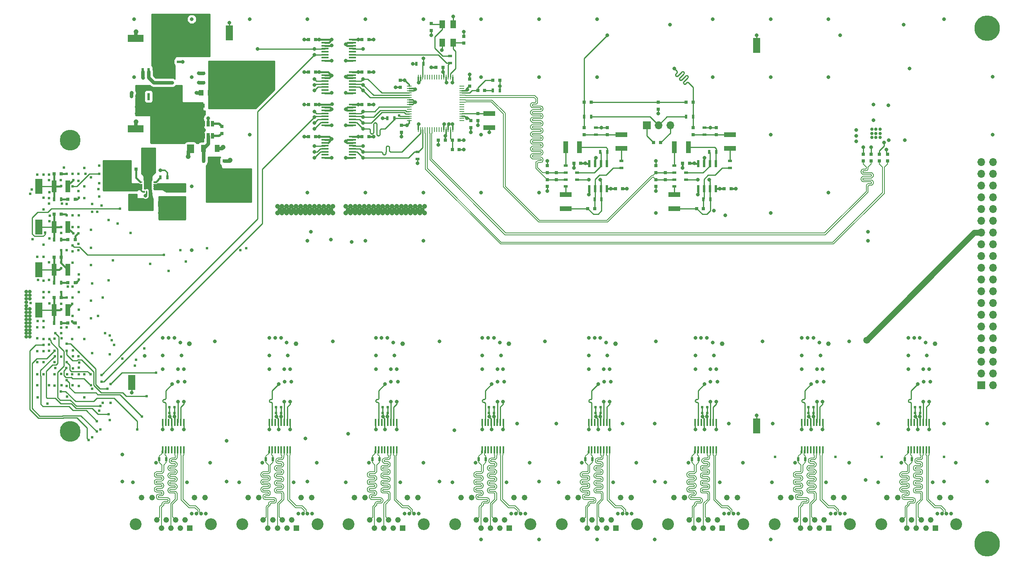
<source format=gtl>
G04 #@! TF.GenerationSoftware,KiCad,Pcbnew,(5.0.0-rc2-dev-86-gcd2224b94)*
G04 #@! TF.CreationDate,2018-04-27T13:43:40-06:00*
G04 #@! TF.ProjectId,audio_beamforming_daughter_board,617564696F5F6265616D666F726D696E,1*
G04 #@! TF.SameCoordinates,PX175d720PY88601c0*
G04 #@! TF.FileFunction,Copper,L1,Top,Signal*
G04 #@! TF.FilePolarity,Positive*
%FSLAX46Y46*%
G04 Gerber Fmt 4.6, Leading zero omitted, Abs format (unit mm)*
G04 Created by KiCad (PCBNEW (5.0.0-rc2-dev-86-gcd2224b94)) date Fri Apr 27 13:43:40 2018*
%MOMM*%
%LPD*%
G01*
G04 APERTURE LIST*
%ADD10C,0.706400*%
%ADD11C,0.606400*%
%ADD12R,1.700000X1.700000*%
%ADD13R,0.250000X0.600000*%
%ADD14R,0.600000X0.250000*%
%ADD15C,2.550000*%
%ADD16C,1.230000*%
%ADD17R,1.230000X1.230000*%
%ADD18C,0.806400*%
%ADD19O,1.700000X1.700000*%
%ADD20R,0.600000X1.550000*%
%ADD21R,1.200000X1.800000*%
%ADD22C,4.500000*%
%ADD23R,0.900000X0.500000*%
%ADD24R,0.800000X0.750000*%
%ADD25R,0.500000X0.900000*%
%ADD26R,0.750000X0.800000*%
%ADD27R,1.000000X2.500000*%
%ADD28R,2.500000X1.000000*%
%ADD29C,0.800000*%
%ADD30R,1.000000X1.250000*%
%ADD31R,0.600000X0.500000*%
%ADD32R,3.500000X1.600000*%
%ADD33R,1.500000X1.950000*%
%ADD34R,0.500000X0.600000*%
%ADD35R,1.000000X1.600000*%
%ADD36R,0.800000X0.800000*%
%ADD37R,3.400000X0.980000*%
%ADD38R,1.600000X3.200000*%
%ADD39R,0.650000X1.220000*%
%ADD40R,1.500000X0.450000*%
%ADD41R,0.250000X1.000000*%
%ADD42R,1.000000X0.250000*%
%ADD43R,0.450000X1.500000*%
%ADD44C,5.500000*%
%ADD45C,0.609600*%
%ADD46C,1.064000*%
%ADD47C,1.000000*%
%ADD48C,1.500000*%
%ADD49C,0.254000*%
%ADD50C,0.381000*%
%ADD51C,0.762000*%
%ADD52C,0.203200*%
%ADD53C,0.304800*%
%ADD54C,1.270000*%
%ADD55C,0.508000*%
G04 APERTURE END LIST*
D10*
X183850000Y93400000D03*
X184750000Y93400000D03*
X185650000Y93400000D03*
X183850000Y92500000D03*
X184750000Y92500000D03*
X185650000Y92500000D03*
X183850000Y91600000D03*
X184750000Y91600000D03*
X185650000Y91600000D03*
D11*
X26900000Y81850000D03*
X26900000Y80650000D03*
X28100000Y81850000D03*
X28100000Y80650000D03*
X27500000Y81250000D03*
D12*
X27500000Y81250000D03*
D13*
X28250000Y79850000D03*
X27750000Y79850000D03*
X27250000Y79850000D03*
X26750000Y79850000D03*
D14*
X26100000Y80500000D03*
X26100000Y81000000D03*
X26100000Y81500000D03*
X26100000Y82000000D03*
D13*
X26750000Y82650000D03*
X27250000Y82650000D03*
X27750000Y82650000D03*
X28250000Y82650000D03*
D14*
X28900000Y82000000D03*
X28900000Y81500000D03*
X28900000Y81000000D03*
X28900000Y80500000D03*
D15*
X41125000Y8000000D03*
X24875000Y8000000D03*
D16*
X39860000Y13710000D03*
X37570000Y13710000D03*
X28430000Y13710000D03*
X26140000Y13710000D03*
X29430000Y8890000D03*
X30450000Y7110000D03*
X31470000Y8890000D03*
X32490000Y7110000D03*
X33520000Y8890000D03*
X34530000Y7110000D03*
X35550000Y8890000D03*
D17*
X36570000Y7110000D03*
D15*
X64125000Y8000000D03*
X47875000Y8000000D03*
D16*
X62860000Y13710000D03*
X60570000Y13710000D03*
X51430000Y13710000D03*
X49140000Y13710000D03*
X52430000Y8890000D03*
X53450000Y7110000D03*
X54470000Y8890000D03*
X55490000Y7110000D03*
X56520000Y8890000D03*
X57530000Y7110000D03*
X58550000Y8890000D03*
D17*
X59570000Y7110000D03*
D15*
X87125000Y8000000D03*
X70875000Y8000000D03*
D16*
X85860000Y13710000D03*
X83570000Y13710000D03*
X74430000Y13710000D03*
X72140000Y13710000D03*
X75430000Y8890000D03*
X76450000Y7110000D03*
X77470000Y8890000D03*
X78490000Y7110000D03*
X79520000Y8890000D03*
X80530000Y7110000D03*
X81550000Y8890000D03*
D17*
X82570000Y7110000D03*
D15*
X110125000Y8000000D03*
X93875000Y8000000D03*
D16*
X108860000Y13710000D03*
X106570000Y13710000D03*
X97430000Y13710000D03*
X95140000Y13710000D03*
X98430000Y8890000D03*
X99450000Y7110000D03*
X100470000Y8890000D03*
X101490000Y7110000D03*
X102520000Y8890000D03*
X103530000Y7110000D03*
X104550000Y8890000D03*
D17*
X105570000Y7110000D03*
D15*
X133125000Y8000000D03*
X116875000Y8000000D03*
D16*
X131860000Y13710000D03*
X129570000Y13710000D03*
X120430000Y13710000D03*
X118140000Y13710000D03*
X121430000Y8890000D03*
X122450000Y7110000D03*
X123470000Y8890000D03*
X124490000Y7110000D03*
X125520000Y8890000D03*
X126530000Y7110000D03*
X127550000Y8890000D03*
D17*
X128570000Y7110000D03*
D15*
X156125000Y8000000D03*
X139875000Y8000000D03*
D16*
X154860000Y13710000D03*
X152570000Y13710000D03*
X143430000Y13710000D03*
X141140000Y13710000D03*
X144430000Y8890000D03*
X145450000Y7110000D03*
X146470000Y8890000D03*
X147490000Y7110000D03*
X148520000Y8890000D03*
X149530000Y7110000D03*
X150550000Y8890000D03*
D17*
X151570000Y7110000D03*
D15*
X179125000Y8000000D03*
X162875000Y8000000D03*
D16*
X177860000Y13710000D03*
X175570000Y13710000D03*
X166430000Y13710000D03*
X164140000Y13710000D03*
X167430000Y8890000D03*
X168450000Y7110000D03*
X169470000Y8890000D03*
X170490000Y7110000D03*
X171520000Y8890000D03*
X172530000Y7110000D03*
X173550000Y8890000D03*
D17*
X174570000Y7110000D03*
D15*
X202125000Y8000000D03*
X185875000Y8000000D03*
D16*
X200860000Y13710000D03*
X198570000Y13710000D03*
X189430000Y13710000D03*
X187140000Y13710000D03*
X190430000Y8890000D03*
X191450000Y7110000D03*
X192470000Y8890000D03*
X193490000Y7110000D03*
X194520000Y8890000D03*
X195530000Y7110000D03*
X196550000Y8890000D03*
D17*
X197570000Y7110000D03*
D18*
X42000000Y47500000D03*
X67500000Y47500000D03*
X90500000Y47500000D03*
X113250000Y47500000D03*
X179000000Y47500000D03*
X160250000Y47500000D03*
X137250000Y47500000D03*
X137250000Y75250000D03*
X162000000Y75250000D03*
X183000000Y69250000D03*
X183000000Y71250000D03*
X62000000Y69250000D03*
X74500000Y69250000D03*
X87000000Y69250000D03*
X208750000Y29700000D03*
X208750000Y17200000D03*
X182500000Y17500000D03*
X90500000Y17200000D03*
X22000000Y23000000D03*
X22000000Y17200000D03*
X44500000Y17200000D03*
X44500000Y26000000D03*
X61500000Y26500000D03*
X70750000Y27500000D03*
X93750000Y28250000D03*
X107250000Y29700000D03*
X115750000Y29700000D03*
X130000000Y29700000D03*
X153000000Y29750000D03*
D12*
X207500000Y38000000D03*
D19*
X210040000Y38000000D03*
X207500000Y40540000D03*
X210040000Y40540000D03*
X207500000Y43080000D03*
X210040000Y43080000D03*
X207500000Y45620000D03*
X210040000Y45620000D03*
X207500000Y48160000D03*
X210040000Y48160000D03*
X207500000Y50700000D03*
X210040000Y50700000D03*
X207500000Y53240000D03*
X210040000Y53240000D03*
X207500000Y55780000D03*
X210040000Y55780000D03*
X207500000Y58320000D03*
X210040000Y58320000D03*
X207500000Y60860000D03*
X210040000Y60860000D03*
X207500000Y63400000D03*
X210040000Y63400000D03*
X207500000Y65940000D03*
X210040000Y65940000D03*
X207500000Y68480000D03*
X210040000Y68480000D03*
X207500000Y71020000D03*
X210040000Y71020000D03*
X207500000Y73560000D03*
X210040000Y73560000D03*
X207500000Y76100000D03*
X210040000Y76100000D03*
X207500000Y78640000D03*
X210040000Y78640000D03*
X207500000Y81180000D03*
X210040000Y81180000D03*
X207500000Y83720000D03*
X210040000Y83720000D03*
X207500000Y86260000D03*
X210040000Y86260000D03*
D20*
X30197500Y105867381D03*
X28927500Y105867381D03*
X27657500Y105867381D03*
X26387500Y105867381D03*
X26387500Y100467381D03*
X27657500Y100467381D03*
X28927500Y100467381D03*
X30197500Y100467381D03*
D21*
X93457500Y112120238D03*
X93457500Y116120238D03*
X91057500Y116120238D03*
X91057500Y112120238D03*
D22*
X10760000Y91000000D03*
D20*
X150155000Y80550000D03*
X148885000Y80550000D03*
X147615000Y80550000D03*
X146345000Y80550000D03*
X146345000Y85950000D03*
X147615000Y85950000D03*
X148885000Y85950000D03*
X150155000Y85950000D03*
D23*
X141250000Y82500000D03*
X141250000Y81000000D03*
D24*
X144500000Y86000000D03*
X143000000Y86000000D03*
D25*
X150250000Y88500000D03*
X148750000Y88500000D03*
X149000000Y78250000D03*
X147500000Y78250000D03*
D23*
X153250000Y85000000D03*
X153250000Y86500000D03*
X141250000Y84000000D03*
X141250000Y85500000D03*
D26*
X139250000Y84000000D03*
X139250000Y82500000D03*
X137250000Y82500000D03*
X137250000Y81000000D03*
D27*
X144250000Y89500000D03*
X141250000Y89500000D03*
D24*
X146000000Y76250000D03*
X147500000Y76250000D03*
D26*
X137250000Y84000000D03*
X137250000Y85500000D03*
D24*
X152000000Y80500000D03*
X153500000Y80500000D03*
D23*
X143750000Y84000000D03*
X143750000Y82500000D03*
D28*
X141250000Y76250000D03*
X141250000Y79250000D03*
D20*
X126655000Y85950000D03*
X125385000Y85950000D03*
X124115000Y85950000D03*
X122845000Y85950000D03*
X122845000Y80550000D03*
X124115000Y80550000D03*
X125385000Y80550000D03*
X126655000Y80550000D03*
D23*
X147750000Y92250000D03*
X147750000Y93750000D03*
D26*
X150250000Y92250000D03*
X150250000Y93750000D03*
X145250000Y93750000D03*
X145250000Y92250000D03*
D28*
X153250000Y92250000D03*
X153250000Y89250000D03*
D29*
X55750000Y38250000D03*
D24*
X7250000Y65750000D03*
X8750000Y65750000D03*
D27*
X7250000Y63000000D03*
X10250000Y63000000D03*
D26*
X24000000Y79000000D03*
X24000000Y80500000D03*
D24*
X25000000Y84750000D03*
X26500000Y84750000D03*
X7250000Y57000000D03*
X8750000Y57000000D03*
D27*
X7250000Y54250000D03*
X10250000Y54250000D03*
D24*
X7250000Y75000000D03*
X8750000Y75000000D03*
D27*
X7250000Y72250000D03*
X10250000Y72250000D03*
D30*
X30250000Y77250000D03*
X28250000Y77250000D03*
D24*
X7250000Y83750000D03*
X8750000Y83750000D03*
D27*
X7250000Y81000000D03*
X10250000Y81000000D03*
D31*
X32950000Y108000000D03*
X34050000Y108000000D03*
D32*
X30250000Y113000000D03*
X24850000Y113000000D03*
D33*
X36750000Y91875000D03*
X36750000Y89125000D03*
D34*
X32750000Y103450000D03*
X32750000Y104550000D03*
D26*
X43500000Y92500000D03*
X43500000Y94000000D03*
D30*
X39000000Y101250000D03*
X41000000Y101250000D03*
D31*
X23950000Y100500000D03*
X25050000Y100500000D03*
D35*
X39500000Y89250000D03*
X42500000Y89250000D03*
D24*
X41000000Y103500000D03*
X39500000Y103500000D03*
D32*
X24850000Y93500000D03*
X30250000Y93500000D03*
D24*
X42500000Y86500000D03*
X44000000Y86500000D03*
X41000000Y105500000D03*
X39500000Y105500000D03*
X73750000Y98750000D03*
X75250000Y98750000D03*
X73750000Y105750000D03*
X75250000Y105750000D03*
X73750000Y91750000D03*
X75250000Y91750000D03*
X73750000Y112750000D03*
X75250000Y112750000D03*
X62250000Y98750000D03*
X63750000Y98750000D03*
X62250000Y105750000D03*
X63750000Y105750000D03*
X62250000Y91750000D03*
X63750000Y91750000D03*
X62250000Y112750000D03*
X63750000Y112750000D03*
D26*
X95750000Y113500000D03*
X95750000Y112000000D03*
X88750000Y114750000D03*
X88750000Y116250000D03*
D24*
X91250000Y106750000D03*
X89750000Y106750000D03*
D26*
X97000000Y102750000D03*
X97000000Y104250000D03*
D24*
X103500000Y104000000D03*
X102000000Y104000000D03*
D26*
X82000000Y102500000D03*
X82000000Y104000000D03*
D24*
X98750000Y101750000D03*
X100250000Y101750000D03*
D26*
X98750000Y95250000D03*
X98750000Y96750000D03*
D28*
X101250000Y96750000D03*
X101250000Y93750000D03*
D26*
X97250000Y95250000D03*
X97250000Y93750000D03*
X82250000Y94250000D03*
X82250000Y92750000D03*
D24*
X93250000Y91000000D03*
X94750000Y91000000D03*
X94750000Y89000000D03*
X93250000Y89000000D03*
X91750000Y91000000D03*
X90250000Y91000000D03*
D26*
X185500000Y88000000D03*
X185500000Y86500000D03*
X187250000Y86500000D03*
X187250000Y88000000D03*
X183750000Y88000000D03*
X183750000Y86500000D03*
X182000000Y86500000D03*
X182000000Y88000000D03*
X137750000Y99250000D03*
X137750000Y97750000D03*
D24*
X121750000Y99250000D03*
X123250000Y99250000D03*
X143750000Y99250000D03*
X145250000Y99250000D03*
X138250000Y90500000D03*
X136750000Y90500000D03*
D26*
X121750000Y92250000D03*
X121750000Y93750000D03*
X126750000Y93750000D03*
X126750000Y92250000D03*
D28*
X129750000Y89250000D03*
X129750000Y92250000D03*
D24*
X124000000Y76250000D03*
X122500000Y76250000D03*
X128500000Y80500000D03*
X130000000Y80500000D03*
X119500000Y86000000D03*
X121000000Y86000000D03*
D27*
X117750000Y89500000D03*
X120750000Y89500000D03*
D28*
X117750000Y79250000D03*
X117750000Y76250000D03*
D26*
X113750000Y85500000D03*
X113750000Y84000000D03*
X115750000Y82500000D03*
X115750000Y84000000D03*
X113750000Y81000000D03*
X113750000Y82500000D03*
D31*
X33300000Y33250000D03*
X32200000Y33250000D03*
X32200000Y32000000D03*
X33300000Y32000000D03*
X56300000Y33250000D03*
X55200000Y33250000D03*
X55200000Y32000000D03*
X56300000Y32000000D03*
X78200000Y33250000D03*
X79300000Y33250000D03*
X79300000Y32000000D03*
X78200000Y32000000D03*
X102300000Y33250000D03*
X101200000Y33250000D03*
X102300000Y32000000D03*
X101200000Y32000000D03*
X125300000Y33250000D03*
X124200000Y33250000D03*
X124200000Y32000000D03*
X125300000Y32000000D03*
X147200000Y33250000D03*
X148300000Y33250000D03*
X148300000Y32000000D03*
X147200000Y32000000D03*
X171300000Y33250000D03*
X170200000Y33250000D03*
X170200000Y32000000D03*
X171300000Y32000000D03*
X193200000Y33250000D03*
X194300000Y33250000D03*
X194300000Y32000000D03*
X193200000Y32000000D03*
D36*
X10250000Y60250000D03*
X11850000Y60250000D03*
X11850000Y51500000D03*
X10250000Y51500000D03*
X10250000Y69500000D03*
X11850000Y69500000D03*
X11850000Y78250000D03*
X10250000Y78250000D03*
D12*
X135250000Y94250000D03*
D19*
X137790000Y94250000D03*
X140330000Y94250000D03*
D37*
X33750000Y78250000D03*
X33750000Y80620000D03*
D25*
X39500000Y98500000D03*
X41000000Y98500000D03*
X7250000Y60250000D03*
X8750000Y60250000D03*
X8750000Y51500000D03*
X7250000Y51500000D03*
X8750000Y69500000D03*
X7250000Y69500000D03*
X31750000Y83000000D03*
X30250000Y83000000D03*
X7250000Y78250000D03*
X8750000Y78250000D03*
X41000000Y86500000D03*
X39500000Y86500000D03*
D23*
X92750000Y107750000D03*
X92750000Y109250000D03*
D25*
X87000000Y107500000D03*
X85500000Y107500000D03*
X102000000Y101750000D03*
X103500000Y101750000D03*
X80750000Y95750000D03*
X79250000Y95750000D03*
D23*
X85750000Y87000000D03*
X85750000Y88500000D03*
D25*
X123250000Y96085000D03*
X121750000Y96085000D03*
X143750000Y96085000D03*
X145250000Y96085000D03*
D23*
X124250000Y93750000D03*
X124250000Y92250000D03*
X129750000Y86500000D03*
X129750000Y85000000D03*
D25*
X124000000Y78250000D03*
X125500000Y78250000D03*
D23*
X120250000Y82500000D03*
X120250000Y84000000D03*
D25*
X125250000Y88500000D03*
X126750000Y88500000D03*
D23*
X117750000Y85500000D03*
X117750000Y84000000D03*
X117750000Y81000000D03*
X117750000Y82500000D03*
D25*
X31500000Y22000000D03*
X30000000Y22000000D03*
X54500000Y22000000D03*
X53000000Y22000000D03*
X76000000Y22000000D03*
X77500000Y22000000D03*
X100500000Y22000000D03*
X99000000Y22000000D03*
X122000000Y22000000D03*
X123500000Y22000000D03*
X146500000Y22000000D03*
X145000000Y22000000D03*
X168000000Y22000000D03*
X169500000Y22000000D03*
X192500000Y22000000D03*
X191000000Y22000000D03*
D38*
X45100000Y114200000D03*
X24000000Y38600000D03*
X4000000Y63000000D03*
X41000000Y81000000D03*
X44500000Y103500000D03*
X4000000Y72250000D03*
X34750000Y113000000D03*
X4000000Y54250000D03*
D39*
X39550000Y91940000D03*
X40500000Y91940000D03*
X41450000Y91940000D03*
X41450000Y94560000D03*
X40500000Y94560000D03*
X39550000Y94560000D03*
D40*
X65800000Y91775000D03*
X65800000Y91125000D03*
X65800000Y90475000D03*
X65800000Y89825000D03*
X65800000Y89175000D03*
X65800000Y88525000D03*
X65800000Y87875000D03*
X65800000Y87225000D03*
X71700000Y87225000D03*
X71700000Y87875000D03*
X71700000Y88525000D03*
X71700000Y89175000D03*
X71700000Y89825000D03*
X71700000Y90475000D03*
X71700000Y91125000D03*
X71700000Y91775000D03*
X71700000Y112775000D03*
X71700000Y112125000D03*
X71700000Y111475000D03*
X71700000Y110825000D03*
X71700000Y110175000D03*
X71700000Y109525000D03*
X71700000Y108875000D03*
X71700000Y108225000D03*
X65800000Y108225000D03*
X65800000Y108875000D03*
X65800000Y109525000D03*
X65800000Y110175000D03*
X65800000Y110825000D03*
X65800000Y111475000D03*
X65800000Y112125000D03*
X65800000Y112775000D03*
X65800000Y98775000D03*
X65800000Y98125000D03*
X65800000Y97475000D03*
X65800000Y96825000D03*
X65800000Y96175000D03*
X65800000Y95525000D03*
X65800000Y94875000D03*
X65800000Y94225000D03*
X71700000Y94225000D03*
X71700000Y94875000D03*
X71700000Y95525000D03*
X71700000Y96175000D03*
X71700000Y96825000D03*
X71700000Y97475000D03*
X71700000Y98125000D03*
X71700000Y98775000D03*
X71700000Y105775000D03*
X71700000Y105125000D03*
X71700000Y104475000D03*
X71700000Y103825000D03*
X71700000Y103175000D03*
X71700000Y102525000D03*
X71700000Y101875000D03*
X71700000Y101225000D03*
X65800000Y101225000D03*
X65800000Y101875000D03*
X65800000Y102525000D03*
X65800000Y103175000D03*
X65800000Y103825000D03*
X65800000Y104475000D03*
X65800000Y105125000D03*
X65800000Y105775000D03*
D41*
X93392500Y104684999D03*
X92892500Y104684999D03*
X92392500Y104684999D03*
X91892500Y104684999D03*
X91392500Y104684999D03*
X90892500Y104684999D03*
X90392500Y104684999D03*
X89892500Y104684999D03*
X89392500Y104684999D03*
X88892500Y104684999D03*
X88392500Y104684999D03*
X87892500Y104684999D03*
X87392500Y104684999D03*
X86892500Y104684999D03*
X86392500Y104684999D03*
X85892500Y104684999D03*
D42*
X83942500Y102734999D03*
X83942500Y102234999D03*
X83942500Y101734999D03*
X83942500Y101234999D03*
X83942500Y100734999D03*
X83942500Y100234999D03*
X83942500Y99734999D03*
X83942500Y99234999D03*
X83942500Y98734999D03*
X83942500Y98234999D03*
X83942500Y97734999D03*
X83942500Y97234999D03*
X83942500Y96734999D03*
X83942500Y96234999D03*
X83942500Y95734999D03*
X83942500Y95234999D03*
D41*
X85892500Y93284999D03*
X86392500Y93284999D03*
X86892500Y93284999D03*
X87392500Y93284999D03*
X87892500Y93284999D03*
X88392500Y93284999D03*
X88892500Y93284999D03*
X89392500Y93284999D03*
X89892500Y93284999D03*
X90392500Y93284999D03*
X90892500Y93284999D03*
X91392500Y93284999D03*
X91892500Y93284999D03*
X92392500Y93284999D03*
X92892500Y93284999D03*
X93392500Y93284999D03*
D42*
X95342500Y95234999D03*
X95342500Y95734999D03*
X95342500Y96234999D03*
X95342500Y96734999D03*
X95342500Y97234999D03*
X95342500Y97734999D03*
X95342500Y98234999D03*
X95342500Y98734999D03*
X95342500Y99234999D03*
X95342500Y99734999D03*
X95342500Y100234999D03*
X95342500Y100734999D03*
X95342500Y101234999D03*
X95342500Y101734999D03*
X95342500Y102234999D03*
X95342500Y102734999D03*
D43*
X30725000Y29950000D03*
X31375000Y29950000D03*
X32025000Y29950000D03*
X32675000Y29950000D03*
X33325000Y29950000D03*
X33975000Y29950000D03*
X34625000Y29950000D03*
X35275000Y29950000D03*
X35275000Y24050000D03*
X34625000Y24050000D03*
X33975000Y24050000D03*
X33325000Y24050000D03*
X32675000Y24050000D03*
X32025000Y24050000D03*
X31375000Y24050000D03*
X30725000Y24050000D03*
X53725000Y29950000D03*
X54375000Y29950000D03*
X55025000Y29950000D03*
X55675000Y29950000D03*
X56325000Y29950000D03*
X56975000Y29950000D03*
X57625000Y29950000D03*
X58275000Y29950000D03*
X58275000Y24050000D03*
X57625000Y24050000D03*
X56975000Y24050000D03*
X56325000Y24050000D03*
X55675000Y24050000D03*
X55025000Y24050000D03*
X54375000Y24050000D03*
X53725000Y24050000D03*
X76725000Y29950000D03*
X77375000Y29950000D03*
X78025000Y29950000D03*
X78675000Y29950000D03*
X79325000Y29950000D03*
X79975000Y29950000D03*
X80625000Y29950000D03*
X81275000Y29950000D03*
X81275000Y24050000D03*
X80625000Y24050000D03*
X79975000Y24050000D03*
X79325000Y24050000D03*
X78675000Y24050000D03*
X78025000Y24050000D03*
X77375000Y24050000D03*
X76725000Y24050000D03*
X99725000Y29950000D03*
X100375000Y29950000D03*
X101025000Y29950000D03*
X101675000Y29950000D03*
X102325000Y29950000D03*
X102975000Y29950000D03*
X103625000Y29950000D03*
X104275000Y29950000D03*
X104275000Y24050000D03*
X103625000Y24050000D03*
X102975000Y24050000D03*
X102325000Y24050000D03*
X101675000Y24050000D03*
X101025000Y24050000D03*
X100375000Y24050000D03*
X99725000Y24050000D03*
X122725000Y24050000D03*
X123375000Y24050000D03*
X124025000Y24050000D03*
X124675000Y24050000D03*
X125325000Y24050000D03*
X125975000Y24050000D03*
X126625000Y24050000D03*
X127275000Y24050000D03*
X127275000Y29950000D03*
X126625000Y29950000D03*
X125975000Y29950000D03*
X125325000Y29950000D03*
X124675000Y29950000D03*
X124025000Y29950000D03*
X123375000Y29950000D03*
X122725000Y29950000D03*
X145725000Y24050000D03*
X146375000Y24050000D03*
X147025000Y24050000D03*
X147675000Y24050000D03*
X148325000Y24050000D03*
X148975000Y24050000D03*
X149625000Y24050000D03*
X150275000Y24050000D03*
X150275000Y29950000D03*
X149625000Y29950000D03*
X148975000Y29950000D03*
X148325000Y29950000D03*
X147675000Y29950000D03*
X147025000Y29950000D03*
X146375000Y29950000D03*
X145725000Y29950000D03*
X168725000Y29950000D03*
X169375000Y29950000D03*
X170025000Y29950000D03*
X170675000Y29950000D03*
X171325000Y29950000D03*
X171975000Y29950000D03*
X172625000Y29950000D03*
X173275000Y29950000D03*
X173275000Y24050000D03*
X172625000Y24050000D03*
X171975000Y24050000D03*
X171325000Y24050000D03*
X170675000Y24050000D03*
X170025000Y24050000D03*
X169375000Y24050000D03*
X168725000Y24050000D03*
X191725000Y24050000D03*
X192375000Y24050000D03*
X193025000Y24050000D03*
X193675000Y24050000D03*
X194325000Y24050000D03*
X194975000Y24050000D03*
X195625000Y24050000D03*
X196275000Y24050000D03*
X196275000Y29950000D03*
X195625000Y29950000D03*
X194975000Y29950000D03*
X194325000Y29950000D03*
X193675000Y29950000D03*
X193025000Y29950000D03*
X192375000Y29950000D03*
X191725000Y29950000D03*
D29*
X63500000Y104250000D03*
X74000000Y104250000D03*
X63500000Y103000000D03*
X74000000Y103000000D03*
X63500000Y101750000D03*
X74000000Y101750000D03*
X63500000Y97250000D03*
X74000000Y97250000D03*
X63500000Y96000000D03*
X74000000Y96000000D03*
X63500000Y94750000D03*
X74000000Y94750000D03*
X63500000Y110750000D03*
X74000000Y110750000D03*
X63500000Y89750000D03*
X74000000Y89750000D03*
X63500000Y93500000D03*
X74000000Y93500000D03*
X63500000Y88500000D03*
X74000000Y88500000D03*
X63500000Y87250000D03*
X74000000Y87250000D03*
X62750000Y71250000D03*
X180500000Y90750000D03*
X180500000Y92000000D03*
X180500000Y93250000D03*
X177000000Y113750000D03*
X192000000Y106500000D03*
X126750000Y113750000D03*
X141250000Y106500000D03*
X32750000Y38250000D03*
X34000000Y34500000D03*
X35250000Y34500000D03*
X33250000Y48250000D03*
X30750000Y48250000D03*
X32000000Y48250000D03*
X57000000Y34500000D03*
X58250000Y34500000D03*
X56250000Y48250000D03*
X53750000Y48250000D03*
X55000000Y48250000D03*
X78750000Y38250000D03*
X80000000Y34500000D03*
X81250000Y34500000D03*
X79250000Y48250000D03*
X76750000Y48250000D03*
X78000000Y48250000D03*
X101750000Y38250000D03*
X103000000Y34500000D03*
X104250000Y34500000D03*
X102250000Y48250000D03*
X99750000Y48250000D03*
X101000000Y48250000D03*
X124750000Y38250000D03*
X126000000Y34500000D03*
X127250000Y34500000D03*
X125250000Y48250000D03*
X122750000Y48250000D03*
X124000000Y48250000D03*
X147750000Y38250000D03*
X149000000Y34500000D03*
X150250000Y34500000D03*
X148250000Y48250000D03*
X145750000Y48250000D03*
X147000000Y48250000D03*
X170750000Y38250000D03*
X172000000Y34500000D03*
X173250000Y34500000D03*
X171250000Y48250000D03*
X168750000Y48250000D03*
X170000000Y48250000D03*
X193750000Y38250000D03*
X195000000Y34500000D03*
X196250000Y34500000D03*
X194250000Y48250000D03*
X191750000Y48250000D03*
X193000000Y48250000D03*
D38*
X4000000Y81000000D03*
D29*
X63500000Y109500000D03*
D44*
X208750000Y115250000D03*
X208750000Y3750000D03*
D22*
X10760000Y28000000D03*
D38*
X159000000Y111500000D03*
X159000000Y29250000D03*
D18*
X24500000Y117200000D03*
X37000000Y117200000D03*
X49500000Y117200000D03*
X62000000Y117200000D03*
X74500000Y117200000D03*
X87000000Y117200000D03*
X99500000Y117200000D03*
X112000000Y117200000D03*
X124500000Y117200000D03*
X149500000Y117200000D03*
X162000000Y117200000D03*
X174500000Y117200000D03*
X199500000Y117200000D03*
X24500000Y104700000D03*
X37000000Y104700000D03*
X99500000Y104700000D03*
X112000000Y104700000D03*
X124500000Y104700000D03*
X149500000Y104700000D03*
X162000000Y104700000D03*
X174500000Y104700000D03*
X210000000Y104750000D03*
X49500000Y92200000D03*
X99500000Y92200000D03*
X162000000Y92200000D03*
X210000000Y92250000D03*
X37000000Y81000000D03*
X62000000Y79700000D03*
X74500000Y79700000D03*
X87000000Y79700000D03*
X99500000Y79700000D03*
X112000000Y79700000D03*
X174500000Y79700000D03*
X37000000Y67200000D03*
X137000000Y29700000D03*
X162500000Y29700000D03*
X185250000Y29750000D03*
X199500000Y29700000D03*
X62000000Y17200000D03*
X112000000Y17200000D03*
X137000000Y17200000D03*
X199500000Y17200000D03*
X99500000Y4700000D03*
X112000000Y4700000D03*
X124500000Y4700000D03*
X137000000Y4700000D03*
X162000000Y4700000D03*
D45*
X11278164Y83724328D03*
D46*
X18253946Y81265304D03*
D45*
X3700000Y51900000D03*
X5000000Y51900000D03*
D46*
X34750000Y74586810D03*
X31750000Y74586810D03*
X33750000Y74586810D03*
X30750000Y74586810D03*
X32750000Y74586810D03*
D29*
X199011100Y10250000D03*
X199988900Y10250000D03*
D45*
X14686045Y26186057D03*
X6172593Y45474007D03*
X15500000Y26750000D03*
X7391803Y45509087D03*
X16500000Y28000000D03*
X6150075Y46845879D03*
X17250000Y28500000D03*
X7397840Y44286040D03*
X16500000Y30249994D03*
X7482453Y41767547D03*
X19250000Y30500000D03*
X19000000Y31750000D03*
X7383569Y48081352D03*
X17250000Y33500000D03*
X17750000Y34250000D03*
X8750000Y49250000D03*
X19500000Y34249986D03*
X163000000Y22500000D03*
X8700016Y36700000D03*
X25250000Y28500000D03*
X176000000Y22500000D03*
X8850809Y38000000D03*
X186000000Y22500000D03*
X10000000Y39108048D03*
X26250000Y31250000D03*
X199500000Y22500000D03*
X5282611Y71030022D03*
X12500000Y82250028D03*
X8924108Y77280018D03*
X17000000Y78859610D03*
X15500000Y77250000D03*
X11287095Y59395723D03*
X12600000Y40400000D03*
X11200000Y40381083D03*
X13800000Y40390390D03*
X10000000Y37818544D03*
X8760730Y40460769D03*
X7390398Y40430253D03*
X7389562Y43009036D03*
X8749191Y44200000D03*
X7390390Y37929741D03*
X4949191Y40392160D03*
X10025097Y35548147D03*
X12600000Y37850809D03*
X11219211Y38000000D03*
X13782453Y35382453D03*
X15510176Y37276254D03*
X8900000Y48200000D03*
X11132696Y51800000D03*
X8799995Y50499995D03*
X11250000Y74750000D03*
X11387443Y70862557D03*
X5000000Y76050809D03*
X12614243Y60884268D03*
X10231390Y59367388D03*
D46*
X45250000Y86717991D03*
X27750000Y88000000D03*
X26727950Y87022050D03*
X26750000Y88000000D03*
X36250000Y87481380D03*
D45*
X10017440Y83734663D03*
X13750022Y85000000D03*
X3617547Y42982453D03*
X3749191Y35400000D03*
X5800000Y34050809D03*
X12500000Y44300809D03*
X15500000Y45000000D03*
X15500000Y60000000D03*
X15250000Y64000000D03*
X15250020Y71600589D03*
X15250000Y52500000D03*
X15267547Y67755548D03*
X12500000Y70898391D03*
X19000000Y73750000D03*
X21000000Y73000000D03*
X12545252Y72272626D03*
X48750000Y67640390D03*
X40250000Y67640390D03*
X34500020Y67250000D03*
X12500000Y68550809D03*
X35749980Y64750000D03*
X30999990Y66250000D03*
X18250000Y49250000D03*
X19250000Y48750000D03*
X19750000Y47750000D03*
X20250002Y46750000D03*
X19249996Y44750000D03*
X11300000Y44300000D03*
X12668170Y42933042D03*
X21999980Y43750000D03*
X12600000Y41800000D03*
X25000002Y43500000D03*
X15100000Y40400000D03*
X24750000Y42250000D03*
X11300000Y41700016D03*
X9912006Y41715224D03*
X19500000Y38299998D03*
X15200000Y38000000D03*
X10100000Y40399988D03*
X18750136Y37250000D03*
X27250000Y35695199D03*
X11300000Y45600000D03*
D29*
X195500000Y47250000D03*
X191750000Y44500000D03*
X195750000Y44500000D03*
X195000000Y41500000D03*
X191750000Y41500000D03*
X193750000Y28500000D03*
X196250000Y28500000D03*
X202000000Y21250000D03*
X190250000Y21250000D03*
X201000000Y10250000D03*
X191750000Y28500000D03*
X197000000Y17000000D03*
X196250000Y41500000D03*
X196500000Y38750000D03*
D47*
X197500000Y47000000D03*
D29*
X195025490Y38747168D03*
X193272581Y31277360D03*
X194250000Y31250000D03*
X198000000Y10250000D03*
X176011100Y10250000D03*
X176988900Y10250000D03*
X172500000Y47250000D03*
X168750000Y44500000D03*
X172750000Y44500000D03*
X172000000Y41500000D03*
X168750000Y41500000D03*
X170750000Y28500000D03*
X173250000Y28500000D03*
X179000000Y21250000D03*
X167250000Y21250000D03*
X178000000Y10250000D03*
X168750000Y28500000D03*
X174000000Y17000000D03*
X173250000Y41500000D03*
X173500000Y38750000D03*
D47*
X174500000Y47000000D03*
D29*
X172025490Y38747168D03*
X170272581Y31277360D03*
X171250000Y31250000D03*
X175000000Y10250000D03*
X153011100Y10250000D03*
X153988900Y10250000D03*
X149500000Y47250000D03*
X145750000Y44500000D03*
X149750000Y44500000D03*
X149000000Y41500000D03*
X145750000Y41500000D03*
X147750000Y28500000D03*
X150250000Y28500000D03*
X156000000Y21250000D03*
X144250000Y21250000D03*
X155000000Y10250000D03*
X145750000Y28500000D03*
X151000000Y17000000D03*
X150250000Y41500000D03*
X150500000Y38750000D03*
D47*
X151500000Y47000000D03*
D29*
X149025490Y38747168D03*
X147272581Y31277360D03*
X148250000Y31250000D03*
X152000000Y10250000D03*
X130011100Y10250000D03*
X130988900Y10250000D03*
X126500000Y47250000D03*
X122750000Y44500000D03*
X126750000Y44500000D03*
X126000000Y41500000D03*
X122750000Y41500000D03*
X124750000Y28500000D03*
X127250000Y28500000D03*
X133000000Y21250000D03*
X121250000Y21250000D03*
X132000000Y10250000D03*
X122750000Y28500000D03*
X128000000Y17000000D03*
X127250000Y41500000D03*
X127500000Y38750000D03*
D47*
X128500000Y47000000D03*
D29*
X126025490Y38747168D03*
X124272581Y31277360D03*
X125250000Y31250000D03*
X129000000Y10250000D03*
X107011100Y10250000D03*
X107988900Y10250000D03*
X103500000Y47250000D03*
X99750000Y44500000D03*
X103750000Y44500000D03*
X103000000Y41500000D03*
X99750000Y41500000D03*
X101750000Y28500000D03*
X104250000Y28500000D03*
X110000000Y21250000D03*
X98250000Y21250000D03*
X109000000Y10250000D03*
X99750000Y28500000D03*
X105000000Y17000000D03*
X104250000Y41500000D03*
X104500000Y38750000D03*
D47*
X105500000Y47000000D03*
D29*
X103025490Y38747168D03*
X101272581Y31277360D03*
X102250000Y31250000D03*
X106000000Y10250000D03*
X84011100Y10250000D03*
X84988900Y10250000D03*
X80500000Y47250000D03*
X76750000Y44500000D03*
X80750000Y44500000D03*
X80000000Y41500000D03*
X76750000Y41500000D03*
X78750000Y28500000D03*
X81250000Y28500000D03*
X87000000Y21250000D03*
X75250000Y21250000D03*
X86000000Y10250000D03*
X76750000Y28500000D03*
X82000000Y17000000D03*
X81250000Y41500000D03*
X81500000Y38750000D03*
D47*
X82500000Y47000000D03*
D29*
X80025490Y38747168D03*
X78272581Y31277360D03*
X79250000Y31250000D03*
X83000000Y10250000D03*
X61011100Y10250000D03*
X61988900Y10250000D03*
X57500000Y47250000D03*
X53750000Y44500000D03*
X57750000Y44500000D03*
X57000000Y41500000D03*
X53750000Y41500000D03*
X55750000Y28500000D03*
X58250000Y28500000D03*
X64000000Y21250000D03*
X52250000Y21250000D03*
X63000000Y10250000D03*
X53750000Y28500000D03*
X59000000Y17000000D03*
X58250000Y41500000D03*
X58500000Y38750000D03*
D47*
X59500000Y47000000D03*
D29*
X57025490Y38747168D03*
X55272581Y31277360D03*
X56250000Y31250000D03*
X60000000Y10250000D03*
X37000000Y10250000D03*
D48*
X182750000Y47750000D03*
D29*
X67000000Y69500000D03*
X149750000Y75750000D03*
X152250000Y74750000D03*
X71500000Y69000000D03*
X185250000Y17000000D03*
X162250000Y17000000D03*
X139250000Y17000000D03*
X116250000Y17000000D03*
X93250000Y17000000D03*
X70250000Y17000000D03*
X47250000Y17000000D03*
D45*
X17000000Y32540961D03*
X16577026Y75500000D03*
D29*
X159000000Y31500000D03*
X159000000Y113750000D03*
D45*
X23750000Y70941200D03*
X47500000Y67250000D03*
X11250000Y68250000D03*
X32000000Y62750000D03*
X28000000Y64250000D03*
X26750000Y46000000D03*
X10000000Y43000000D03*
X29250000Y40750000D03*
X10000000Y47000000D03*
X10000000Y45500000D03*
X12500000Y83750000D03*
X14000000Y83750000D03*
D29*
X67270287Y98783812D03*
D46*
X19000000Y80750000D03*
X19000000Y81750000D03*
X22000000Y82750000D03*
X22000000Y83750000D03*
X21250000Y84250000D03*
X20500000Y83750000D03*
D29*
X2000000Y56750000D03*
X2000000Y57500000D03*
X1250000Y58250000D03*
X1250000Y57500000D03*
X1250000Y56000000D03*
X2000000Y54500000D03*
X1250000Y54500000D03*
X2000000Y53750000D03*
X1250000Y53750000D03*
X2000000Y53000000D03*
X1250000Y53000000D03*
X1250000Y52250000D03*
X2000000Y52250000D03*
X2000000Y48500000D03*
X1250000Y48500000D03*
X1250000Y49250000D03*
X2000000Y49250000D03*
X2000000Y50000000D03*
X1250000Y50000000D03*
X1250000Y50750000D03*
X2000000Y50750000D03*
X2000000Y51500000D03*
X1250000Y51500000D03*
X1250000Y55250000D03*
X2000000Y58250000D03*
X1250000Y56750000D03*
X34750000Y115000000D03*
D46*
X47150000Y78750000D03*
X47150000Y82750000D03*
X47150000Y80750000D03*
X47150000Y83750000D03*
X47150000Y79750000D03*
X47150000Y81750000D03*
X47900000Y82250000D03*
X47900000Y84250000D03*
X47900000Y83250000D03*
X47900000Y81250000D03*
X47900000Y80250000D03*
X47900000Y79250000D03*
X47900000Y78250000D03*
X48650000Y81750000D03*
X48650000Y83750000D03*
X48650000Y82750000D03*
X48650000Y80750000D03*
X48650000Y79750000D03*
X48650000Y78750000D03*
X49400000Y84250000D03*
X49400000Y83250000D03*
X49400000Y82250000D03*
D29*
X51250000Y110750000D03*
D46*
X39000000Y117500000D03*
X39000000Y116500000D03*
X39000000Y115500000D03*
X39000000Y114500000D03*
X39000000Y113500000D03*
X39000000Y112500000D03*
X39000000Y111500000D03*
X39000000Y110500000D03*
X39000000Y109500000D03*
X39750000Y110000000D03*
X39750000Y111000000D03*
X39750000Y112000000D03*
X39750000Y113000000D03*
X39750000Y114000000D03*
X39750000Y115000000D03*
X39750000Y116000000D03*
X39750000Y117000000D03*
X40500000Y117500000D03*
X40500000Y116500000D03*
X40500000Y115500000D03*
X40500000Y114500000D03*
X40500000Y113500000D03*
X40500000Y112500000D03*
X40500000Y111500000D03*
X40500000Y110500000D03*
X40500000Y109500000D03*
D45*
X17000000Y85500000D03*
X9400000Y85100000D03*
D46*
X61500000Y75250000D03*
X55500000Y75250000D03*
X65500000Y75250000D03*
X66500000Y75250000D03*
X58500000Y75250000D03*
X67500000Y75250000D03*
X60500000Y75250000D03*
X57500000Y75250000D03*
X64500000Y75250000D03*
X59500000Y75250000D03*
X56500000Y75250000D03*
X62500000Y75250000D03*
X63500000Y75250000D03*
X57000000Y76000000D03*
X56000000Y76000000D03*
X58000000Y76000000D03*
X60000000Y76000000D03*
X61000000Y76000000D03*
X59000000Y76000000D03*
X63000000Y76000000D03*
X62000000Y76000000D03*
X64000000Y76000000D03*
X65000000Y76000000D03*
X66000000Y76000000D03*
X67000000Y76000000D03*
X67500000Y76750000D03*
X66500000Y76750000D03*
X65500000Y76750000D03*
X64500000Y76750000D03*
X63500000Y76750000D03*
X62500000Y76750000D03*
X61500000Y76750000D03*
X60500000Y76750000D03*
X59500000Y76750000D03*
X58500000Y76750000D03*
X57500000Y76750000D03*
X56500000Y76750000D03*
X55500000Y76750000D03*
D45*
X5000000Y57000000D03*
X6250000Y55750000D03*
D46*
X72250000Y75250000D03*
X86250000Y75250000D03*
X82250000Y75250000D03*
X81250000Y75250000D03*
X79250000Y75250000D03*
X73250000Y75250000D03*
X84250000Y75250000D03*
X83250000Y75250000D03*
X75250000Y75250000D03*
X85250000Y75250000D03*
X80250000Y75250000D03*
X78250000Y75250000D03*
X76250000Y75250000D03*
X87250000Y75250000D03*
X74250000Y75250000D03*
X71250000Y75250000D03*
X70250000Y75250000D03*
X77250000Y75250000D03*
X74750000Y76000000D03*
X72750000Y76000000D03*
X70750000Y76000000D03*
X73750000Y76000000D03*
X71750000Y76000000D03*
X78750000Y76000000D03*
X79750000Y76000000D03*
X80750000Y76000000D03*
X77750000Y76000000D03*
X76750000Y76000000D03*
X75750000Y76000000D03*
X85750000Y76000000D03*
X81750000Y76000000D03*
X83750000Y76000000D03*
X82750000Y76000000D03*
X84750000Y76000000D03*
X86750000Y76000000D03*
X87250000Y76750000D03*
X86250000Y76750000D03*
X85250000Y76750000D03*
X84250000Y76750000D03*
X83250000Y76750000D03*
X82250000Y76750000D03*
X80250000Y76750000D03*
X81250000Y76750000D03*
X79250000Y76750000D03*
X78250000Y76750000D03*
X77250000Y76750000D03*
X76250000Y76750000D03*
X75250000Y76750000D03*
X74250000Y76750000D03*
X73250000Y76750000D03*
X72250000Y76750000D03*
X71250000Y76750000D03*
X70250000Y76750000D03*
X21250000Y82250000D03*
X21250000Y83250000D03*
X19750000Y83250000D03*
X19750000Y82250000D03*
X19750000Y81250000D03*
X38750000Y95500000D03*
X37750000Y95500000D03*
X36750000Y95500000D03*
X38250000Y96250000D03*
X37250000Y96250000D03*
X36750000Y97000000D03*
X37750000Y97000000D03*
X38750000Y97000000D03*
X28250000Y98250000D03*
X27250000Y98250000D03*
X26250000Y98250000D03*
X25250000Y98250000D03*
X25750000Y97500000D03*
X26750000Y97500000D03*
X27750000Y97500000D03*
X28250000Y96750000D03*
X27250000Y96750000D03*
X26250000Y96750000D03*
X25250000Y96750000D03*
X33250000Y92000000D03*
X33250000Y91000000D03*
X32500000Y91500000D03*
X31750000Y92000000D03*
X31750000Y91000000D03*
X31000000Y91500000D03*
X30250000Y92000000D03*
X30250000Y91000000D03*
X29500000Y91500000D03*
X28750000Y92000000D03*
X28750000Y91000000D03*
X35250000Y75250000D03*
X34250000Y75250000D03*
X33250000Y75250000D03*
X32250000Y75250000D03*
X31250000Y75250000D03*
X30250000Y75250000D03*
X53350000Y104000000D03*
X51100000Y107500000D03*
X51100000Y104500000D03*
X53350000Y107000000D03*
X51100000Y106500000D03*
X53350000Y106000000D03*
X53350000Y105000000D03*
X51100000Y105500000D03*
X49600000Y105500000D03*
X50350000Y105000000D03*
X49600000Y104500000D03*
X49600000Y106500000D03*
X51850000Y106000000D03*
X51850000Y104000000D03*
X51850000Y105000000D03*
X51850000Y107000000D03*
X49600000Y107500000D03*
X50350000Y106000000D03*
X50350000Y104000000D03*
D45*
X21461172Y76250000D03*
D29*
X26800000Y44400000D03*
X45100000Y116400000D03*
X24000000Y101250000D03*
X35000000Y108000000D03*
X38500000Y105500000D03*
X38500000Y103500000D03*
X38000000Y101250000D03*
X40500000Y95750000D03*
D46*
X43750000Y89500000D03*
X27250000Y88750000D03*
X27000000Y76750000D03*
X26000000Y76750000D03*
D29*
X91000000Y110500000D03*
D45*
X6323014Y74684592D03*
D29*
X33250000Y31250000D03*
X67250000Y105000000D03*
X85750000Y86000000D03*
X27003053Y78986566D03*
X96500000Y101939799D03*
X96420302Y95759505D03*
X184239336Y95360238D03*
D46*
X52600000Y107500000D03*
X50350000Y107000000D03*
X52600000Y106500000D03*
D29*
X151000000Y80500000D03*
X127500000Y80500000D03*
X145500000Y86000000D03*
X122000000Y86000000D03*
X186500000Y90500000D03*
X187000000Y89000000D03*
X183750000Y89500000D03*
X182000000Y89500000D03*
X125250000Y82500000D03*
D45*
X5000000Y46750000D03*
X7500000Y49250000D03*
X6250000Y73500000D03*
X11250000Y81000000D03*
X17000000Y83750000D03*
X17000000Y81750000D03*
X16795000Y80455000D03*
X17500000Y38750000D03*
X13750000Y81000000D03*
X12500000Y80000000D03*
X17500000Y76904000D03*
X16741999Y53008001D03*
X11250000Y53000000D03*
X17750000Y57000000D03*
X11250000Y57000000D03*
X19000000Y60750000D03*
X20000000Y65000000D03*
X11250000Y64500000D03*
X17500000Y40250000D03*
D29*
X32272581Y31277360D03*
D45*
X15500000Y75500000D03*
X15250000Y56308800D03*
D29*
X34025490Y38747168D03*
D45*
X3600000Y38000000D03*
X3600000Y40400000D03*
X6200000Y38000000D03*
X5000000Y43000000D03*
X5000000Y45400000D03*
X3600000Y45400000D03*
X5000000Y48000000D03*
X3600000Y48200000D03*
X8800000Y58200000D03*
X12600000Y58200000D03*
X6200000Y64600000D03*
X10000000Y50600000D03*
X12600000Y50600000D03*
X12600000Y54400000D03*
X11200000Y55600000D03*
X8800000Y55600000D03*
X10000000Y57000000D03*
X5000000Y50600000D03*
X3600000Y50600000D03*
X2200000Y55800000D03*
X5000000Y58200000D03*
X6200000Y58200000D03*
X3800000Y60800000D03*
X5000000Y60600000D03*
X6200000Y60800000D03*
X12600000Y62000000D03*
X8800000Y64600000D03*
X5000000Y68400000D03*
X3600000Y65800000D03*
X5000000Y65800000D03*
X8800000Y67200000D03*
X10000000Y67200000D03*
X8800000Y71000000D03*
X12600000Y78600000D03*
X10000000Y77200000D03*
X12600000Y74800000D03*
X10000000Y74800000D03*
X2600000Y69600000D03*
X5000000Y78600000D03*
X2143224Y79456776D03*
X2400000Y80400000D03*
X3600000Y83600000D03*
X5000000Y83600000D03*
X11400000Y82400000D03*
X15200000Y83000000D03*
D29*
X24000000Y36400000D03*
D45*
X13800000Y48000000D03*
X11200000Y48000000D03*
X6250000Y69750000D03*
X11250000Y67000000D03*
X12500000Y67250000D03*
X13750000Y78500000D03*
D29*
X147750000Y87250000D03*
X146250000Y79250000D03*
X124250000Y87250000D03*
X122750000Y79250000D03*
X137250000Y86500000D03*
X137250000Y80000000D03*
X113750000Y86500000D03*
X113750000Y80000000D03*
X154500000Y80500000D03*
D45*
X11250000Y72250000D03*
D29*
X148750000Y82500000D03*
X146250000Y82500000D03*
X122750000Y82500000D03*
X143000000Y85000000D03*
X131000000Y80500000D03*
X119500000Y85000000D03*
X190750000Y116000000D03*
X140250000Y116000000D03*
D46*
X25000000Y76750000D03*
X24000000Y76750000D03*
X25000000Y114500000D03*
D29*
X26500000Y104500000D03*
X95750000Y89000000D03*
X95750000Y91000000D03*
X88750000Y106750000D03*
X92000000Y103500000D03*
X93250000Y103500000D03*
X97000000Y105250000D03*
X101250000Y92750000D03*
X98750000Y94250000D03*
X97250000Y92750000D03*
X91500000Y94500000D03*
X93250000Y94500000D03*
X92500000Y94500000D03*
X90250000Y90000000D03*
X187400000Y98550000D03*
X67250000Y91250000D03*
X67250000Y112750000D03*
X64500000Y112750000D03*
X64500000Y105750000D03*
X64500000Y98750000D03*
X64500000Y91750000D03*
D45*
X8780000Y63384477D03*
D46*
X36500000Y47000000D03*
D45*
X8700000Y82400000D03*
X8800000Y81100000D03*
X6200000Y77300000D03*
X6250000Y79750000D03*
D29*
X73000000Y112750000D03*
X73000000Y105750000D03*
X73000000Y98750000D03*
X73000000Y91750000D03*
X84750000Y107500000D03*
X83500000Y94250000D03*
X83000000Y104000000D03*
D45*
X8769157Y54482427D03*
X6200000Y83600000D03*
X6200000Y82400000D03*
X6200000Y78500000D03*
X8800000Y72200000D03*
D29*
X184250000Y98750000D03*
X191000000Y91000000D03*
X137750000Y96750000D03*
D46*
X20500000Y80750000D03*
X20500000Y82750000D03*
X20500000Y81750000D03*
D29*
X35500000Y38750000D03*
X35250000Y41500000D03*
X24250000Y17000000D03*
X36000000Y17000000D03*
X30750000Y28500000D03*
X30250000Y84500000D03*
D46*
X30250000Y114500000D03*
D29*
X91250000Y105750000D03*
X103500000Y102750000D03*
X91750000Y92000000D03*
D46*
X52600000Y104500000D03*
X52600000Y105500000D03*
D29*
X187500000Y91000000D03*
X149000000Y93750000D03*
X125500000Y93750000D03*
D46*
X49400000Y78250000D03*
X49400000Y79250000D03*
X49400000Y80250000D03*
X49400000Y81250000D03*
D29*
X87000000Y108750000D03*
D45*
X81750000Y96404000D03*
D46*
X25000000Y95000000D03*
D29*
X67250000Y111500000D03*
X67250000Y108250000D03*
X70250000Y108250000D03*
X70250000Y111750000D03*
X70250000Y104750000D03*
X70250000Y101250000D03*
X67250000Y101250000D03*
X67250000Y97750000D03*
X70250000Y97750000D03*
X70250000Y94250000D03*
X67250000Y94250000D03*
X67250000Y87250000D03*
X70250000Y87250000D03*
X70250000Y90750000D03*
X76250000Y91750000D03*
X76250000Y98750000D03*
X76250000Y105750000D03*
X76250000Y112750000D03*
X61250000Y112750000D03*
X61250000Y105750000D03*
X61250000Y98750000D03*
X61250000Y91750000D03*
X78250000Y95750000D03*
X81000000Y102500000D03*
X88750000Y113750000D03*
X93500000Y117750000D03*
X95750000Y114500000D03*
X86000000Y94500000D03*
X82250000Y91750000D03*
X85250000Y99250000D03*
X85250000Y102000000D03*
X86000000Y103500000D03*
D45*
X6250000Y48000000D03*
D29*
X40000000Y10250000D03*
X29250000Y21250000D03*
X41000000Y21250000D03*
X35250000Y28500000D03*
X32750000Y28500000D03*
X30750000Y41500000D03*
X34000000Y41500000D03*
X34750000Y44500000D03*
X30750000Y44500000D03*
X34500000Y47250000D03*
X38988900Y10250000D03*
X38011100Y10250000D03*
D49*
X194300000Y33250000D02*
X194300000Y32000000D01*
X9216097Y30903203D02*
X9317695Y31004801D01*
X2000000Y32750000D02*
X3846797Y30903203D01*
X2000000Y45500000D02*
X2000000Y32750000D01*
X3250000Y46750000D02*
X2000000Y45500000D01*
X12202305Y31004801D02*
X14381246Y28825860D01*
X14381246Y26490856D02*
X14686045Y26186057D01*
X3846797Y30903203D02*
X9216097Y30903203D01*
X9317695Y31004801D02*
X12202305Y31004801D01*
X5000000Y46750000D02*
X3250000Y46750000D01*
X14381246Y28825860D02*
X14381246Y26490856D01*
X2500000Y33000000D02*
X2500000Y42727026D01*
X7087004Y45204288D02*
X7391803Y45509087D01*
X2500000Y42727026D02*
X3522974Y43750000D01*
X5632716Y43750000D02*
X7087004Y45204288D01*
X9138834Y31436611D02*
X9037234Y31335011D01*
X13063389Y31436611D02*
X9138834Y31436611D01*
X16500000Y28000000D02*
X13063389Y31436611D01*
X4164989Y31335011D02*
X2500000Y33000000D01*
X9037234Y31335011D02*
X4164989Y31335011D01*
X3522974Y43750000D02*
X5632716Y43750000D01*
X7093041Y43981241D02*
X7397840Y44286040D01*
X14181802Y32568192D02*
X11321138Y32568192D01*
X10448131Y33441199D02*
X4845702Y33441199D01*
X4845702Y33441199D02*
X4358801Y33928100D01*
X4339590Y40099551D02*
X4339590Y41227790D01*
X4339590Y41227790D02*
X7093041Y43981241D01*
X4358801Y40080340D02*
X4339590Y40099551D01*
X11321138Y32568192D02*
X10448131Y33441199D01*
X16500000Y30249994D02*
X14181802Y32568192D01*
X4358801Y33928100D02*
X4358801Y40080340D01*
X6554799Y47335991D02*
X8058801Y45831989D01*
X5558801Y41058801D02*
X5558801Y35441199D01*
X5558801Y35441199D02*
X5750000Y35250000D01*
X6250000Y48000000D02*
X6554799Y47695201D01*
X6899435Y42399435D02*
X5558801Y41058801D01*
X8058801Y45831989D02*
X8058801Y42776065D01*
X6554799Y47695201D02*
X6554799Y47335991D01*
X7682171Y42399435D02*
X6899435Y42399435D01*
X8058801Y42776065D02*
X7682171Y42399435D01*
X16750000Y31750000D02*
X19000000Y31750000D01*
X16250000Y32250000D02*
X16750000Y31750000D01*
X9358801Y45407201D02*
X9358801Y42161013D01*
X8000000Y35372974D02*
X8531775Y34841199D01*
X8241199Y46524803D02*
X9358801Y45407201D01*
X16818948Y33500000D02*
X17250000Y33500000D01*
X12116356Y33500000D02*
X16818948Y33500000D01*
X10775157Y34841199D02*
X12116356Y33500000D01*
X7500000Y49250000D02*
X8241199Y48508801D01*
X8000000Y40802212D02*
X8000000Y35372974D01*
X8531775Y34841199D02*
X10775157Y34841199D01*
X9358801Y42161013D02*
X8000000Y40802212D01*
X8241199Y48508801D02*
X8241199Y46524803D01*
X11922480Y34537710D02*
X9760190Y36700000D01*
X15787710Y34537710D02*
X11922480Y34537710D01*
X9131068Y36700000D02*
X8700016Y36700000D01*
X9760190Y36700000D02*
X9131068Y36700000D01*
X20250000Y35250000D02*
X16500000Y35250000D01*
X16500000Y35250000D02*
X15787710Y34537710D01*
X25250000Y30250000D02*
X20250000Y35250000D01*
X25250000Y28500000D02*
X25250000Y30250000D01*
X10609601Y38498447D02*
X10304799Y38803249D01*
X10609601Y37558200D02*
X10609601Y38498447D01*
X16300000Y36400000D02*
X11767801Y36400000D01*
X16700000Y36000000D02*
X16300000Y36400000D01*
X26250000Y31250000D02*
X21500000Y36000000D01*
X11767801Y36400000D02*
X10609601Y37558200D01*
X10304799Y38803249D02*
X10000000Y39108048D01*
X21500000Y36000000D02*
X16700000Y36000000D01*
X6705442Y76205442D02*
X5941199Y75441199D01*
X5941199Y75441199D02*
X3691199Y75441199D01*
X2500000Y74250000D02*
X2500000Y70750000D01*
X3691199Y75441199D02*
X2500000Y74250000D01*
X21461172Y76250000D02*
X21416614Y76205442D01*
X21416614Y76205442D02*
X6705442Y76205442D01*
X2500000Y70750000D02*
X3000000Y70250000D01*
X3000000Y70250000D02*
X4933641Y70250000D01*
X4933641Y70250000D02*
X5282611Y70598970D01*
X5282611Y70598970D02*
X5282611Y71030022D01*
X16568948Y83750000D02*
X17000000Y83750000D01*
X14902212Y83750000D02*
X16568948Y83750000D01*
X12152212Y81000000D02*
X14902212Y83750000D01*
X11250000Y81000000D02*
X12152212Y81000000D01*
X52250000Y84750000D02*
X52250000Y73000000D01*
X52250000Y73000000D02*
X23359601Y44109601D01*
X63500000Y96000000D02*
X52250000Y84750000D01*
X18000000Y38750000D02*
X17931052Y38750000D01*
X23359601Y44109601D02*
X18000000Y38750000D01*
X17931052Y38750000D02*
X17500000Y38750000D01*
X51250000Y97250000D02*
X51250000Y74000000D01*
X63500000Y109500000D02*
X51250000Y97250000D01*
X51250000Y74000000D02*
X22109601Y44859601D01*
X22109601Y44859601D02*
X17500000Y40250000D01*
D50*
X11850000Y51500000D02*
X11845201Y51495201D01*
X11437495Y51495201D02*
X11132696Y51800000D01*
X11845201Y51495201D02*
X11437495Y51495201D01*
X10250000Y72000000D02*
X11387443Y70862557D01*
X12173816Y60443839D02*
X12309444Y60579469D01*
X12173816Y60250000D02*
X12173816Y60443839D01*
X12309444Y60579469D02*
X12614243Y60884268D01*
D51*
X45250000Y86588000D02*
X45250000Y86717991D01*
X44000000Y86500000D02*
X45162000Y86500000D01*
X45162000Y86500000D02*
X45250000Y86588000D01*
X36250000Y88625000D02*
X36250000Y88233741D01*
X36250000Y88233741D02*
X36250000Y87481380D01*
X36750000Y89125000D02*
X36250000Y88625000D01*
D50*
X10002103Y83750000D02*
X10017440Y83734663D01*
X8750000Y83750000D02*
X10002103Y83750000D01*
X11850000Y69500000D02*
X11850000Y70281000D01*
X11850000Y70281000D02*
X12467391Y70898391D01*
X12467391Y70898391D02*
X12500000Y70898391D01*
D49*
X30568938Y66250000D02*
X30999990Y66250000D01*
X14459424Y66250000D02*
X30568938Y66250000D01*
X12768225Y67941199D02*
X14459424Y66250000D01*
X11250000Y68250000D02*
X11558801Y67941199D01*
X11558801Y67941199D02*
X12768225Y67941199D01*
X10669267Y41329168D02*
X10988834Y41009601D01*
X10000000Y43000000D02*
X10669267Y42330733D01*
X10669267Y42330733D02*
X10669267Y41329168D01*
X14490399Y41009601D02*
X14795201Y40704799D01*
X14795201Y40704799D02*
X15100000Y40400000D01*
X10988834Y41009601D02*
X14490399Y41009601D01*
X9780133Y39717658D02*
X9390399Y40107392D01*
X9390399Y40107392D02*
X9390399Y41193617D01*
X9607207Y41410425D02*
X9912006Y41715224D01*
X9390399Y41193617D02*
X9607207Y41410425D01*
X11032342Y39717658D02*
X9780133Y39717658D01*
X11250000Y39500000D02*
X11032342Y39717658D01*
X19804799Y38604797D02*
X19500000Y38299998D01*
X21950002Y40750000D02*
X19804799Y38604797D01*
X29250000Y40750000D02*
X21950002Y40750000D01*
X13700000Y39500000D02*
X14895201Y38304799D01*
X14895201Y38304799D02*
X15200000Y38000000D01*
X11250000Y39500000D02*
X13700000Y39500000D01*
X10802210Y47000000D02*
X16250000Y41552210D01*
X10000000Y47000000D02*
X10802210Y47000000D01*
X16250000Y41552210D02*
X16250000Y38191200D01*
X18319084Y37250000D02*
X18750136Y37250000D01*
X16250000Y38191200D02*
X17191200Y37250000D01*
X17191200Y37250000D02*
X18319084Y37250000D01*
X13207357Y43542643D02*
X15809602Y40940398D01*
X26818948Y35695199D02*
X27250000Y35695199D01*
X15809602Y38020928D02*
X17398720Y36431810D01*
X10000000Y44664974D02*
X11264974Y43400000D01*
X12375561Y43542643D02*
X13207357Y43542643D01*
X17398720Y36431810D02*
X22068190Y36431810D01*
X22804801Y35695199D02*
X26818948Y35695199D01*
X10000000Y45500000D02*
X10000000Y44664974D01*
X15809602Y40940398D02*
X15809602Y38020928D01*
X12232918Y43400000D02*
X12375561Y43542643D01*
X11264974Y43400000D02*
X12232918Y43400000D01*
X22068190Y36431810D02*
X22804801Y35695199D01*
X195000000Y34500000D02*
X195000000Y29975000D01*
X195000000Y29975000D02*
X194975000Y29950000D01*
X193200000Y33250000D02*
X193200000Y32000000D01*
X193675000Y28575000D02*
X193750000Y28500000D01*
X193675000Y29950000D02*
X193675000Y28575000D01*
X196275000Y28525000D02*
X196250000Y28500000D01*
X196275000Y29950000D02*
X196275000Y28525000D01*
D52*
X192350000Y24050000D02*
X192350000Y23938816D01*
D49*
X195000000Y30000000D02*
X194950000Y29950000D01*
X191725000Y29950000D02*
X191725000Y28525000D01*
X191725000Y28525000D02*
X191750000Y28500000D01*
X193272581Y31184313D02*
X193272581Y31277360D01*
X193675000Y29950000D02*
X193675000Y30781894D01*
X193675000Y30781894D02*
X193272581Y31184313D01*
X193272581Y31927419D02*
X193200000Y32000000D01*
X193272581Y31277360D02*
X193272581Y31927419D01*
D53*
X194325000Y29950000D02*
X194325000Y31175000D01*
X194325000Y31175000D02*
X194250000Y31250000D01*
X194250000Y31950000D02*
X194300000Y32000000D01*
X194250000Y31250000D02*
X194250000Y31950000D01*
D49*
X195625000Y33309315D02*
X195625000Y29950000D01*
X196250000Y34500000D02*
X196250000Y33934315D01*
X196250000Y33934315D02*
X195625000Y33309315D01*
X192375000Y34050000D02*
X192375000Y32850355D01*
X192367478Y34116757D02*
X192375000Y34050000D01*
X192262046Y34284550D02*
X192309549Y34237047D01*
X192205165Y34320291D02*
X192262046Y34284550D01*
X191832302Y34415451D02*
X191889183Y34379710D01*
X192309549Y34237047D02*
X192345290Y34180166D01*
X192075000Y34350000D02*
X192141756Y34342479D01*
X191784799Y34462954D02*
X191832302Y34415451D01*
X191952592Y34357522D02*
X192019349Y34350000D01*
X191726870Y34583244D02*
X191749058Y34519835D01*
X191719349Y34650000D02*
X191726870Y34583244D01*
X193750000Y38250000D02*
X192375000Y36875000D01*
X192375000Y32850355D02*
X192375000Y29950000D01*
X192375000Y35250000D02*
X192367478Y35183244D01*
X191749058Y34780166D02*
X191726870Y34716757D01*
X192345290Y35119835D02*
X192309549Y35062954D01*
X192367478Y35183244D02*
X192345290Y35119835D01*
X191889183Y34920291D02*
X191832302Y34884550D01*
X192141756Y34957522D02*
X192075000Y34950000D01*
X192375000Y36875000D02*
X192375000Y35250000D01*
X191749058Y34519835D02*
X191784799Y34462954D01*
X192262046Y35015451D02*
X192205165Y34979710D01*
X192345290Y34180166D02*
X192367478Y34116757D01*
X192309549Y35062954D02*
X192262046Y35015451D01*
X191832302Y34884550D02*
X191784799Y34837047D01*
X192205165Y34979710D02*
X192141756Y34957522D01*
X192019349Y34350000D02*
X192075000Y34350000D01*
X191726870Y34716757D02*
X191719349Y34650000D01*
X192075000Y34950000D02*
X192019349Y34950000D01*
X191889183Y34379710D02*
X191952592Y34357522D01*
X192019349Y34950000D02*
X191952592Y34942479D01*
X191952592Y34942479D02*
X191889183Y34920291D01*
X192141756Y34342479D02*
X192205165Y34320291D01*
X191784799Y34837047D02*
X191749058Y34780166D01*
D52*
X196250000Y24050000D02*
X196250000Y22924999D01*
X198828908Y11940500D02*
X199690500Y11078908D01*
X199690500Y11078908D02*
X199690500Y10548400D01*
X196250000Y22924999D02*
X196115500Y22790499D01*
X196115500Y13403908D02*
X197578908Y11940500D01*
X196115500Y22790499D02*
X196115500Y13403908D01*
X197578908Y11940500D02*
X198828908Y11940500D01*
X199690500Y10548400D02*
X199988900Y10250000D01*
X197421092Y11559500D02*
X198671092Y11559500D01*
X195600000Y24050000D02*
X195600000Y22924999D01*
X198671092Y11559500D02*
X199309500Y10921092D01*
X195734500Y13246092D02*
X197421092Y11559500D01*
X195734500Y22790499D02*
X195734500Y13246092D01*
X195600000Y22924999D02*
X195734500Y22790499D01*
X199309500Y10921092D02*
X199309500Y10548400D01*
X199309500Y10548400D02*
X199011100Y10250000D01*
X191000000Y22675001D02*
X191000000Y22000000D01*
X191725000Y24050000D02*
X191725000Y23938816D01*
X191559500Y23234501D02*
X191000000Y22675001D01*
X191559500Y23773316D02*
X191559500Y23234501D01*
X191725000Y23938816D02*
X191559500Y23773316D01*
X191069000Y9529000D02*
X190430000Y8890000D01*
X191680885Y12681018D02*
X191614599Y12575525D01*
X191768983Y12769116D02*
X191680885Y12681018D01*
X191874476Y12835402D02*
X191768983Y12769116D01*
X192693432Y12890500D02*
X192115879Y12890500D01*
X192784331Y12911248D02*
X192740051Y12895753D01*
X192882185Y13009102D02*
X192857226Y12969379D01*
X192902932Y13100000D02*
X192897680Y13053382D01*
X192897680Y13146619D02*
X192902932Y13100000D01*
X192824054Y13263794D02*
X192857226Y13230622D01*
X190798641Y13323450D02*
X190922446Y13309500D01*
X191614599Y12575525D02*
X191573450Y12457927D01*
X190681043Y13364599D02*
X190798641Y13323450D01*
X191573450Y12457927D02*
X191559500Y12334122D01*
X190380017Y14057927D02*
X190366068Y13934122D01*
X190487452Y14281018D02*
X190421166Y14175525D01*
X190575550Y14369116D02*
X190487452Y14281018D01*
X192824054Y12936207D02*
X192784331Y12911248D01*
X190487452Y13518983D02*
X190575550Y13430885D01*
X190681043Y14435402D02*
X190575550Y14369116D01*
X192740051Y13304248D02*
X192784331Y13288753D01*
X190922446Y14490500D02*
X190798641Y14476551D01*
X191350000Y14490500D02*
X190922446Y14490500D01*
X191559500Y12334122D02*
X191559500Y12245348D01*
X191396618Y14495753D02*
X191350000Y14490500D01*
X191538752Y14609102D02*
X191513793Y14569379D01*
X191554247Y14653382D02*
X191538752Y14609102D01*
X191559500Y14700000D02*
X191554247Y14653382D01*
X191554247Y14746619D02*
X191559500Y14700000D01*
X191440898Y14888753D02*
X191480621Y14863794D01*
X191350000Y14909500D02*
X191396618Y14904248D01*
X190348641Y14923450D02*
X190472446Y14909500D01*
X190231043Y14964599D02*
X190348641Y14923450D01*
X190125550Y15030885D02*
X190231043Y14964599D01*
X191480621Y14536207D02*
X191440898Y14511248D01*
X190037452Y15118983D02*
X190125550Y15030885D01*
X189971166Y15775525D02*
X189930017Y15657927D01*
X190037452Y15881018D02*
X189971166Y15775525D01*
X190125550Y15969116D02*
X190037452Y15881018D01*
X191350000Y16090500D02*
X190472446Y16090500D01*
X191513793Y16169379D02*
X191480621Y16136207D01*
X191554247Y16346619D02*
X191559500Y16300000D01*
X191513793Y16430622D02*
X191538752Y16390899D01*
X190231043Y16564599D02*
X190348641Y16523450D01*
X190125550Y16630885D02*
X190231043Y16564599D01*
X191440898Y16111248D02*
X191396618Y16095753D01*
X190037452Y16718983D02*
X190125550Y16630885D01*
X190472446Y14909500D02*
X191350000Y14909500D01*
X189930017Y16942074D02*
X189971166Y16824476D01*
X189930017Y17257927D02*
X189916068Y17134122D01*
X190037452Y17481018D02*
X189971166Y17375525D01*
X190231043Y17635402D02*
X190125550Y17569116D01*
X190348641Y17676551D02*
X190231043Y17635402D01*
X190472446Y17690500D02*
X190348641Y17676551D01*
X191350000Y17690500D02*
X190472446Y17690500D01*
X192115879Y12890500D02*
X191992074Y12876551D01*
X191396618Y17695753D02*
X191350000Y17690500D01*
X191440898Y16488753D02*
X191480621Y16463794D01*
X191440898Y17711248D02*
X191396618Y17695753D01*
X191480621Y17736207D02*
X191440898Y17711248D01*
X190421166Y13624476D02*
X190487452Y13518983D01*
X189916068Y15534122D02*
X189916068Y15465879D01*
X191513793Y17769379D02*
X191480621Y17736207D01*
X191559500Y17900000D02*
X191554247Y17853382D01*
X191554247Y17853382D02*
X191538752Y17809102D01*
X191554247Y17946619D02*
X191559500Y17900000D01*
X192857226Y13230622D02*
X192882185Y13190899D01*
X191513793Y18030622D02*
X191538752Y17990899D01*
X191480621Y18063794D02*
X191513793Y18030622D01*
X191396618Y18104248D02*
X191440898Y18088753D01*
X191350000Y18109500D02*
X191396618Y18104248D01*
X192882185Y13190899D02*
X192897680Y13146619D01*
X190348641Y18123450D02*
X190472446Y18109500D01*
X190125550Y18230885D02*
X190231043Y18164599D01*
X190472446Y16509500D02*
X191350000Y16509500D01*
X191538752Y17990899D02*
X191554247Y17946619D01*
X190037452Y18318983D02*
X190125550Y18230885D01*
X191480621Y16136207D02*
X191440898Y16111248D01*
X189971166Y18424476D02*
X190037452Y18318983D01*
X190922446Y13309500D02*
X192693432Y13309500D01*
X192897680Y13053382D02*
X192882185Y13009102D01*
X192857226Y12969379D02*
X192824054Y12936207D01*
X191554247Y16253382D02*
X191538752Y16209102D01*
X190421166Y14175525D02*
X190380017Y14057927D01*
X190380017Y13742074D02*
X190421166Y13624476D01*
X190366068Y13865879D02*
X190380017Y13742074D01*
X190798641Y14476551D02*
X190681043Y14435402D01*
X191559500Y20765499D02*
X191559500Y19500000D01*
X191069000Y11754848D02*
X191069000Y9529000D01*
X189971166Y17375525D02*
X189930017Y17257927D01*
X190575550Y13430885D02*
X190681043Y13364599D01*
X191396618Y16504248D02*
X191440898Y16488753D01*
X191559500Y12245348D02*
X191069000Y11754848D01*
X190348641Y16523450D02*
X190472446Y16509500D01*
X191992074Y12876551D02*
X191874476Y12835402D01*
X191440898Y18088753D02*
X191480621Y18063794D01*
X190472446Y18109500D02*
X191350000Y18109500D01*
X190231043Y16035402D02*
X190125550Y15969116D01*
X189930017Y15342074D02*
X189971166Y15224476D01*
X191513793Y19369379D02*
X191480621Y19336207D01*
X189971166Y18975525D02*
X189930017Y18857927D01*
X189930017Y15657927D02*
X189916068Y15534122D01*
X191000000Y21324999D02*
X191559500Y20765499D01*
X191440898Y14511248D02*
X191396618Y14495753D01*
X190037452Y19081018D02*
X189971166Y18975525D01*
X190472446Y16090500D02*
X190348641Y16076551D01*
X189971166Y16824476D02*
X190037452Y16718983D01*
X191538752Y16209102D02*
X191513793Y16169379D01*
X189916068Y17065879D02*
X189930017Y16942074D01*
X190231043Y18164599D02*
X190348641Y18123450D01*
X191513793Y14569379D02*
X191480621Y14536207D01*
X189930017Y18542074D02*
X189971166Y18424476D01*
X191554247Y19453382D02*
X191538752Y19409102D01*
X191538752Y16390899D02*
X191554247Y16346619D01*
X189930017Y18857927D02*
X189916068Y18734122D01*
X191538752Y17809102D02*
X191513793Y17769379D01*
X192740051Y12895753D02*
X192693432Y12890500D01*
X189971166Y15224476D02*
X190037452Y15118983D01*
X191480621Y14863794D02*
X191513793Y14830622D01*
X190231043Y19235402D02*
X190125550Y19169116D01*
X192693432Y13309500D02*
X192740051Y13304248D01*
X191396618Y14904248D02*
X191440898Y14888753D01*
X190348641Y16076551D02*
X190231043Y16035402D01*
X189916068Y17134122D02*
X189916068Y17065879D01*
X191480621Y16463794D02*
X191513793Y16430622D01*
X191559500Y19500000D02*
X191554247Y19453382D01*
X192784331Y13288753D02*
X192824054Y13263794D01*
X190366068Y13934122D02*
X190366068Y13865879D01*
X190125550Y17569116D02*
X190037452Y17481018D01*
X191538752Y19409102D02*
X191513793Y19369379D01*
X191396618Y16095753D02*
X191350000Y16090500D01*
X191513793Y14830622D02*
X191538752Y14790899D01*
X189916068Y15465879D02*
X189930017Y15342074D01*
X191350000Y16509500D02*
X191396618Y16504248D01*
X191000000Y22000000D02*
X191000000Y21324999D01*
X191480621Y19336207D02*
X191440898Y19311248D01*
X191440898Y19311248D02*
X191396618Y19295753D01*
X191559500Y16300000D02*
X191554247Y16253382D01*
X191396618Y19295753D02*
X191350000Y19290500D01*
X191538752Y14790899D02*
X191554247Y14746619D01*
X191350000Y19290500D02*
X190472446Y19290500D01*
X190472446Y19290500D02*
X190348641Y19276551D01*
X189916068Y18734122D02*
X189916068Y18665879D01*
X190348641Y19276551D02*
X190231043Y19235402D01*
X190125550Y19169116D02*
X190037452Y19081018D01*
X189916068Y18665879D02*
X189930017Y18542074D01*
X193490000Y12451188D02*
X193490000Y9539000D01*
X194459500Y14500000D02*
X194459500Y13420688D01*
X194250000Y14709500D02*
X194296618Y14704248D01*
X193490000Y9539000D02*
X193490000Y7110000D01*
X193172955Y14764599D02*
X193290553Y14723450D01*
X193067462Y14830885D02*
X193172955Y14764599D01*
X192913078Y15575525D02*
X192871929Y15457927D01*
X193172955Y15835402D02*
X193067462Y15769116D01*
X193414358Y15890500D02*
X193290553Y15876551D01*
X194340898Y15911248D02*
X194296618Y15895753D01*
X194454247Y16053382D02*
X194438752Y16009102D01*
X194459500Y16100000D02*
X194454247Y16053382D01*
X194454247Y16146619D02*
X194459500Y16100000D01*
X192979364Y15681018D02*
X192913078Y15575525D01*
X194413793Y16230622D02*
X194438752Y16190899D01*
X194380621Y16263794D02*
X194413793Y16230622D01*
X194340898Y16288753D02*
X194380621Y16263794D01*
X194296618Y16304248D02*
X194340898Y16288753D01*
X193414358Y16309500D02*
X194250000Y16309500D01*
X193290553Y16323450D02*
X193414358Y16309500D01*
X192913078Y16624476D02*
X192979364Y16518983D01*
X192857980Y16865879D02*
X192871929Y16742074D01*
X192857980Y16934122D02*
X192857980Y16865879D01*
X192913078Y17175525D02*
X192871929Y17057927D01*
X193067462Y17369116D02*
X192979364Y17281018D01*
X193290553Y17476551D02*
X193172955Y17435402D01*
X193414358Y17490500D02*
X193290553Y17476551D01*
X194454247Y17746619D02*
X194459500Y17700000D01*
X194438752Y17790899D02*
X194454247Y17746619D01*
X194340898Y17888753D02*
X194380621Y17863794D01*
X193414358Y17909500D02*
X194250000Y17909500D01*
X193172955Y17964599D02*
X193290553Y17923450D01*
X192979364Y18118983D02*
X193067462Y18030885D01*
X192913078Y18224476D02*
X192979364Y18118983D01*
X192871929Y18342074D02*
X192913078Y18224476D01*
X192871929Y18657927D02*
X192857980Y18534122D01*
X193067462Y18969116D02*
X192979364Y18881018D01*
X194413793Y17830622D02*
X194438752Y17790899D01*
X193172955Y19035402D02*
X193067462Y18969116D01*
X193290553Y19076551D02*
X193172955Y19035402D01*
X192979364Y16518983D02*
X193067462Y16430885D01*
X193414358Y19090500D02*
X193290553Y19076551D01*
X194250000Y19090500D02*
X193414358Y19090500D01*
X194380621Y19136207D02*
X194340898Y19111248D01*
X194413793Y19169379D02*
X194380621Y19136207D01*
X194438752Y19209102D02*
X194413793Y19169379D01*
X194454247Y19253382D02*
X194438752Y19209102D01*
X194459500Y19300000D02*
X194454247Y19253382D01*
X193290553Y14723450D02*
X193414358Y14709500D01*
X194454247Y19346619D02*
X194459500Y19300000D01*
X194438752Y19390899D02*
X194454247Y19346619D01*
X194380621Y19463794D02*
X194413793Y19430622D01*
X194454247Y17653382D02*
X194438752Y17609102D01*
X194296618Y19504248D02*
X194340898Y19488753D01*
X192871929Y15457927D02*
X192857980Y15334122D01*
X193290553Y19523450D02*
X193414358Y19509500D01*
X193067462Y19630885D02*
X193172955Y19564599D01*
X193067462Y16430885D02*
X193172955Y16364599D01*
X192913078Y19824476D02*
X192979364Y19718983D01*
X194250000Y17490500D02*
X193414358Y17490500D01*
X192857980Y20134122D02*
X192857980Y20065879D01*
X192979364Y20481018D02*
X192913078Y20375525D01*
X194438752Y14590899D02*
X194454247Y14546619D01*
X193172955Y20635402D02*
X193067462Y20569116D01*
X193290553Y20676551D02*
X193172955Y20635402D01*
X193414358Y20690500D02*
X193290553Y20676551D01*
X194340898Y17511248D02*
X194296618Y17495753D01*
X194250000Y20690500D02*
X193414358Y20690500D01*
X194340898Y20711248D02*
X194296618Y20695753D01*
X194413793Y20769379D02*
X194380621Y20736207D01*
X194250000Y19509500D02*
X194296618Y19504248D01*
X194459500Y20900000D02*
X194454247Y20853382D01*
X194438752Y20990899D02*
X194454247Y20946619D01*
X194413793Y21030622D02*
X194438752Y20990899D01*
X194380621Y21063794D02*
X194413793Y21030622D01*
X194296618Y21104248D02*
X194340898Y21088753D01*
X194296618Y15895753D02*
X194250000Y15890500D01*
X194250000Y21109500D02*
X194296618Y21104248D01*
X193714358Y21109500D02*
X194250000Y21109500D01*
X193472955Y21164599D02*
X193590553Y21123450D01*
X194296618Y17495753D02*
X194250000Y17490500D01*
X193367462Y21230885D02*
X193472955Y21164599D01*
X193157980Y21665879D02*
X193171929Y21542074D01*
X193157980Y21734122D02*
X193157980Y21665879D01*
X193172955Y16364599D02*
X193290553Y16323450D01*
X192871929Y19942074D02*
X192913078Y19824476D01*
X193171929Y21857927D02*
X193157980Y21734122D01*
X193213078Y21975525D02*
X193171929Y21857927D01*
X193367462Y22169116D02*
X193279364Y22081018D01*
X193472955Y22235402D02*
X193367462Y22169116D01*
X194296618Y14704248D02*
X194340898Y14688753D01*
X194296618Y22295753D02*
X194250000Y22290500D01*
X194340898Y22311248D02*
X194296618Y22295753D01*
X193172955Y19564599D02*
X193290553Y19523450D01*
X193590553Y21123450D02*
X193714358Y21109500D01*
X194413793Y22369379D02*
X194380621Y22336207D01*
X194459500Y13420688D02*
X193490000Y12451188D01*
X193279364Y21318983D02*
X193367462Y21230885D01*
X194380621Y22336207D02*
X194340898Y22311248D01*
X194250000Y17909500D02*
X194296618Y17904248D01*
X192913078Y18775525D02*
X192871929Y18657927D01*
X194454247Y20853382D02*
X194438752Y20809102D01*
X193714358Y22290500D02*
X193590553Y22276551D01*
X192857980Y15265879D02*
X192871929Y15142074D01*
X194438752Y16009102D02*
X194413793Y15969379D01*
X192857980Y18465879D02*
X192871929Y18342074D01*
X193414358Y14709500D02*
X194250000Y14709500D01*
X194380621Y17536207D02*
X194340898Y17511248D01*
X194250000Y15890500D02*
X193414358Y15890500D01*
X194296618Y19095753D02*
X194250000Y19090500D01*
X194459500Y17700000D02*
X194454247Y17653382D01*
X193171929Y21542074D02*
X193213078Y21424476D01*
X194459500Y22500000D02*
X194454247Y22453382D01*
X194380621Y17863794D02*
X194413793Y17830622D01*
X194413793Y15969379D02*
X194380621Y15936207D01*
X194340898Y14688753D02*
X194380621Y14663794D01*
X192979364Y14918983D02*
X193067462Y14830885D01*
X194413793Y17569379D02*
X194380621Y17536207D01*
X192857980Y15334122D02*
X192857980Y15265879D01*
X193290553Y15876551D02*
X193172955Y15835402D01*
X192857980Y18534122D02*
X192857980Y18465879D01*
X192913078Y20375525D02*
X192871929Y20257927D01*
X193067462Y18030885D02*
X193172955Y17964599D01*
X194438752Y22409102D02*
X194413793Y22369379D01*
X194413793Y14630622D02*
X194438752Y14590899D01*
X193067462Y15769116D02*
X192979364Y15681018D01*
X194340898Y19488753D02*
X194380621Y19463794D01*
X194454247Y14546619D02*
X194459500Y14500000D01*
X192979364Y18881018D02*
X192913078Y18775525D01*
X194454247Y22453382D02*
X194438752Y22409102D01*
X193213078Y21424476D02*
X193279364Y21318983D01*
X194340898Y21088753D02*
X194380621Y21063794D01*
X192871929Y15142074D02*
X192913078Y15024476D01*
X194325000Y22924999D02*
X194459500Y22790499D01*
X194380621Y14663794D02*
X194413793Y14630622D01*
X194438752Y20809102D02*
X194413793Y20769379D01*
X194250000Y16309500D02*
X194296618Y16304248D01*
X193414358Y19509500D02*
X194250000Y19509500D01*
X192979364Y17281018D02*
X192913078Y17175525D01*
X192871929Y20257927D02*
X192857980Y20134122D01*
X193279364Y22081018D02*
X193213078Y21975525D01*
X193172955Y17435402D02*
X193067462Y17369116D01*
X194413793Y19430622D02*
X194438752Y19390899D01*
X194459500Y22790499D02*
X194459500Y22500000D01*
X194438752Y16190899D02*
X194454247Y16146619D01*
X192857980Y20065879D02*
X192871929Y19942074D01*
X194296618Y20695753D02*
X194250000Y20690500D01*
X193590553Y22276551D02*
X193472955Y22235402D01*
X194340898Y19111248D02*
X194296618Y19095753D01*
X193067462Y20569116D02*
X192979364Y20481018D01*
X194250000Y22290500D02*
X193714358Y22290500D01*
X192913078Y15024476D02*
X192979364Y14918983D01*
X194438752Y17609102D02*
X194413793Y17569379D01*
X192871929Y17057927D02*
X192857980Y16934122D01*
X192979364Y19718983D02*
X193067462Y19630885D01*
X194325000Y24050000D02*
X194325000Y22924999D01*
X194380621Y15936207D02*
X194340898Y15911248D01*
X194454247Y20946619D02*
X194459500Y20900000D01*
X194296618Y17904248D02*
X194340898Y17888753D01*
X192871929Y16742074D02*
X192913078Y16624476D01*
X193290553Y17923450D02*
X193414358Y17909500D01*
X194380621Y20736207D02*
X194340898Y20711248D01*
X193284686Y18630622D02*
X193259727Y18590899D01*
X194719115Y16481018D02*
X194785401Y16375525D01*
X193401861Y18704248D02*
X193357581Y18688753D01*
X194631017Y18830885D02*
X194525524Y18764599D01*
X193544232Y21653382D02*
X193559727Y21609102D01*
X194826550Y15942074D02*
X194785401Y15824476D01*
X193584686Y21830622D02*
X193559727Y21790899D01*
X193701861Y21495753D02*
X193748480Y21490500D01*
X193244232Y20053382D02*
X193259727Y20009102D01*
X193238980Y15300000D02*
X193244232Y15253382D01*
X193357581Y19911248D02*
X193401861Y19895753D01*
X194840500Y22790499D02*
X194840500Y22465879D01*
X193448480Y18709500D02*
X193401861Y18704248D01*
X194284121Y18709500D02*
X193448480Y18709500D01*
X193317858Y19936207D02*
X193357581Y19911248D01*
X194826550Y19457927D02*
X194840500Y19334122D01*
X194525524Y21964599D02*
X194407926Y21923450D01*
X193259727Y18590899D02*
X193244232Y18546619D01*
X194826550Y19142074D02*
X194785401Y19024476D01*
X193284686Y19969379D02*
X193317858Y19936207D01*
X194407926Y18723450D02*
X194284121Y18709500D01*
X194719115Y18918983D02*
X194631017Y18830885D01*
X193357581Y18688753D02*
X193317858Y18663794D01*
X193259727Y20009102D02*
X193284686Y19969379D01*
X193238980Y20100000D02*
X193244232Y20053382D01*
X194785401Y17975525D02*
X194826550Y17857927D01*
X193244232Y16853382D02*
X193259727Y16809102D01*
X193259727Y15390899D02*
X193244232Y15346619D01*
X193317858Y18663794D02*
X193284686Y18630622D01*
X194719115Y20518983D02*
X194631017Y20430885D01*
X194975000Y24050000D02*
X194975000Y22924999D01*
X193448480Y20309500D02*
X193401861Y20304248D01*
X194525524Y18764599D02*
X194407926Y18723450D01*
X194840500Y20934122D02*
X194840500Y20865879D01*
X194826550Y21057927D02*
X194840500Y20934122D01*
X193657581Y21888753D02*
X193617858Y21863794D01*
X194826550Y22342074D02*
X194785401Y22224476D01*
X194407926Y21923450D02*
X194284121Y21909500D01*
X193448480Y15090500D02*
X194284121Y15090500D01*
X193748480Y21909500D02*
X193701861Y21904248D01*
X194826550Y14657927D02*
X194840500Y14534122D01*
X193448480Y16690500D02*
X194284121Y16690500D01*
X194407926Y19876551D02*
X194525524Y19835402D01*
X193259727Y15209102D02*
X193284686Y15169379D01*
X194975000Y22924999D02*
X194840500Y22790499D01*
X194840500Y19265879D02*
X194826550Y19142074D01*
X193238980Y16900000D02*
X193244232Y16853382D01*
X193617858Y21863794D02*
X193584686Y21830622D01*
X194631017Y22030885D02*
X194525524Y21964599D01*
X194525524Y21435402D02*
X194631017Y21369116D01*
X194826550Y20742074D02*
X194785401Y20624476D01*
X194840500Y17665879D02*
X194826550Y17542074D01*
X194785401Y20624476D02*
X194719115Y20518983D01*
X194840500Y20865879D02*
X194826550Y20742074D01*
X194284121Y21909500D02*
X193748480Y21909500D01*
X194525524Y19835402D02*
X194631017Y19769116D01*
X194284121Y21490500D02*
X194407926Y21476551D01*
X193559727Y21609102D02*
X193584686Y21569379D01*
X193259727Y20190899D02*
X193244232Y20146619D01*
X193544232Y21746619D02*
X193538980Y21700000D01*
X193871000Y12293372D02*
X193871000Y9539000D01*
X194719115Y14881018D02*
X194785401Y14775525D01*
X194840500Y19334122D02*
X194840500Y19265879D01*
X193871000Y9539000D02*
X194520000Y8890000D01*
X193617858Y21536207D02*
X193657581Y21511248D01*
X194785401Y21175525D02*
X194826550Y21057927D01*
X193284686Y16769379D02*
X193317858Y16736207D01*
X193401861Y16695753D02*
X193448480Y16690500D01*
X193657581Y21511248D02*
X193701861Y21495753D01*
X194785401Y19024476D02*
X194719115Y18918983D01*
X194284121Y20309500D02*
X193448480Y20309500D01*
X193284686Y18369379D02*
X193317858Y18336207D01*
X194525524Y20364599D02*
X194407926Y20323450D01*
X194407926Y21476551D02*
X194525524Y21435402D01*
X193357581Y16711248D02*
X193401861Y16695753D01*
X194840500Y22465879D02*
X194826550Y22342074D01*
X193357581Y20288753D02*
X193317858Y20263794D01*
X193559727Y21790899D02*
X193544232Y21746619D01*
X194407926Y20323450D02*
X194284121Y20309500D01*
X193748480Y21490500D02*
X194284121Y21490500D01*
X194840500Y17734122D02*
X194840500Y17665879D01*
X193584686Y21569379D02*
X193617858Y21536207D01*
X193357581Y15488753D02*
X193317858Y15463794D01*
X194719115Y15718983D02*
X194631017Y15630885D01*
X194631017Y21369116D02*
X194719115Y21281018D01*
X194631017Y17230885D02*
X194525524Y17164599D01*
X194719115Y22118983D02*
X194631017Y22030885D01*
X193238980Y18500000D02*
X193244232Y18453382D01*
X193259727Y18409102D02*
X193284686Y18369379D01*
X193357581Y18311248D02*
X193401861Y18295753D01*
X194785401Y19575525D02*
X194826550Y19457927D01*
X193401861Y18295753D02*
X193448480Y18290500D01*
X193401861Y19895753D02*
X193448480Y19890500D01*
X194284121Y15509500D02*
X193448480Y15509500D01*
X193448480Y18290500D02*
X194284121Y18290500D01*
X193448480Y19890500D02*
X194284121Y19890500D01*
X194284121Y18290500D02*
X194407926Y18276551D01*
X194826550Y17542074D02*
X194785401Y17424476D01*
X194407926Y18276551D02*
X194525524Y18235402D01*
X194525524Y18235402D02*
X194631017Y18169116D01*
X194631017Y18169116D02*
X194719115Y18081018D01*
X193401861Y17104248D02*
X193357581Y17088753D01*
X193401861Y20304248D02*
X193357581Y20288753D01*
X194719115Y18081018D02*
X194785401Y17975525D01*
X193284686Y20230622D02*
X193259727Y20190899D01*
X194826550Y17857927D02*
X194840500Y17734122D01*
X194284121Y17109500D02*
X193448480Y17109500D01*
X194785401Y16375525D02*
X194826550Y16257927D01*
X193317858Y20263794D02*
X193284686Y20230622D01*
X194785401Y17424476D02*
X194719115Y17318983D01*
X194284121Y19890500D02*
X194407926Y19876551D01*
X194719115Y17318983D02*
X194631017Y17230885D01*
X193284686Y17030622D02*
X193259727Y16990899D01*
X194525524Y17164599D02*
X194407926Y17123450D01*
X193357581Y17088753D02*
X193317858Y17063794D01*
X194785401Y22224476D02*
X194719115Y22118983D01*
X194407926Y17123450D02*
X194284121Y17109500D01*
X194631017Y19769116D02*
X194719115Y19681018D01*
X193317858Y18336207D02*
X193357581Y18311248D01*
X194407926Y16676551D02*
X194525524Y16635402D01*
X193244232Y15346619D02*
X193238980Y15300000D01*
X193448480Y17109500D02*
X193401861Y17104248D01*
X193317858Y17063794D02*
X193284686Y17030622D01*
X193259727Y16990899D02*
X193244232Y16946619D01*
X193244232Y16946619D02*
X193238980Y16900000D01*
X193259727Y16809102D02*
X193284686Y16769379D01*
X193244232Y20146619D02*
X193238980Y20100000D01*
X193317858Y16736207D02*
X193357581Y16711248D01*
X194284121Y16690500D02*
X194407926Y16676551D01*
X193244232Y18453382D02*
X193259727Y18409102D01*
X194525524Y16635402D02*
X194631017Y16569116D01*
X194840500Y16134122D02*
X194840500Y16065879D01*
X194631017Y16569116D02*
X194719115Y16481018D01*
X194631017Y14969116D02*
X194719115Y14881018D01*
X194631017Y20430885D02*
X194525524Y20364599D01*
X194826550Y16257927D02*
X194840500Y16134122D01*
X194840500Y16065879D02*
X194826550Y15942074D01*
X194631017Y15630885D02*
X194525524Y15564599D01*
X193538980Y21700000D02*
X193544232Y21653382D01*
X194785401Y15824476D02*
X194719115Y15718983D01*
X194525524Y15564599D02*
X194407926Y15523450D01*
X193244232Y15253382D02*
X193259727Y15209102D01*
X194407926Y15523450D02*
X194284121Y15509500D01*
X193448480Y15509500D02*
X193401861Y15504248D01*
X193401861Y15504248D02*
X193357581Y15488753D01*
X193317858Y15463794D02*
X193284686Y15430622D01*
X193284686Y15430622D02*
X193259727Y15390899D01*
X193284686Y15169379D02*
X193317858Y15136207D01*
X193701861Y21904248D02*
X193657581Y21888753D01*
X193317858Y15136207D02*
X193357581Y15111248D01*
X193357581Y15111248D02*
X193401861Y15095753D01*
X193244232Y18546619D02*
X193238980Y18500000D01*
X193401861Y15095753D02*
X193448480Y15090500D01*
X194284121Y15090500D02*
X194407926Y15076551D01*
X194719115Y21281018D02*
X194785401Y21175525D01*
X194525524Y15035402D02*
X194631017Y14969116D01*
X194407926Y15076551D02*
X194525524Y15035402D01*
X194719115Y19681018D02*
X194785401Y19575525D01*
X194785401Y14775525D02*
X194826550Y14657927D01*
X194840500Y14534122D02*
X194840500Y13262872D01*
X194840500Y13262872D02*
X193871000Y12293372D01*
X192229401Y22945600D02*
X192500000Y22675001D01*
X192375000Y24050000D02*
X192229401Y23904401D01*
X192229401Y23904401D02*
X192229401Y22945600D01*
X192500000Y22675001D02*
X192500000Y22000000D01*
X191384121Y15709500D02*
X190506568Y15709500D01*
X191507926Y15723450D02*
X191384121Y15709500D01*
X192059102Y12488753D02*
X192019379Y12463794D01*
X191625524Y15764599D02*
X191507926Y15723450D01*
X192727554Y12509500D02*
X192150000Y12509500D01*
X191885401Y16024476D02*
X191819115Y15918983D01*
X190342774Y18830622D02*
X190317815Y18790899D01*
X191507926Y17323450D02*
X191384121Y17309500D01*
X191926550Y16457927D02*
X191940500Y16334122D01*
X190342774Y15369379D02*
X190375946Y15336207D01*
X191940500Y14665879D02*
X191926550Y14542074D01*
X191885401Y16575525D02*
X191926550Y16457927D01*
X191731017Y16769116D02*
X191819115Y16681018D01*
X191625524Y16835402D02*
X191731017Y16769116D01*
X191940500Y20765499D02*
X191940500Y19465879D01*
X190825946Y14063794D02*
X190792774Y14030622D01*
X190506568Y16890500D02*
X191384121Y16890500D01*
X190415669Y16911248D02*
X190459949Y16895753D01*
X191507926Y16876551D02*
X191625524Y16835402D01*
X191384121Y17309500D02*
X190506568Y17309500D01*
X190459949Y16895753D02*
X190506568Y16890500D01*
X191926550Y14542074D02*
X191885401Y14424476D01*
X190342774Y17230622D02*
X190317815Y17190899D01*
X190415669Y17288753D02*
X190375946Y17263794D01*
X191625524Y18964599D02*
X191507926Y18923450D01*
X191926550Y19342074D02*
X191885401Y19224476D01*
X190302320Y17146619D02*
X190297068Y17100000D01*
X191926550Y18057927D02*
X191940500Y17934122D01*
X191384121Y15290500D02*
X191507926Y15276551D01*
X191819115Y15918983D02*
X191731017Y15830885D01*
X190317815Y17009102D02*
X190342774Y16969379D01*
X190506568Y15709500D02*
X190459949Y15704248D01*
X190297068Y17100000D02*
X190302320Y17053382D01*
X190375946Y18863794D02*
X190342774Y18830622D01*
X191940500Y16265879D02*
X191926550Y16142074D01*
X190459949Y15704248D02*
X190415669Y15688753D01*
X191625524Y17364599D02*
X191507926Y17323450D01*
X191507926Y18923450D02*
X191384121Y18909500D01*
X193283932Y13134122D02*
X193283932Y13065879D01*
X190317815Y15590899D02*
X190302320Y15546619D01*
X190302320Y18653382D02*
X190317815Y18609102D01*
X193074450Y13569116D02*
X193162548Y13481018D01*
X191384121Y16890500D02*
X191507926Y16876551D01*
X192500000Y21324999D02*
X191940500Y20765499D01*
X193162548Y13481018D02*
X193228834Y13375525D01*
X190415669Y18888753D02*
X190375946Y18863794D01*
X191384121Y18909500D02*
X190506568Y18909500D01*
X190297068Y18700000D02*
X190302320Y18653382D01*
X190415669Y18511248D02*
X190459949Y18495753D01*
X191940500Y16334122D02*
X191940500Y16265879D01*
X190302320Y15453382D02*
X190317815Y15409102D01*
X193269983Y13257927D02*
X193283932Y13134122D01*
X191940500Y19465879D02*
X191926550Y19342074D01*
X190506568Y18909500D02*
X190459949Y18904248D01*
X190375946Y15663794D02*
X190342774Y15630622D01*
X190459949Y17304248D02*
X190415669Y17288753D01*
X190459949Y18495753D02*
X190506568Y18490500D01*
X192851359Y12523450D02*
X192727554Y12509500D01*
X190317815Y18790899D02*
X190302320Y18746619D01*
X191731017Y15830885D02*
X191625524Y15764599D01*
X190459949Y18904248D02*
X190415669Y18888753D01*
X191885401Y19224476D02*
X191819115Y19118983D01*
X190909949Y13695753D02*
X190956568Y13690500D01*
X190342774Y16969379D02*
X190375946Y16936207D01*
X190342774Y18569379D02*
X190375946Y18536207D01*
X191945753Y12346619D02*
X191940500Y12300000D01*
X190506568Y18490500D02*
X191384121Y18490500D01*
X190342774Y15630622D02*
X190317815Y15590899D01*
X190317815Y18609102D02*
X190342774Y18569379D01*
X191885401Y14975525D02*
X191926550Y14857927D01*
X191450000Y11597032D02*
X191450000Y7110000D01*
X191940500Y17934122D02*
X191940500Y17865879D01*
X193162548Y12718983D02*
X193074450Y12630885D01*
X190375946Y18536207D02*
X190415669Y18511248D01*
X191384121Y18490500D02*
X191507926Y18476551D01*
X191507926Y18476551D02*
X191625524Y18435402D01*
X191885401Y17624476D02*
X191819115Y17518983D01*
X191625524Y18435402D02*
X191731017Y18369116D01*
X191926550Y16142074D02*
X191885401Y16024476D01*
X190415669Y15688753D02*
X190375946Y15663794D01*
X191731017Y17430885D02*
X191625524Y17364599D01*
X190317815Y17190899D02*
X190302320Y17146619D01*
X192019379Y12463794D02*
X191986207Y12430622D01*
X190297068Y15500000D02*
X190302320Y15453382D01*
X192968957Y12564599D02*
X192851359Y12523450D01*
X191819115Y18281018D02*
X191885401Y18175525D01*
X191885401Y18175525D02*
X191926550Y18057927D01*
X190865669Y14088753D02*
X190825946Y14063794D01*
X191819115Y16681018D02*
X191885401Y16575525D01*
X190767815Y13990899D02*
X190752320Y13946619D01*
X191819115Y17518983D02*
X191731017Y17430885D01*
X191926550Y17742074D02*
X191885401Y17624476D01*
X190302320Y15546619D02*
X190297068Y15500000D01*
X190375946Y15336207D02*
X190415669Y15311248D01*
X190415669Y15311248D02*
X190459949Y15295753D01*
X190506568Y17309500D02*
X190459949Y17304248D01*
X190459949Y15295753D02*
X190506568Y15290500D01*
X191507926Y15276551D02*
X191625524Y15235402D01*
X190375946Y17263794D02*
X190342774Y17230622D01*
X191625524Y15235402D02*
X191731017Y15169116D01*
X191731017Y15169116D02*
X191819115Y15081018D01*
X191625524Y14164599D02*
X191507926Y14123450D01*
X190752320Y13946619D02*
X190747068Y13900000D01*
X191926550Y14857927D02*
X191940500Y14734122D01*
X190767815Y13809102D02*
X190792774Y13769379D01*
X191940500Y14734122D02*
X191940500Y14665879D01*
X191819115Y14318983D02*
X191731017Y14230885D01*
X191731017Y14230885D02*
X191625524Y14164599D01*
X191384121Y14109500D02*
X190956568Y14109500D01*
X190956568Y14109500D02*
X190909949Y14104248D01*
X191819115Y19118983D02*
X191731017Y19030885D01*
X190865669Y13711248D02*
X190909949Y13695753D01*
X190909949Y14104248D02*
X190865669Y14088753D01*
X190956568Y13690500D02*
X192727554Y13690500D01*
X191731017Y18369116D02*
X191819115Y18281018D01*
X190792774Y14030622D02*
X190767815Y13990899D01*
X190747068Y13900000D02*
X190752320Y13853382D01*
X191885401Y14424476D02*
X191819115Y14318983D01*
X190375946Y16936207D02*
X190415669Y16911248D01*
X190317815Y15409102D02*
X190342774Y15369379D01*
X190752320Y13853382D02*
X190767815Y13809102D01*
X190792774Y13769379D02*
X190825946Y13736207D01*
X191731017Y19030885D02*
X191625524Y18964599D01*
X190825946Y13736207D02*
X190865669Y13711248D01*
X192727554Y13690500D02*
X192851359Y13676551D01*
X192851359Y13676551D02*
X192968957Y13635402D01*
X192968957Y13635402D02*
X193074450Y13569116D01*
X193228834Y13375525D02*
X193269983Y13257927D01*
X191819115Y15081018D02*
X191885401Y14975525D01*
X193283932Y13065879D02*
X193269983Y12942074D01*
X193269983Y12942074D02*
X193228834Y12824476D01*
X193228834Y12824476D02*
X193162548Y12718983D01*
X193074450Y12630885D02*
X192968957Y12564599D01*
X190506568Y15290500D02*
X191384121Y15290500D01*
X192150000Y12509500D02*
X192103382Y12504248D01*
X190302320Y17053382D02*
X190317815Y17009102D01*
X192103382Y12504248D02*
X192059102Y12488753D01*
X191986207Y12430622D02*
X191961248Y12390899D01*
X192500000Y22000000D02*
X192500000Y21324999D01*
X191961248Y12390899D02*
X191945753Y12346619D01*
X191940500Y12300000D02*
X191940500Y12087532D01*
X191940500Y12087532D02*
X191450000Y11597032D01*
X190302320Y18746619D02*
X190297068Y18700000D01*
X191507926Y14123450D02*
X191384121Y14109500D01*
X191940500Y17865879D02*
X191926550Y17742074D01*
D49*
X171300000Y33250000D02*
X171300000Y32000000D01*
X172000000Y34500000D02*
X172000000Y29975000D01*
X172000000Y29975000D02*
X171975000Y29950000D01*
X170200000Y33250000D02*
X170200000Y32000000D01*
X170675000Y28575000D02*
X170750000Y28500000D01*
X170675000Y29950000D02*
X170675000Y28575000D01*
X173275000Y28525000D02*
X173250000Y28500000D01*
X173275000Y29950000D02*
X173275000Y28525000D01*
D52*
X169350000Y24050000D02*
X169350000Y23938816D01*
D49*
X172000000Y30000000D02*
X171950000Y29950000D01*
X168725000Y29950000D02*
X168725000Y28525000D01*
X168725000Y28525000D02*
X168750000Y28500000D01*
X170272581Y31184313D02*
X170272581Y31277360D01*
X170675000Y29950000D02*
X170675000Y30781894D01*
X170675000Y30781894D02*
X170272581Y31184313D01*
X170272581Y31927419D02*
X170200000Y32000000D01*
X170272581Y31277360D02*
X170272581Y31927419D01*
D53*
X171325000Y29950000D02*
X171325000Y31175000D01*
X171325000Y31175000D02*
X171250000Y31250000D01*
X171250000Y31950000D02*
X171300000Y32000000D01*
X171250000Y31250000D02*
X171250000Y31950000D01*
D49*
X172625000Y33309315D02*
X172625000Y29950000D01*
X173250000Y34500000D02*
X173250000Y33934315D01*
X173250000Y33934315D02*
X172625000Y33309315D01*
X169375000Y34050000D02*
X169375000Y32850355D01*
X169367478Y34116757D02*
X169375000Y34050000D01*
X169262046Y34284550D02*
X169309549Y34237047D01*
X169205165Y34320291D02*
X169262046Y34284550D01*
X168832302Y34415451D02*
X168889183Y34379710D01*
X169309549Y34237047D02*
X169345290Y34180166D01*
X169075000Y34350000D02*
X169141756Y34342479D01*
X168784799Y34462954D02*
X168832302Y34415451D01*
X168952592Y34357522D02*
X169019349Y34350000D01*
X168726870Y34583244D02*
X168749058Y34519835D01*
X168719349Y34650000D02*
X168726870Y34583244D01*
X170750000Y38250000D02*
X169375000Y36875000D01*
X169375000Y32850355D02*
X169375000Y29950000D01*
X169375000Y35250000D02*
X169367478Y35183244D01*
X168749058Y34780166D02*
X168726870Y34716757D01*
X169345290Y35119835D02*
X169309549Y35062954D01*
X169367478Y35183244D02*
X169345290Y35119835D01*
X168889183Y34920291D02*
X168832302Y34884550D01*
X169141756Y34957522D02*
X169075000Y34950000D01*
X169375000Y36875000D02*
X169375000Y35250000D01*
X168749058Y34519835D02*
X168784799Y34462954D01*
X169262046Y35015451D02*
X169205165Y34979710D01*
X169345290Y34180166D02*
X169367478Y34116757D01*
X169309549Y35062954D02*
X169262046Y35015451D01*
X168832302Y34884550D02*
X168784799Y34837047D01*
X169205165Y34979710D02*
X169141756Y34957522D01*
X169019349Y34350000D02*
X169075000Y34350000D01*
X168726870Y34716757D02*
X168719349Y34650000D01*
X169075000Y34950000D02*
X169019349Y34950000D01*
X168889183Y34379710D02*
X168952592Y34357522D01*
X169019349Y34950000D02*
X168952592Y34942479D01*
X168952592Y34942479D02*
X168889183Y34920291D01*
X169141756Y34342479D02*
X169205165Y34320291D01*
X168784799Y34837047D02*
X168749058Y34780166D01*
D52*
X173250000Y24050000D02*
X173250000Y22924999D01*
X175828908Y11940500D02*
X176690500Y11078908D01*
X176690500Y11078908D02*
X176690500Y10548400D01*
X173250000Y22924999D02*
X173115500Y22790499D01*
X173115500Y13403908D02*
X174578908Y11940500D01*
X173115500Y22790499D02*
X173115500Y13403908D01*
X174578908Y11940500D02*
X175828908Y11940500D01*
X176690500Y10548400D02*
X176988900Y10250000D01*
X174421092Y11559500D02*
X175671092Y11559500D01*
X172600000Y24050000D02*
X172600000Y22924999D01*
X175671092Y11559500D02*
X176309500Y10921092D01*
X172734500Y13246092D02*
X174421092Y11559500D01*
X172734500Y22790499D02*
X172734500Y13246092D01*
X172600000Y22924999D02*
X172734500Y22790499D01*
X176309500Y10921092D02*
X176309500Y10548400D01*
X176309500Y10548400D02*
X176011100Y10250000D01*
X168000000Y22675001D02*
X168000000Y22000000D01*
X168725000Y24050000D02*
X168725000Y23938816D01*
X168559500Y23234501D02*
X168000000Y22675001D01*
X168559500Y23773316D02*
X168559500Y23234501D01*
X168725000Y23938816D02*
X168559500Y23773316D01*
X168069000Y9529000D02*
X167430000Y8890000D01*
X168680885Y12681018D02*
X168614599Y12575525D01*
X168768983Y12769116D02*
X168680885Y12681018D01*
X168874476Y12835402D02*
X168768983Y12769116D01*
X169693432Y12890500D02*
X169115879Y12890500D01*
X169784331Y12911248D02*
X169740051Y12895753D01*
X169882185Y13009102D02*
X169857226Y12969379D01*
X169902932Y13100000D02*
X169897680Y13053382D01*
X169897680Y13146619D02*
X169902932Y13100000D01*
X169824054Y13263794D02*
X169857226Y13230622D01*
X167798641Y13323450D02*
X167922446Y13309500D01*
X168614599Y12575525D02*
X168573450Y12457927D01*
X167681043Y13364599D02*
X167798641Y13323450D01*
X168573450Y12457927D02*
X168559500Y12334122D01*
X167380017Y14057927D02*
X167366068Y13934122D01*
X167487452Y14281018D02*
X167421166Y14175525D01*
X167575550Y14369116D02*
X167487452Y14281018D01*
X169824054Y12936207D02*
X169784331Y12911248D01*
X167487452Y13518983D02*
X167575550Y13430885D01*
X167681043Y14435402D02*
X167575550Y14369116D01*
X169740051Y13304248D02*
X169784331Y13288753D01*
X167922446Y14490500D02*
X167798641Y14476551D01*
X168350000Y14490500D02*
X167922446Y14490500D01*
X168559500Y12334122D02*
X168559500Y12245348D01*
X168396618Y14495753D02*
X168350000Y14490500D01*
X168538752Y14609102D02*
X168513793Y14569379D01*
X168554247Y14653382D02*
X168538752Y14609102D01*
X168559500Y14700000D02*
X168554247Y14653382D01*
X168554247Y14746619D02*
X168559500Y14700000D01*
X168440898Y14888753D02*
X168480621Y14863794D01*
X168350000Y14909500D02*
X168396618Y14904248D01*
X167348641Y14923450D02*
X167472446Y14909500D01*
X167231043Y14964599D02*
X167348641Y14923450D01*
X167125550Y15030885D02*
X167231043Y14964599D01*
X168480621Y14536207D02*
X168440898Y14511248D01*
X167037452Y15118983D02*
X167125550Y15030885D01*
X166971166Y15775525D02*
X166930017Y15657927D01*
X167037452Y15881018D02*
X166971166Y15775525D01*
X167125550Y15969116D02*
X167037452Y15881018D01*
X168350000Y16090500D02*
X167472446Y16090500D01*
X168513793Y16169379D02*
X168480621Y16136207D01*
X168554247Y16346619D02*
X168559500Y16300000D01*
X168513793Y16430622D02*
X168538752Y16390899D01*
X167231043Y16564599D02*
X167348641Y16523450D01*
X167125550Y16630885D02*
X167231043Y16564599D01*
X168440898Y16111248D02*
X168396618Y16095753D01*
X167037452Y16718983D02*
X167125550Y16630885D01*
X167472446Y14909500D02*
X168350000Y14909500D01*
X166930017Y16942074D02*
X166971166Y16824476D01*
X166930017Y17257927D02*
X166916068Y17134122D01*
X167037452Y17481018D02*
X166971166Y17375525D01*
X167231043Y17635402D02*
X167125550Y17569116D01*
X167348641Y17676551D02*
X167231043Y17635402D01*
X167472446Y17690500D02*
X167348641Y17676551D01*
X168350000Y17690500D02*
X167472446Y17690500D01*
X169115879Y12890500D02*
X168992074Y12876551D01*
X168396618Y17695753D02*
X168350000Y17690500D01*
X168440898Y16488753D02*
X168480621Y16463794D01*
X168440898Y17711248D02*
X168396618Y17695753D01*
X168480621Y17736207D02*
X168440898Y17711248D01*
X167421166Y13624476D02*
X167487452Y13518983D01*
X166916068Y15534122D02*
X166916068Y15465879D01*
X168513793Y17769379D02*
X168480621Y17736207D01*
X168559500Y17900000D02*
X168554247Y17853382D01*
X168554247Y17853382D02*
X168538752Y17809102D01*
X168554247Y17946619D02*
X168559500Y17900000D01*
X169857226Y13230622D02*
X169882185Y13190899D01*
X168513793Y18030622D02*
X168538752Y17990899D01*
X168480621Y18063794D02*
X168513793Y18030622D01*
X168396618Y18104248D02*
X168440898Y18088753D01*
X168350000Y18109500D02*
X168396618Y18104248D01*
X169882185Y13190899D02*
X169897680Y13146619D01*
X167348641Y18123450D02*
X167472446Y18109500D01*
X167125550Y18230885D02*
X167231043Y18164599D01*
X167472446Y16509500D02*
X168350000Y16509500D01*
X168538752Y17990899D02*
X168554247Y17946619D01*
X167037452Y18318983D02*
X167125550Y18230885D01*
X168480621Y16136207D02*
X168440898Y16111248D01*
X166971166Y18424476D02*
X167037452Y18318983D01*
X167922446Y13309500D02*
X169693432Y13309500D01*
X169897680Y13053382D02*
X169882185Y13009102D01*
X169857226Y12969379D02*
X169824054Y12936207D01*
X168554247Y16253382D02*
X168538752Y16209102D01*
X167421166Y14175525D02*
X167380017Y14057927D01*
X167380017Y13742074D02*
X167421166Y13624476D01*
X167366068Y13865879D02*
X167380017Y13742074D01*
X167798641Y14476551D02*
X167681043Y14435402D01*
X168559500Y20765499D02*
X168559500Y19500000D01*
X168069000Y11754848D02*
X168069000Y9529000D01*
X166971166Y17375525D02*
X166930017Y17257927D01*
X167575550Y13430885D02*
X167681043Y13364599D01*
X168396618Y16504248D02*
X168440898Y16488753D01*
X168559500Y12245348D02*
X168069000Y11754848D01*
X167348641Y16523450D02*
X167472446Y16509500D01*
X168992074Y12876551D02*
X168874476Y12835402D01*
X168440898Y18088753D02*
X168480621Y18063794D01*
X167472446Y18109500D02*
X168350000Y18109500D01*
X167231043Y16035402D02*
X167125550Y15969116D01*
X166930017Y15342074D02*
X166971166Y15224476D01*
X168513793Y19369379D02*
X168480621Y19336207D01*
X166971166Y18975525D02*
X166930017Y18857927D01*
X166930017Y15657927D02*
X166916068Y15534122D01*
X168000000Y21324999D02*
X168559500Y20765499D01*
X168440898Y14511248D02*
X168396618Y14495753D01*
X167037452Y19081018D02*
X166971166Y18975525D01*
X167472446Y16090500D02*
X167348641Y16076551D01*
X166971166Y16824476D02*
X167037452Y16718983D01*
X168538752Y16209102D02*
X168513793Y16169379D01*
X166916068Y17065879D02*
X166930017Y16942074D01*
X167231043Y18164599D02*
X167348641Y18123450D01*
X168513793Y14569379D02*
X168480621Y14536207D01*
X166930017Y18542074D02*
X166971166Y18424476D01*
X168554247Y19453382D02*
X168538752Y19409102D01*
X168538752Y16390899D02*
X168554247Y16346619D01*
X166930017Y18857927D02*
X166916068Y18734122D01*
X168538752Y17809102D02*
X168513793Y17769379D01*
X169740051Y12895753D02*
X169693432Y12890500D01*
X166971166Y15224476D02*
X167037452Y15118983D01*
X168480621Y14863794D02*
X168513793Y14830622D01*
X167231043Y19235402D02*
X167125550Y19169116D01*
X169693432Y13309500D02*
X169740051Y13304248D01*
X168396618Y14904248D02*
X168440898Y14888753D01*
X167348641Y16076551D02*
X167231043Y16035402D01*
X166916068Y17134122D02*
X166916068Y17065879D01*
X168480621Y16463794D02*
X168513793Y16430622D01*
X168559500Y19500000D02*
X168554247Y19453382D01*
X169784331Y13288753D02*
X169824054Y13263794D01*
X167366068Y13934122D02*
X167366068Y13865879D01*
X167125550Y17569116D02*
X167037452Y17481018D01*
X168538752Y19409102D02*
X168513793Y19369379D01*
X168396618Y16095753D02*
X168350000Y16090500D01*
X168513793Y14830622D02*
X168538752Y14790899D01*
X166916068Y15465879D02*
X166930017Y15342074D01*
X168350000Y16509500D02*
X168396618Y16504248D01*
X168000000Y22000000D02*
X168000000Y21324999D01*
X168480621Y19336207D02*
X168440898Y19311248D01*
X168440898Y19311248D02*
X168396618Y19295753D01*
X168559500Y16300000D02*
X168554247Y16253382D01*
X168396618Y19295753D02*
X168350000Y19290500D01*
X168538752Y14790899D02*
X168554247Y14746619D01*
X168350000Y19290500D02*
X167472446Y19290500D01*
X167472446Y19290500D02*
X167348641Y19276551D01*
X166916068Y18734122D02*
X166916068Y18665879D01*
X167348641Y19276551D02*
X167231043Y19235402D01*
X167125550Y19169116D02*
X167037452Y19081018D01*
X166916068Y18665879D02*
X166930017Y18542074D01*
X170490000Y12451188D02*
X170490000Y9539000D01*
X171459500Y14500000D02*
X171459500Y13420688D01*
X171250000Y14709500D02*
X171296618Y14704248D01*
X170490000Y9539000D02*
X170490000Y7110000D01*
X170172955Y14764599D02*
X170290553Y14723450D01*
X170067462Y14830885D02*
X170172955Y14764599D01*
X169913078Y15575525D02*
X169871929Y15457927D01*
X170172955Y15835402D02*
X170067462Y15769116D01*
X170414358Y15890500D02*
X170290553Y15876551D01*
X171340898Y15911248D02*
X171296618Y15895753D01*
X171454247Y16053382D02*
X171438752Y16009102D01*
X171459500Y16100000D02*
X171454247Y16053382D01*
X171454247Y16146619D02*
X171459500Y16100000D01*
X169979364Y15681018D02*
X169913078Y15575525D01*
X171413793Y16230622D02*
X171438752Y16190899D01*
X171380621Y16263794D02*
X171413793Y16230622D01*
X171340898Y16288753D02*
X171380621Y16263794D01*
X171296618Y16304248D02*
X171340898Y16288753D01*
X170414358Y16309500D02*
X171250000Y16309500D01*
X170290553Y16323450D02*
X170414358Y16309500D01*
X169913078Y16624476D02*
X169979364Y16518983D01*
X169857980Y16865879D02*
X169871929Y16742074D01*
X169857980Y16934122D02*
X169857980Y16865879D01*
X169913078Y17175525D02*
X169871929Y17057927D01*
X170067462Y17369116D02*
X169979364Y17281018D01*
X170290553Y17476551D02*
X170172955Y17435402D01*
X170414358Y17490500D02*
X170290553Y17476551D01*
X171454247Y17746619D02*
X171459500Y17700000D01*
X171438752Y17790899D02*
X171454247Y17746619D01*
X171340898Y17888753D02*
X171380621Y17863794D01*
X170414358Y17909500D02*
X171250000Y17909500D01*
X170172955Y17964599D02*
X170290553Y17923450D01*
X169979364Y18118983D02*
X170067462Y18030885D01*
X169913078Y18224476D02*
X169979364Y18118983D01*
X169871929Y18342074D02*
X169913078Y18224476D01*
X169871929Y18657927D02*
X169857980Y18534122D01*
X170067462Y18969116D02*
X169979364Y18881018D01*
X171413793Y17830622D02*
X171438752Y17790899D01*
X170172955Y19035402D02*
X170067462Y18969116D01*
X170290553Y19076551D02*
X170172955Y19035402D01*
X169979364Y16518983D02*
X170067462Y16430885D01*
X170414358Y19090500D02*
X170290553Y19076551D01*
X171250000Y19090500D02*
X170414358Y19090500D01*
X171380621Y19136207D02*
X171340898Y19111248D01*
X171413793Y19169379D02*
X171380621Y19136207D01*
X171438752Y19209102D02*
X171413793Y19169379D01*
X171454247Y19253382D02*
X171438752Y19209102D01*
X171459500Y19300000D02*
X171454247Y19253382D01*
X170290553Y14723450D02*
X170414358Y14709500D01*
X171454247Y19346619D02*
X171459500Y19300000D01*
X171438752Y19390899D02*
X171454247Y19346619D01*
X171380621Y19463794D02*
X171413793Y19430622D01*
X171454247Y17653382D02*
X171438752Y17609102D01*
X171296618Y19504248D02*
X171340898Y19488753D01*
X169871929Y15457927D02*
X169857980Y15334122D01*
X170290553Y19523450D02*
X170414358Y19509500D01*
X170067462Y19630885D02*
X170172955Y19564599D01*
X170067462Y16430885D02*
X170172955Y16364599D01*
X169913078Y19824476D02*
X169979364Y19718983D01*
X171250000Y17490500D02*
X170414358Y17490500D01*
X169857980Y20134122D02*
X169857980Y20065879D01*
X169979364Y20481018D02*
X169913078Y20375525D01*
X171438752Y14590899D02*
X171454247Y14546619D01*
X170172955Y20635402D02*
X170067462Y20569116D01*
X170290553Y20676551D02*
X170172955Y20635402D01*
X170414358Y20690500D02*
X170290553Y20676551D01*
X171340898Y17511248D02*
X171296618Y17495753D01*
X171250000Y20690500D02*
X170414358Y20690500D01*
X171340898Y20711248D02*
X171296618Y20695753D01*
X171413793Y20769379D02*
X171380621Y20736207D01*
X171250000Y19509500D02*
X171296618Y19504248D01*
X171459500Y20900000D02*
X171454247Y20853382D01*
X171438752Y20990899D02*
X171454247Y20946619D01*
X171413793Y21030622D02*
X171438752Y20990899D01*
X171380621Y21063794D02*
X171413793Y21030622D01*
X171296618Y21104248D02*
X171340898Y21088753D01*
X171296618Y15895753D02*
X171250000Y15890500D01*
X171250000Y21109500D02*
X171296618Y21104248D01*
X170714358Y21109500D02*
X171250000Y21109500D01*
X170472955Y21164599D02*
X170590553Y21123450D01*
X171296618Y17495753D02*
X171250000Y17490500D01*
X170367462Y21230885D02*
X170472955Y21164599D01*
X170157980Y21665879D02*
X170171929Y21542074D01*
X170157980Y21734122D02*
X170157980Y21665879D01*
X170172955Y16364599D02*
X170290553Y16323450D01*
X169871929Y19942074D02*
X169913078Y19824476D01*
X170171929Y21857927D02*
X170157980Y21734122D01*
X170213078Y21975525D02*
X170171929Y21857927D01*
X170367462Y22169116D02*
X170279364Y22081018D01*
X170472955Y22235402D02*
X170367462Y22169116D01*
X171296618Y14704248D02*
X171340898Y14688753D01*
X171296618Y22295753D02*
X171250000Y22290500D01*
X171340898Y22311248D02*
X171296618Y22295753D01*
X170172955Y19564599D02*
X170290553Y19523450D01*
X170590553Y21123450D02*
X170714358Y21109500D01*
X171413793Y22369379D02*
X171380621Y22336207D01*
X171459500Y13420688D02*
X170490000Y12451188D01*
X170279364Y21318983D02*
X170367462Y21230885D01*
X171380621Y22336207D02*
X171340898Y22311248D01*
X171250000Y17909500D02*
X171296618Y17904248D01*
X169913078Y18775525D02*
X169871929Y18657927D01*
X171454247Y20853382D02*
X171438752Y20809102D01*
X170714358Y22290500D02*
X170590553Y22276551D01*
X169857980Y15265879D02*
X169871929Y15142074D01*
X171438752Y16009102D02*
X171413793Y15969379D01*
X169857980Y18465879D02*
X169871929Y18342074D01*
X170414358Y14709500D02*
X171250000Y14709500D01*
X171380621Y17536207D02*
X171340898Y17511248D01*
X171250000Y15890500D02*
X170414358Y15890500D01*
X171296618Y19095753D02*
X171250000Y19090500D01*
X171459500Y17700000D02*
X171454247Y17653382D01*
X170171929Y21542074D02*
X170213078Y21424476D01*
X171459500Y22500000D02*
X171454247Y22453382D01*
X171380621Y17863794D02*
X171413793Y17830622D01*
X171413793Y15969379D02*
X171380621Y15936207D01*
X171340898Y14688753D02*
X171380621Y14663794D01*
X169979364Y14918983D02*
X170067462Y14830885D01*
X171413793Y17569379D02*
X171380621Y17536207D01*
X169857980Y15334122D02*
X169857980Y15265879D01*
X170290553Y15876551D02*
X170172955Y15835402D01*
X169857980Y18534122D02*
X169857980Y18465879D01*
X169913078Y20375525D02*
X169871929Y20257927D01*
X170067462Y18030885D02*
X170172955Y17964599D01*
X171438752Y22409102D02*
X171413793Y22369379D01*
X171413793Y14630622D02*
X171438752Y14590899D01*
X170067462Y15769116D02*
X169979364Y15681018D01*
X171340898Y19488753D02*
X171380621Y19463794D01*
X171454247Y14546619D02*
X171459500Y14500000D01*
X169979364Y18881018D02*
X169913078Y18775525D01*
X171454247Y22453382D02*
X171438752Y22409102D01*
X170213078Y21424476D02*
X170279364Y21318983D01*
X171340898Y21088753D02*
X171380621Y21063794D01*
X169871929Y15142074D02*
X169913078Y15024476D01*
X171325000Y22924999D02*
X171459500Y22790499D01*
X171380621Y14663794D02*
X171413793Y14630622D01*
X171438752Y20809102D02*
X171413793Y20769379D01*
X171250000Y16309500D02*
X171296618Y16304248D01*
X170414358Y19509500D02*
X171250000Y19509500D01*
X169979364Y17281018D02*
X169913078Y17175525D01*
X169871929Y20257927D02*
X169857980Y20134122D01*
X170279364Y22081018D02*
X170213078Y21975525D01*
X170172955Y17435402D02*
X170067462Y17369116D01*
X171413793Y19430622D02*
X171438752Y19390899D01*
X171459500Y22790499D02*
X171459500Y22500000D01*
X171438752Y16190899D02*
X171454247Y16146619D01*
X169857980Y20065879D02*
X169871929Y19942074D01*
X171296618Y20695753D02*
X171250000Y20690500D01*
X170590553Y22276551D02*
X170472955Y22235402D01*
X171340898Y19111248D02*
X171296618Y19095753D01*
X170067462Y20569116D02*
X169979364Y20481018D01*
X171250000Y22290500D02*
X170714358Y22290500D01*
X169913078Y15024476D02*
X169979364Y14918983D01*
X171438752Y17609102D02*
X171413793Y17569379D01*
X169871929Y17057927D02*
X169857980Y16934122D01*
X169979364Y19718983D02*
X170067462Y19630885D01*
X171325000Y24050000D02*
X171325000Y22924999D01*
X171380621Y15936207D02*
X171340898Y15911248D01*
X171454247Y20946619D02*
X171459500Y20900000D01*
X171296618Y17904248D02*
X171340898Y17888753D01*
X169871929Y16742074D02*
X169913078Y16624476D01*
X170290553Y17923450D02*
X170414358Y17909500D01*
X171380621Y20736207D02*
X171340898Y20711248D01*
X170284686Y18630622D02*
X170259727Y18590899D01*
X171719115Y16481018D02*
X171785401Y16375525D01*
X170401861Y18704248D02*
X170357581Y18688753D01*
X171631017Y18830885D02*
X171525524Y18764599D01*
X170544232Y21653382D02*
X170559727Y21609102D01*
X171826550Y15942074D02*
X171785401Y15824476D01*
X170584686Y21830622D02*
X170559727Y21790899D01*
X170701861Y21495753D02*
X170748480Y21490500D01*
X170244232Y20053382D02*
X170259727Y20009102D01*
X170238980Y15300000D02*
X170244232Y15253382D01*
X170357581Y19911248D02*
X170401861Y19895753D01*
X171840500Y22790499D02*
X171840500Y22465879D01*
X170448480Y18709500D02*
X170401861Y18704248D01*
X171284121Y18709500D02*
X170448480Y18709500D01*
X170317858Y19936207D02*
X170357581Y19911248D01*
X171826550Y19457927D02*
X171840500Y19334122D01*
X171525524Y21964599D02*
X171407926Y21923450D01*
X170259727Y18590899D02*
X170244232Y18546619D01*
X171826550Y19142074D02*
X171785401Y19024476D01*
X170284686Y19969379D02*
X170317858Y19936207D01*
X171407926Y18723450D02*
X171284121Y18709500D01*
X171719115Y18918983D02*
X171631017Y18830885D01*
X170357581Y18688753D02*
X170317858Y18663794D01*
X170259727Y20009102D02*
X170284686Y19969379D01*
X170238980Y20100000D02*
X170244232Y20053382D01*
X171785401Y17975525D02*
X171826550Y17857927D01*
X170244232Y16853382D02*
X170259727Y16809102D01*
X170259727Y15390899D02*
X170244232Y15346619D01*
X170317858Y18663794D02*
X170284686Y18630622D01*
X171719115Y20518983D02*
X171631017Y20430885D01*
X171975000Y24050000D02*
X171975000Y22924999D01*
X170448480Y20309500D02*
X170401861Y20304248D01*
X171525524Y18764599D02*
X171407926Y18723450D01*
X171840500Y20934122D02*
X171840500Y20865879D01*
X171826550Y21057927D02*
X171840500Y20934122D01*
X170657581Y21888753D02*
X170617858Y21863794D01*
X171826550Y22342074D02*
X171785401Y22224476D01*
X171407926Y21923450D02*
X171284121Y21909500D01*
X170448480Y15090500D02*
X171284121Y15090500D01*
X170748480Y21909500D02*
X170701861Y21904248D01*
X171826550Y14657927D02*
X171840500Y14534122D01*
X170448480Y16690500D02*
X171284121Y16690500D01*
X171407926Y19876551D02*
X171525524Y19835402D01*
X170259727Y15209102D02*
X170284686Y15169379D01*
X171975000Y22924999D02*
X171840500Y22790499D01*
X171840500Y19265879D02*
X171826550Y19142074D01*
X170238980Y16900000D02*
X170244232Y16853382D01*
X170617858Y21863794D02*
X170584686Y21830622D01*
X171631017Y22030885D02*
X171525524Y21964599D01*
X171525524Y21435402D02*
X171631017Y21369116D01*
X171826550Y20742074D02*
X171785401Y20624476D01*
X171840500Y17665879D02*
X171826550Y17542074D01*
X171785401Y20624476D02*
X171719115Y20518983D01*
X171840500Y20865879D02*
X171826550Y20742074D01*
X171284121Y21909500D02*
X170748480Y21909500D01*
X171525524Y19835402D02*
X171631017Y19769116D01*
X171284121Y21490500D02*
X171407926Y21476551D01*
X170559727Y21609102D02*
X170584686Y21569379D01*
X170259727Y20190899D02*
X170244232Y20146619D01*
X170544232Y21746619D02*
X170538980Y21700000D01*
X170871000Y12293372D02*
X170871000Y9539000D01*
X171719115Y14881018D02*
X171785401Y14775525D01*
X171840500Y19334122D02*
X171840500Y19265879D01*
X170871000Y9539000D02*
X171520000Y8890000D01*
X170617858Y21536207D02*
X170657581Y21511248D01*
X171785401Y21175525D02*
X171826550Y21057927D01*
X170284686Y16769379D02*
X170317858Y16736207D01*
X170401861Y16695753D02*
X170448480Y16690500D01*
X170657581Y21511248D02*
X170701861Y21495753D01*
X171785401Y19024476D02*
X171719115Y18918983D01*
X171284121Y20309500D02*
X170448480Y20309500D01*
X170284686Y18369379D02*
X170317858Y18336207D01*
X171525524Y20364599D02*
X171407926Y20323450D01*
X171407926Y21476551D02*
X171525524Y21435402D01*
X170357581Y16711248D02*
X170401861Y16695753D01*
X171840500Y22465879D02*
X171826550Y22342074D01*
X170357581Y20288753D02*
X170317858Y20263794D01*
X170559727Y21790899D02*
X170544232Y21746619D01*
X171407926Y20323450D02*
X171284121Y20309500D01*
X170748480Y21490500D02*
X171284121Y21490500D01*
X171840500Y17734122D02*
X171840500Y17665879D01*
X170584686Y21569379D02*
X170617858Y21536207D01*
X170357581Y15488753D02*
X170317858Y15463794D01*
X171719115Y15718983D02*
X171631017Y15630885D01*
X171631017Y21369116D02*
X171719115Y21281018D01*
X171631017Y17230885D02*
X171525524Y17164599D01*
X171719115Y22118983D02*
X171631017Y22030885D01*
X170238980Y18500000D02*
X170244232Y18453382D01*
X170259727Y18409102D02*
X170284686Y18369379D01*
X170357581Y18311248D02*
X170401861Y18295753D01*
X171785401Y19575525D02*
X171826550Y19457927D01*
X170401861Y18295753D02*
X170448480Y18290500D01*
X170401861Y19895753D02*
X170448480Y19890500D01*
X171284121Y15509500D02*
X170448480Y15509500D01*
X170448480Y18290500D02*
X171284121Y18290500D01*
X170448480Y19890500D02*
X171284121Y19890500D01*
X171284121Y18290500D02*
X171407926Y18276551D01*
X171826550Y17542074D02*
X171785401Y17424476D01*
X171407926Y18276551D02*
X171525524Y18235402D01*
X171525524Y18235402D02*
X171631017Y18169116D01*
X171631017Y18169116D02*
X171719115Y18081018D01*
X170401861Y17104248D02*
X170357581Y17088753D01*
X170401861Y20304248D02*
X170357581Y20288753D01*
X171719115Y18081018D02*
X171785401Y17975525D01*
X170284686Y20230622D02*
X170259727Y20190899D01*
X171826550Y17857927D02*
X171840500Y17734122D01*
X171284121Y17109500D02*
X170448480Y17109500D01*
X171785401Y16375525D02*
X171826550Y16257927D01*
X170317858Y20263794D02*
X170284686Y20230622D01*
X171785401Y17424476D02*
X171719115Y17318983D01*
X171284121Y19890500D02*
X171407926Y19876551D01*
X171719115Y17318983D02*
X171631017Y17230885D01*
X170284686Y17030622D02*
X170259727Y16990899D01*
X171525524Y17164599D02*
X171407926Y17123450D01*
X170357581Y17088753D02*
X170317858Y17063794D01*
X171785401Y22224476D02*
X171719115Y22118983D01*
X171407926Y17123450D02*
X171284121Y17109500D01*
X171631017Y19769116D02*
X171719115Y19681018D01*
X170317858Y18336207D02*
X170357581Y18311248D01*
X171407926Y16676551D02*
X171525524Y16635402D01*
X170244232Y15346619D02*
X170238980Y15300000D01*
X170448480Y17109500D02*
X170401861Y17104248D01*
X170317858Y17063794D02*
X170284686Y17030622D01*
X170259727Y16990899D02*
X170244232Y16946619D01*
X170244232Y16946619D02*
X170238980Y16900000D01*
X170259727Y16809102D02*
X170284686Y16769379D01*
X170244232Y20146619D02*
X170238980Y20100000D01*
X170317858Y16736207D02*
X170357581Y16711248D01*
X171284121Y16690500D02*
X171407926Y16676551D01*
X170244232Y18453382D02*
X170259727Y18409102D01*
X171525524Y16635402D02*
X171631017Y16569116D01*
X171840500Y16134122D02*
X171840500Y16065879D01*
X171631017Y16569116D02*
X171719115Y16481018D01*
X171631017Y14969116D02*
X171719115Y14881018D01*
X171631017Y20430885D02*
X171525524Y20364599D01*
X171826550Y16257927D02*
X171840500Y16134122D01*
X171840500Y16065879D02*
X171826550Y15942074D01*
X171631017Y15630885D02*
X171525524Y15564599D01*
X170538980Y21700000D02*
X170544232Y21653382D01*
X171785401Y15824476D02*
X171719115Y15718983D01*
X171525524Y15564599D02*
X171407926Y15523450D01*
X170244232Y15253382D02*
X170259727Y15209102D01*
X171407926Y15523450D02*
X171284121Y15509500D01*
X170448480Y15509500D02*
X170401861Y15504248D01*
X170401861Y15504248D02*
X170357581Y15488753D01*
X170317858Y15463794D02*
X170284686Y15430622D01*
X170284686Y15430622D02*
X170259727Y15390899D01*
X170284686Y15169379D02*
X170317858Y15136207D01*
X170701861Y21904248D02*
X170657581Y21888753D01*
X170317858Y15136207D02*
X170357581Y15111248D01*
X170357581Y15111248D02*
X170401861Y15095753D01*
X170244232Y18546619D02*
X170238980Y18500000D01*
X170401861Y15095753D02*
X170448480Y15090500D01*
X171284121Y15090500D02*
X171407926Y15076551D01*
X171719115Y21281018D02*
X171785401Y21175525D01*
X171525524Y15035402D02*
X171631017Y14969116D01*
X171407926Y15076551D02*
X171525524Y15035402D01*
X171719115Y19681018D02*
X171785401Y19575525D01*
X171785401Y14775525D02*
X171826550Y14657927D01*
X171840500Y14534122D02*
X171840500Y13262872D01*
X171840500Y13262872D02*
X170871000Y12293372D01*
X169229401Y22945600D02*
X169500000Y22675001D01*
X169375000Y24050000D02*
X169229401Y23904401D01*
X169229401Y23904401D02*
X169229401Y22945600D01*
X169500000Y22675001D02*
X169500000Y22000000D01*
X168384121Y15709500D02*
X167506568Y15709500D01*
X168507926Y15723450D02*
X168384121Y15709500D01*
X169059102Y12488753D02*
X169019379Y12463794D01*
X168625524Y15764599D02*
X168507926Y15723450D01*
X169727554Y12509500D02*
X169150000Y12509500D01*
X168885401Y16024476D02*
X168819115Y15918983D01*
X167342774Y18830622D02*
X167317815Y18790899D01*
X168507926Y17323450D02*
X168384121Y17309500D01*
X168926550Y16457927D02*
X168940500Y16334122D01*
X167342774Y15369379D02*
X167375946Y15336207D01*
X168940500Y14665879D02*
X168926550Y14542074D01*
X168885401Y16575525D02*
X168926550Y16457927D01*
X168731017Y16769116D02*
X168819115Y16681018D01*
X168625524Y16835402D02*
X168731017Y16769116D01*
X168940500Y20765499D02*
X168940500Y19465879D01*
X167825946Y14063794D02*
X167792774Y14030622D01*
X167506568Y16890500D02*
X168384121Y16890500D01*
X167415669Y16911248D02*
X167459949Y16895753D01*
X168507926Y16876551D02*
X168625524Y16835402D01*
X168384121Y17309500D02*
X167506568Y17309500D01*
X167459949Y16895753D02*
X167506568Y16890500D01*
X168926550Y14542074D02*
X168885401Y14424476D01*
X167342774Y17230622D02*
X167317815Y17190899D01*
X167415669Y17288753D02*
X167375946Y17263794D01*
X168625524Y18964599D02*
X168507926Y18923450D01*
X168926550Y19342074D02*
X168885401Y19224476D01*
X167302320Y17146619D02*
X167297068Y17100000D01*
X168926550Y18057927D02*
X168940500Y17934122D01*
X168384121Y15290500D02*
X168507926Y15276551D01*
X168819115Y15918983D02*
X168731017Y15830885D01*
X167317815Y17009102D02*
X167342774Y16969379D01*
X167506568Y15709500D02*
X167459949Y15704248D01*
X167297068Y17100000D02*
X167302320Y17053382D01*
X167375946Y18863794D02*
X167342774Y18830622D01*
X168940500Y16265879D02*
X168926550Y16142074D01*
X167459949Y15704248D02*
X167415669Y15688753D01*
X168625524Y17364599D02*
X168507926Y17323450D01*
X168507926Y18923450D02*
X168384121Y18909500D01*
X170283932Y13134122D02*
X170283932Y13065879D01*
X167317815Y15590899D02*
X167302320Y15546619D01*
X167302320Y18653382D02*
X167317815Y18609102D01*
X170074450Y13569116D02*
X170162548Y13481018D01*
X168384121Y16890500D02*
X168507926Y16876551D01*
X169500000Y21324999D02*
X168940500Y20765499D01*
X170162548Y13481018D02*
X170228834Y13375525D01*
X167415669Y18888753D02*
X167375946Y18863794D01*
X168384121Y18909500D02*
X167506568Y18909500D01*
X167297068Y18700000D02*
X167302320Y18653382D01*
X167415669Y18511248D02*
X167459949Y18495753D01*
X168940500Y16334122D02*
X168940500Y16265879D01*
X167302320Y15453382D02*
X167317815Y15409102D01*
X170269983Y13257927D02*
X170283932Y13134122D01*
X168940500Y19465879D02*
X168926550Y19342074D01*
X167506568Y18909500D02*
X167459949Y18904248D01*
X167375946Y15663794D02*
X167342774Y15630622D01*
X167459949Y17304248D02*
X167415669Y17288753D01*
X167459949Y18495753D02*
X167506568Y18490500D01*
X169851359Y12523450D02*
X169727554Y12509500D01*
X167317815Y18790899D02*
X167302320Y18746619D01*
X168731017Y15830885D02*
X168625524Y15764599D01*
X167459949Y18904248D02*
X167415669Y18888753D01*
X168885401Y19224476D02*
X168819115Y19118983D01*
X167909949Y13695753D02*
X167956568Y13690500D01*
X167342774Y16969379D02*
X167375946Y16936207D01*
X167342774Y18569379D02*
X167375946Y18536207D01*
X168945753Y12346619D02*
X168940500Y12300000D01*
X167506568Y18490500D02*
X168384121Y18490500D01*
X167342774Y15630622D02*
X167317815Y15590899D01*
X167317815Y18609102D02*
X167342774Y18569379D01*
X168885401Y14975525D02*
X168926550Y14857927D01*
X168450000Y11597032D02*
X168450000Y7110000D01*
X168940500Y17934122D02*
X168940500Y17865879D01*
X170162548Y12718983D02*
X170074450Y12630885D01*
X167375946Y18536207D02*
X167415669Y18511248D01*
X168384121Y18490500D02*
X168507926Y18476551D01*
X168507926Y18476551D02*
X168625524Y18435402D01*
X168885401Y17624476D02*
X168819115Y17518983D01*
X168625524Y18435402D02*
X168731017Y18369116D01*
X168926550Y16142074D02*
X168885401Y16024476D01*
X167415669Y15688753D02*
X167375946Y15663794D01*
X168731017Y17430885D02*
X168625524Y17364599D01*
X167317815Y17190899D02*
X167302320Y17146619D01*
X169019379Y12463794D02*
X168986207Y12430622D01*
X167297068Y15500000D02*
X167302320Y15453382D01*
X169968957Y12564599D02*
X169851359Y12523450D01*
X168819115Y18281018D02*
X168885401Y18175525D01*
X168885401Y18175525D02*
X168926550Y18057927D01*
X167865669Y14088753D02*
X167825946Y14063794D01*
X168819115Y16681018D02*
X168885401Y16575525D01*
X167767815Y13990899D02*
X167752320Y13946619D01*
X168819115Y17518983D02*
X168731017Y17430885D01*
X168926550Y17742074D02*
X168885401Y17624476D01*
X167302320Y15546619D02*
X167297068Y15500000D01*
X167375946Y15336207D02*
X167415669Y15311248D01*
X167415669Y15311248D02*
X167459949Y15295753D01*
X167506568Y17309500D02*
X167459949Y17304248D01*
X167459949Y15295753D02*
X167506568Y15290500D01*
X168507926Y15276551D02*
X168625524Y15235402D01*
X167375946Y17263794D02*
X167342774Y17230622D01*
X168625524Y15235402D02*
X168731017Y15169116D01*
X168731017Y15169116D02*
X168819115Y15081018D01*
X168625524Y14164599D02*
X168507926Y14123450D01*
X167752320Y13946619D02*
X167747068Y13900000D01*
X168926550Y14857927D02*
X168940500Y14734122D01*
X167767815Y13809102D02*
X167792774Y13769379D01*
X168940500Y14734122D02*
X168940500Y14665879D01*
X168819115Y14318983D02*
X168731017Y14230885D01*
X168731017Y14230885D02*
X168625524Y14164599D01*
X168384121Y14109500D02*
X167956568Y14109500D01*
X167956568Y14109500D02*
X167909949Y14104248D01*
X168819115Y19118983D02*
X168731017Y19030885D01*
X167865669Y13711248D02*
X167909949Y13695753D01*
X167909949Y14104248D02*
X167865669Y14088753D01*
X167956568Y13690500D02*
X169727554Y13690500D01*
X168731017Y18369116D02*
X168819115Y18281018D01*
X167792774Y14030622D02*
X167767815Y13990899D01*
X167747068Y13900000D02*
X167752320Y13853382D01*
X168885401Y14424476D02*
X168819115Y14318983D01*
X167375946Y16936207D02*
X167415669Y16911248D01*
X167317815Y15409102D02*
X167342774Y15369379D01*
X167752320Y13853382D02*
X167767815Y13809102D01*
X167792774Y13769379D02*
X167825946Y13736207D01*
X168731017Y19030885D02*
X168625524Y18964599D01*
X167825946Y13736207D02*
X167865669Y13711248D01*
X169727554Y13690500D02*
X169851359Y13676551D01*
X169851359Y13676551D02*
X169968957Y13635402D01*
X169968957Y13635402D02*
X170074450Y13569116D01*
X170228834Y13375525D02*
X170269983Y13257927D01*
X168819115Y15081018D02*
X168885401Y14975525D01*
X170283932Y13065879D02*
X170269983Y12942074D01*
X170269983Y12942074D02*
X170228834Y12824476D01*
X170228834Y12824476D02*
X170162548Y12718983D01*
X170074450Y12630885D02*
X169968957Y12564599D01*
X167506568Y15290500D02*
X168384121Y15290500D01*
X169150000Y12509500D02*
X169103382Y12504248D01*
X167302320Y17053382D02*
X167317815Y17009102D01*
X169103382Y12504248D02*
X169059102Y12488753D01*
X168986207Y12430622D02*
X168961248Y12390899D01*
X169500000Y22000000D02*
X169500000Y21324999D01*
X168961248Y12390899D02*
X168945753Y12346619D01*
X168940500Y12300000D02*
X168940500Y12087532D01*
X168940500Y12087532D02*
X168450000Y11597032D01*
X167302320Y18746619D02*
X167297068Y18700000D01*
X168507926Y14123450D02*
X168384121Y14109500D01*
X168940500Y17865879D02*
X168926550Y17742074D01*
D49*
X148300000Y33250000D02*
X148300000Y32000000D01*
X149000000Y34500000D02*
X149000000Y29975000D01*
X149000000Y29975000D02*
X148975000Y29950000D01*
X147200000Y33250000D02*
X147200000Y32000000D01*
X147675000Y28575000D02*
X147750000Y28500000D01*
X147675000Y29950000D02*
X147675000Y28575000D01*
X150275000Y28525000D02*
X150250000Y28500000D01*
X150275000Y29950000D02*
X150275000Y28525000D01*
D52*
X146350000Y24050000D02*
X146350000Y23938816D01*
D49*
X149000000Y30000000D02*
X148950000Y29950000D01*
X145725000Y29950000D02*
X145725000Y28525000D01*
X145725000Y28525000D02*
X145750000Y28500000D01*
X147272581Y31184313D02*
X147272581Y31277360D01*
X147675000Y29950000D02*
X147675000Y30781894D01*
X147675000Y30781894D02*
X147272581Y31184313D01*
X147272581Y31927419D02*
X147200000Y32000000D01*
X147272581Y31277360D02*
X147272581Y31927419D01*
D53*
X148325000Y29950000D02*
X148325000Y31175000D01*
X148325000Y31175000D02*
X148250000Y31250000D01*
X148250000Y31950000D02*
X148300000Y32000000D01*
X148250000Y31250000D02*
X148250000Y31950000D01*
D49*
X149625000Y33309315D02*
X149625000Y29950000D01*
X150250000Y34500000D02*
X150250000Y33934315D01*
X150250000Y33934315D02*
X149625000Y33309315D01*
X146375000Y34050000D02*
X146375000Y32850355D01*
X146367478Y34116757D02*
X146375000Y34050000D01*
X146262046Y34284550D02*
X146309549Y34237047D01*
X146205165Y34320291D02*
X146262046Y34284550D01*
X145832302Y34415451D02*
X145889183Y34379710D01*
X146309549Y34237047D02*
X146345290Y34180166D01*
X146075000Y34350000D02*
X146141756Y34342479D01*
X145784799Y34462954D02*
X145832302Y34415451D01*
X145952592Y34357522D02*
X146019349Y34350000D01*
X145726870Y34583244D02*
X145749058Y34519835D01*
X145719349Y34650000D02*
X145726870Y34583244D01*
X147750000Y38250000D02*
X146375000Y36875000D01*
X146375000Y32850355D02*
X146375000Y29950000D01*
X146375000Y35250000D02*
X146367478Y35183244D01*
X145749058Y34780166D02*
X145726870Y34716757D01*
X146345290Y35119835D02*
X146309549Y35062954D01*
X146367478Y35183244D02*
X146345290Y35119835D01*
X145889183Y34920291D02*
X145832302Y34884550D01*
X146141756Y34957522D02*
X146075000Y34950000D01*
X146375000Y36875000D02*
X146375000Y35250000D01*
X145749058Y34519835D02*
X145784799Y34462954D01*
X146262046Y35015451D02*
X146205165Y34979710D01*
X146345290Y34180166D02*
X146367478Y34116757D01*
X146309549Y35062954D02*
X146262046Y35015451D01*
X145832302Y34884550D02*
X145784799Y34837047D01*
X146205165Y34979710D02*
X146141756Y34957522D01*
X146019349Y34350000D02*
X146075000Y34350000D01*
X145726870Y34716757D02*
X145719349Y34650000D01*
X146075000Y34950000D02*
X146019349Y34950000D01*
X145889183Y34379710D02*
X145952592Y34357522D01*
X146019349Y34950000D02*
X145952592Y34942479D01*
X145952592Y34942479D02*
X145889183Y34920291D01*
X146141756Y34342479D02*
X146205165Y34320291D01*
X145784799Y34837047D02*
X145749058Y34780166D01*
D52*
X150250000Y24050000D02*
X150250000Y22924999D01*
X152828908Y11940500D02*
X153690500Y11078908D01*
X153690500Y11078908D02*
X153690500Y10548400D01*
X150250000Y22924999D02*
X150115500Y22790499D01*
X150115500Y13403908D02*
X151578908Y11940500D01*
X150115500Y22790499D02*
X150115500Y13403908D01*
X151578908Y11940500D02*
X152828908Y11940500D01*
X153690500Y10548400D02*
X153988900Y10250000D01*
X151421092Y11559500D02*
X152671092Y11559500D01*
X149600000Y24050000D02*
X149600000Y22924999D01*
X152671092Y11559500D02*
X153309500Y10921092D01*
X149734500Y13246092D02*
X151421092Y11559500D01*
X149734500Y22790499D02*
X149734500Y13246092D01*
X149600000Y22924999D02*
X149734500Y22790499D01*
X153309500Y10921092D02*
X153309500Y10548400D01*
X153309500Y10548400D02*
X153011100Y10250000D01*
X145000000Y22675001D02*
X145000000Y22000000D01*
X145725000Y24050000D02*
X145725000Y23938816D01*
X145559500Y23234501D02*
X145000000Y22675001D01*
X145559500Y23773316D02*
X145559500Y23234501D01*
X145725000Y23938816D02*
X145559500Y23773316D01*
X145069000Y9529000D02*
X144430000Y8890000D01*
X145680885Y12681018D02*
X145614599Y12575525D01*
X145768983Y12769116D02*
X145680885Y12681018D01*
X145874476Y12835402D02*
X145768983Y12769116D01*
X146693432Y12890500D02*
X146115879Y12890500D01*
X146784331Y12911248D02*
X146740051Y12895753D01*
X146882185Y13009102D02*
X146857226Y12969379D01*
X146902932Y13100000D02*
X146897680Y13053382D01*
X146897680Y13146619D02*
X146902932Y13100000D01*
X146824054Y13263794D02*
X146857226Y13230622D01*
X144798641Y13323450D02*
X144922446Y13309500D01*
X145614599Y12575525D02*
X145573450Y12457927D01*
X144681043Y13364599D02*
X144798641Y13323450D01*
X145573450Y12457927D02*
X145559500Y12334122D01*
X144380017Y14057927D02*
X144366068Y13934122D01*
X144487452Y14281018D02*
X144421166Y14175525D01*
X144575550Y14369116D02*
X144487452Y14281018D01*
X146824054Y12936207D02*
X146784331Y12911248D01*
X144487452Y13518983D02*
X144575550Y13430885D01*
X144681043Y14435402D02*
X144575550Y14369116D01*
X146740051Y13304248D02*
X146784331Y13288753D01*
X144922446Y14490500D02*
X144798641Y14476551D01*
X145350000Y14490500D02*
X144922446Y14490500D01*
X145559500Y12334122D02*
X145559500Y12245348D01*
X145396618Y14495753D02*
X145350000Y14490500D01*
X145538752Y14609102D02*
X145513793Y14569379D01*
X145554247Y14653382D02*
X145538752Y14609102D01*
X145559500Y14700000D02*
X145554247Y14653382D01*
X145554247Y14746619D02*
X145559500Y14700000D01*
X145440898Y14888753D02*
X145480621Y14863794D01*
X145350000Y14909500D02*
X145396618Y14904248D01*
X144348641Y14923450D02*
X144472446Y14909500D01*
X144231043Y14964599D02*
X144348641Y14923450D01*
X144125550Y15030885D02*
X144231043Y14964599D01*
X145480621Y14536207D02*
X145440898Y14511248D01*
X144037452Y15118983D02*
X144125550Y15030885D01*
X143971166Y15775525D02*
X143930017Y15657927D01*
X144037452Y15881018D02*
X143971166Y15775525D01*
X144125550Y15969116D02*
X144037452Y15881018D01*
X145350000Y16090500D02*
X144472446Y16090500D01*
X145513793Y16169379D02*
X145480621Y16136207D01*
X145554247Y16346619D02*
X145559500Y16300000D01*
X145513793Y16430622D02*
X145538752Y16390899D01*
X144231043Y16564599D02*
X144348641Y16523450D01*
X144125550Y16630885D02*
X144231043Y16564599D01*
X145440898Y16111248D02*
X145396618Y16095753D01*
X144037452Y16718983D02*
X144125550Y16630885D01*
X144472446Y14909500D02*
X145350000Y14909500D01*
X143930017Y16942074D02*
X143971166Y16824476D01*
X143930017Y17257927D02*
X143916068Y17134122D01*
X144037452Y17481018D02*
X143971166Y17375525D01*
X144231043Y17635402D02*
X144125550Y17569116D01*
X144348641Y17676551D02*
X144231043Y17635402D01*
X144472446Y17690500D02*
X144348641Y17676551D01*
X145350000Y17690500D02*
X144472446Y17690500D01*
X146115879Y12890500D02*
X145992074Y12876551D01*
X145396618Y17695753D02*
X145350000Y17690500D01*
X145440898Y16488753D02*
X145480621Y16463794D01*
X145440898Y17711248D02*
X145396618Y17695753D01*
X145480621Y17736207D02*
X145440898Y17711248D01*
X144421166Y13624476D02*
X144487452Y13518983D01*
X143916068Y15534122D02*
X143916068Y15465879D01*
X145513793Y17769379D02*
X145480621Y17736207D01*
X145559500Y17900000D02*
X145554247Y17853382D01*
X145554247Y17853382D02*
X145538752Y17809102D01*
X145554247Y17946619D02*
X145559500Y17900000D01*
X146857226Y13230622D02*
X146882185Y13190899D01*
X145513793Y18030622D02*
X145538752Y17990899D01*
X145480621Y18063794D02*
X145513793Y18030622D01*
X145396618Y18104248D02*
X145440898Y18088753D01*
X145350000Y18109500D02*
X145396618Y18104248D01*
X146882185Y13190899D02*
X146897680Y13146619D01*
X144348641Y18123450D02*
X144472446Y18109500D01*
X144125550Y18230885D02*
X144231043Y18164599D01*
X144472446Y16509500D02*
X145350000Y16509500D01*
X145538752Y17990899D02*
X145554247Y17946619D01*
X144037452Y18318983D02*
X144125550Y18230885D01*
X145480621Y16136207D02*
X145440898Y16111248D01*
X143971166Y18424476D02*
X144037452Y18318983D01*
X144922446Y13309500D02*
X146693432Y13309500D01*
X146897680Y13053382D02*
X146882185Y13009102D01*
X146857226Y12969379D02*
X146824054Y12936207D01*
X145554247Y16253382D02*
X145538752Y16209102D01*
X144421166Y14175525D02*
X144380017Y14057927D01*
X144380017Y13742074D02*
X144421166Y13624476D01*
X144366068Y13865879D02*
X144380017Y13742074D01*
X144798641Y14476551D02*
X144681043Y14435402D01*
X145559500Y20765499D02*
X145559500Y19500000D01*
X145069000Y11754848D02*
X145069000Y9529000D01*
X143971166Y17375525D02*
X143930017Y17257927D01*
X144575550Y13430885D02*
X144681043Y13364599D01*
X145396618Y16504248D02*
X145440898Y16488753D01*
X145559500Y12245348D02*
X145069000Y11754848D01*
X144348641Y16523450D02*
X144472446Y16509500D01*
X145992074Y12876551D02*
X145874476Y12835402D01*
X145440898Y18088753D02*
X145480621Y18063794D01*
X144472446Y18109500D02*
X145350000Y18109500D01*
X144231043Y16035402D02*
X144125550Y15969116D01*
X143930017Y15342074D02*
X143971166Y15224476D01*
X145513793Y19369379D02*
X145480621Y19336207D01*
X143971166Y18975525D02*
X143930017Y18857927D01*
X143930017Y15657927D02*
X143916068Y15534122D01*
X145000000Y21324999D02*
X145559500Y20765499D01*
X145440898Y14511248D02*
X145396618Y14495753D01*
X144037452Y19081018D02*
X143971166Y18975525D01*
X144472446Y16090500D02*
X144348641Y16076551D01*
X143971166Y16824476D02*
X144037452Y16718983D01*
X145538752Y16209102D02*
X145513793Y16169379D01*
X143916068Y17065879D02*
X143930017Y16942074D01*
X144231043Y18164599D02*
X144348641Y18123450D01*
X145513793Y14569379D02*
X145480621Y14536207D01*
X143930017Y18542074D02*
X143971166Y18424476D01*
X145554247Y19453382D02*
X145538752Y19409102D01*
X145538752Y16390899D02*
X145554247Y16346619D01*
X143930017Y18857927D02*
X143916068Y18734122D01*
X145538752Y17809102D02*
X145513793Y17769379D01*
X146740051Y12895753D02*
X146693432Y12890500D01*
X143971166Y15224476D02*
X144037452Y15118983D01*
X145480621Y14863794D02*
X145513793Y14830622D01*
X144231043Y19235402D02*
X144125550Y19169116D01*
X146693432Y13309500D02*
X146740051Y13304248D01*
X145396618Y14904248D02*
X145440898Y14888753D01*
X144348641Y16076551D02*
X144231043Y16035402D01*
X143916068Y17134122D02*
X143916068Y17065879D01*
X145480621Y16463794D02*
X145513793Y16430622D01*
X145559500Y19500000D02*
X145554247Y19453382D01*
X146784331Y13288753D02*
X146824054Y13263794D01*
X144366068Y13934122D02*
X144366068Y13865879D01*
X144125550Y17569116D02*
X144037452Y17481018D01*
X145538752Y19409102D02*
X145513793Y19369379D01*
X145396618Y16095753D02*
X145350000Y16090500D01*
X145513793Y14830622D02*
X145538752Y14790899D01*
X143916068Y15465879D02*
X143930017Y15342074D01*
X145350000Y16509500D02*
X145396618Y16504248D01*
X145000000Y22000000D02*
X145000000Y21324999D01*
X145480621Y19336207D02*
X145440898Y19311248D01*
X145440898Y19311248D02*
X145396618Y19295753D01*
X145559500Y16300000D02*
X145554247Y16253382D01*
X145396618Y19295753D02*
X145350000Y19290500D01*
X145538752Y14790899D02*
X145554247Y14746619D01*
X145350000Y19290500D02*
X144472446Y19290500D01*
X144472446Y19290500D02*
X144348641Y19276551D01*
X143916068Y18734122D02*
X143916068Y18665879D01*
X144348641Y19276551D02*
X144231043Y19235402D01*
X144125550Y19169116D02*
X144037452Y19081018D01*
X143916068Y18665879D02*
X143930017Y18542074D01*
X147490000Y12451188D02*
X147490000Y9539000D01*
X148459500Y14500000D02*
X148459500Y13420688D01*
X148250000Y14709500D02*
X148296618Y14704248D01*
X147490000Y9539000D02*
X147490000Y7110000D01*
X147172955Y14764599D02*
X147290553Y14723450D01*
X147067462Y14830885D02*
X147172955Y14764599D01*
X146913078Y15575525D02*
X146871929Y15457927D01*
X147172955Y15835402D02*
X147067462Y15769116D01*
X147414358Y15890500D02*
X147290553Y15876551D01*
X148340898Y15911248D02*
X148296618Y15895753D01*
X148454247Y16053382D02*
X148438752Y16009102D01*
X148459500Y16100000D02*
X148454247Y16053382D01*
X148454247Y16146619D02*
X148459500Y16100000D01*
X146979364Y15681018D02*
X146913078Y15575525D01*
X148413793Y16230622D02*
X148438752Y16190899D01*
X148380621Y16263794D02*
X148413793Y16230622D01*
X148340898Y16288753D02*
X148380621Y16263794D01*
X148296618Y16304248D02*
X148340898Y16288753D01*
X147414358Y16309500D02*
X148250000Y16309500D01*
X147290553Y16323450D02*
X147414358Y16309500D01*
X146913078Y16624476D02*
X146979364Y16518983D01*
X146857980Y16865879D02*
X146871929Y16742074D01*
X146857980Y16934122D02*
X146857980Y16865879D01*
X146913078Y17175525D02*
X146871929Y17057927D01*
X147067462Y17369116D02*
X146979364Y17281018D01*
X147290553Y17476551D02*
X147172955Y17435402D01*
X147414358Y17490500D02*
X147290553Y17476551D01*
X148454247Y17746619D02*
X148459500Y17700000D01*
X148438752Y17790899D02*
X148454247Y17746619D01*
X148340898Y17888753D02*
X148380621Y17863794D01*
X147414358Y17909500D02*
X148250000Y17909500D01*
X147172955Y17964599D02*
X147290553Y17923450D01*
X146979364Y18118983D02*
X147067462Y18030885D01*
X146913078Y18224476D02*
X146979364Y18118983D01*
X146871929Y18342074D02*
X146913078Y18224476D01*
X146871929Y18657927D02*
X146857980Y18534122D01*
X147067462Y18969116D02*
X146979364Y18881018D01*
X148413793Y17830622D02*
X148438752Y17790899D01*
X147172955Y19035402D02*
X147067462Y18969116D01*
X147290553Y19076551D02*
X147172955Y19035402D01*
X146979364Y16518983D02*
X147067462Y16430885D01*
X147414358Y19090500D02*
X147290553Y19076551D01*
X148250000Y19090500D02*
X147414358Y19090500D01*
X148380621Y19136207D02*
X148340898Y19111248D01*
X148413793Y19169379D02*
X148380621Y19136207D01*
X148438752Y19209102D02*
X148413793Y19169379D01*
X148454247Y19253382D02*
X148438752Y19209102D01*
X148459500Y19300000D02*
X148454247Y19253382D01*
X147290553Y14723450D02*
X147414358Y14709500D01*
X148454247Y19346619D02*
X148459500Y19300000D01*
X148438752Y19390899D02*
X148454247Y19346619D01*
X148380621Y19463794D02*
X148413793Y19430622D01*
X148454247Y17653382D02*
X148438752Y17609102D01*
X148296618Y19504248D02*
X148340898Y19488753D01*
X146871929Y15457927D02*
X146857980Y15334122D01*
X147290553Y19523450D02*
X147414358Y19509500D01*
X147067462Y19630885D02*
X147172955Y19564599D01*
X147067462Y16430885D02*
X147172955Y16364599D01*
X146913078Y19824476D02*
X146979364Y19718983D01*
X148250000Y17490500D02*
X147414358Y17490500D01*
X146857980Y20134122D02*
X146857980Y20065879D01*
X146979364Y20481018D02*
X146913078Y20375525D01*
X148438752Y14590899D02*
X148454247Y14546619D01*
X147172955Y20635402D02*
X147067462Y20569116D01*
X147290553Y20676551D02*
X147172955Y20635402D01*
X147414358Y20690500D02*
X147290553Y20676551D01*
X148340898Y17511248D02*
X148296618Y17495753D01*
X148250000Y20690500D02*
X147414358Y20690500D01*
X148340898Y20711248D02*
X148296618Y20695753D01*
X148413793Y20769379D02*
X148380621Y20736207D01*
X148250000Y19509500D02*
X148296618Y19504248D01*
X148459500Y20900000D02*
X148454247Y20853382D01*
X148438752Y20990899D02*
X148454247Y20946619D01*
X148413793Y21030622D02*
X148438752Y20990899D01*
X148380621Y21063794D02*
X148413793Y21030622D01*
X148296618Y21104248D02*
X148340898Y21088753D01*
X148296618Y15895753D02*
X148250000Y15890500D01*
X148250000Y21109500D02*
X148296618Y21104248D01*
X147714358Y21109500D02*
X148250000Y21109500D01*
X147472955Y21164599D02*
X147590553Y21123450D01*
X148296618Y17495753D02*
X148250000Y17490500D01*
X147367462Y21230885D02*
X147472955Y21164599D01*
X147157980Y21665879D02*
X147171929Y21542074D01*
X147157980Y21734122D02*
X147157980Y21665879D01*
X147172955Y16364599D02*
X147290553Y16323450D01*
X146871929Y19942074D02*
X146913078Y19824476D01*
X147171929Y21857927D02*
X147157980Y21734122D01*
X147213078Y21975525D02*
X147171929Y21857927D01*
X147367462Y22169116D02*
X147279364Y22081018D01*
X147472955Y22235402D02*
X147367462Y22169116D01*
X148296618Y14704248D02*
X148340898Y14688753D01*
X148296618Y22295753D02*
X148250000Y22290500D01*
X148340898Y22311248D02*
X148296618Y22295753D01*
X147172955Y19564599D02*
X147290553Y19523450D01*
X147590553Y21123450D02*
X147714358Y21109500D01*
X148413793Y22369379D02*
X148380621Y22336207D01*
X148459500Y13420688D02*
X147490000Y12451188D01*
X147279364Y21318983D02*
X147367462Y21230885D01*
X148380621Y22336207D02*
X148340898Y22311248D01*
X148250000Y17909500D02*
X148296618Y17904248D01*
X146913078Y18775525D02*
X146871929Y18657927D01*
X148454247Y20853382D02*
X148438752Y20809102D01*
X147714358Y22290500D02*
X147590553Y22276551D01*
X146857980Y15265879D02*
X146871929Y15142074D01*
X148438752Y16009102D02*
X148413793Y15969379D01*
X146857980Y18465879D02*
X146871929Y18342074D01*
X147414358Y14709500D02*
X148250000Y14709500D01*
X148380621Y17536207D02*
X148340898Y17511248D01*
X148250000Y15890500D02*
X147414358Y15890500D01*
X148296618Y19095753D02*
X148250000Y19090500D01*
X148459500Y17700000D02*
X148454247Y17653382D01*
X147171929Y21542074D02*
X147213078Y21424476D01*
X148459500Y22500000D02*
X148454247Y22453382D01*
X148380621Y17863794D02*
X148413793Y17830622D01*
X148413793Y15969379D02*
X148380621Y15936207D01*
X148340898Y14688753D02*
X148380621Y14663794D01*
X146979364Y14918983D02*
X147067462Y14830885D01*
X148413793Y17569379D02*
X148380621Y17536207D01*
X146857980Y15334122D02*
X146857980Y15265879D01*
X147290553Y15876551D02*
X147172955Y15835402D01*
X146857980Y18534122D02*
X146857980Y18465879D01*
X146913078Y20375525D02*
X146871929Y20257927D01*
X147067462Y18030885D02*
X147172955Y17964599D01*
X148438752Y22409102D02*
X148413793Y22369379D01*
X148413793Y14630622D02*
X148438752Y14590899D01*
X147067462Y15769116D02*
X146979364Y15681018D01*
X148340898Y19488753D02*
X148380621Y19463794D01*
X148454247Y14546619D02*
X148459500Y14500000D01*
X146979364Y18881018D02*
X146913078Y18775525D01*
X148454247Y22453382D02*
X148438752Y22409102D01*
X147213078Y21424476D02*
X147279364Y21318983D01*
X148340898Y21088753D02*
X148380621Y21063794D01*
X146871929Y15142074D02*
X146913078Y15024476D01*
X148325000Y22924999D02*
X148459500Y22790499D01*
X148380621Y14663794D02*
X148413793Y14630622D01*
X148438752Y20809102D02*
X148413793Y20769379D01*
X148250000Y16309500D02*
X148296618Y16304248D01*
X147414358Y19509500D02*
X148250000Y19509500D01*
X146979364Y17281018D02*
X146913078Y17175525D01*
X146871929Y20257927D02*
X146857980Y20134122D01*
X147279364Y22081018D02*
X147213078Y21975525D01*
X147172955Y17435402D02*
X147067462Y17369116D01*
X148413793Y19430622D02*
X148438752Y19390899D01*
X148459500Y22790499D02*
X148459500Y22500000D01*
X148438752Y16190899D02*
X148454247Y16146619D01*
X146857980Y20065879D02*
X146871929Y19942074D01*
X148296618Y20695753D02*
X148250000Y20690500D01*
X147590553Y22276551D02*
X147472955Y22235402D01*
X148340898Y19111248D02*
X148296618Y19095753D01*
X147067462Y20569116D02*
X146979364Y20481018D01*
X148250000Y22290500D02*
X147714358Y22290500D01*
X146913078Y15024476D02*
X146979364Y14918983D01*
X148438752Y17609102D02*
X148413793Y17569379D01*
X146871929Y17057927D02*
X146857980Y16934122D01*
X146979364Y19718983D02*
X147067462Y19630885D01*
X148325000Y24050000D02*
X148325000Y22924999D01*
X148380621Y15936207D02*
X148340898Y15911248D01*
X148454247Y20946619D02*
X148459500Y20900000D01*
X148296618Y17904248D02*
X148340898Y17888753D01*
X146871929Y16742074D02*
X146913078Y16624476D01*
X147290553Y17923450D02*
X147414358Y17909500D01*
X148380621Y20736207D02*
X148340898Y20711248D01*
X147284686Y18630622D02*
X147259727Y18590899D01*
X148719115Y16481018D02*
X148785401Y16375525D01*
X147401861Y18704248D02*
X147357581Y18688753D01*
X148631017Y18830885D02*
X148525524Y18764599D01*
X147544232Y21653382D02*
X147559727Y21609102D01*
X148826550Y15942074D02*
X148785401Y15824476D01*
X147584686Y21830622D02*
X147559727Y21790899D01*
X147701861Y21495753D02*
X147748480Y21490500D01*
X147244232Y20053382D02*
X147259727Y20009102D01*
X147238980Y15300000D02*
X147244232Y15253382D01*
X147357581Y19911248D02*
X147401861Y19895753D01*
X148840500Y22790499D02*
X148840500Y22465879D01*
X147448480Y18709500D02*
X147401861Y18704248D01*
X148284121Y18709500D02*
X147448480Y18709500D01*
X147317858Y19936207D02*
X147357581Y19911248D01*
X148826550Y19457927D02*
X148840500Y19334122D01*
X148525524Y21964599D02*
X148407926Y21923450D01*
X147259727Y18590899D02*
X147244232Y18546619D01*
X148826550Y19142074D02*
X148785401Y19024476D01*
X147284686Y19969379D02*
X147317858Y19936207D01*
X148407926Y18723450D02*
X148284121Y18709500D01*
X148719115Y18918983D02*
X148631017Y18830885D01*
X147357581Y18688753D02*
X147317858Y18663794D01*
X147259727Y20009102D02*
X147284686Y19969379D01*
X147238980Y20100000D02*
X147244232Y20053382D01*
X148785401Y17975525D02*
X148826550Y17857927D01*
X147244232Y16853382D02*
X147259727Y16809102D01*
X147259727Y15390899D02*
X147244232Y15346619D01*
X147317858Y18663794D02*
X147284686Y18630622D01*
X148719115Y20518983D02*
X148631017Y20430885D01*
X148975000Y24050000D02*
X148975000Y22924999D01*
X147448480Y20309500D02*
X147401861Y20304248D01*
X148525524Y18764599D02*
X148407926Y18723450D01*
X148840500Y20934122D02*
X148840500Y20865879D01*
X148826550Y21057927D02*
X148840500Y20934122D01*
X147657581Y21888753D02*
X147617858Y21863794D01*
X148826550Y22342074D02*
X148785401Y22224476D01*
X148407926Y21923450D02*
X148284121Y21909500D01*
X147448480Y15090500D02*
X148284121Y15090500D01*
X147748480Y21909500D02*
X147701861Y21904248D01*
X148826550Y14657927D02*
X148840500Y14534122D01*
X147448480Y16690500D02*
X148284121Y16690500D01*
X148407926Y19876551D02*
X148525524Y19835402D01*
X147259727Y15209102D02*
X147284686Y15169379D01*
X148975000Y22924999D02*
X148840500Y22790499D01*
X148840500Y19265879D02*
X148826550Y19142074D01*
X147238980Y16900000D02*
X147244232Y16853382D01*
X147617858Y21863794D02*
X147584686Y21830622D01*
X148631017Y22030885D02*
X148525524Y21964599D01*
X148525524Y21435402D02*
X148631017Y21369116D01*
X148826550Y20742074D02*
X148785401Y20624476D01*
X148840500Y17665879D02*
X148826550Y17542074D01*
X148785401Y20624476D02*
X148719115Y20518983D01*
X148840500Y20865879D02*
X148826550Y20742074D01*
X148284121Y21909500D02*
X147748480Y21909500D01*
X148525524Y19835402D02*
X148631017Y19769116D01*
X148284121Y21490500D02*
X148407926Y21476551D01*
X147559727Y21609102D02*
X147584686Y21569379D01*
X147259727Y20190899D02*
X147244232Y20146619D01*
X147544232Y21746619D02*
X147538980Y21700000D01*
X147871000Y12293372D02*
X147871000Y9539000D01*
X148719115Y14881018D02*
X148785401Y14775525D01*
X148840500Y19334122D02*
X148840500Y19265879D01*
X147871000Y9539000D02*
X148520000Y8890000D01*
X147617858Y21536207D02*
X147657581Y21511248D01*
X148785401Y21175525D02*
X148826550Y21057927D01*
X147284686Y16769379D02*
X147317858Y16736207D01*
X147401861Y16695753D02*
X147448480Y16690500D01*
X147657581Y21511248D02*
X147701861Y21495753D01*
X148785401Y19024476D02*
X148719115Y18918983D01*
X148284121Y20309500D02*
X147448480Y20309500D01*
X147284686Y18369379D02*
X147317858Y18336207D01*
X148525524Y20364599D02*
X148407926Y20323450D01*
X148407926Y21476551D02*
X148525524Y21435402D01*
X147357581Y16711248D02*
X147401861Y16695753D01*
X148840500Y22465879D02*
X148826550Y22342074D01*
X147357581Y20288753D02*
X147317858Y20263794D01*
X147559727Y21790899D02*
X147544232Y21746619D01*
X148407926Y20323450D02*
X148284121Y20309500D01*
X147748480Y21490500D02*
X148284121Y21490500D01*
X148840500Y17734122D02*
X148840500Y17665879D01*
X147584686Y21569379D02*
X147617858Y21536207D01*
X147357581Y15488753D02*
X147317858Y15463794D01*
X148719115Y15718983D02*
X148631017Y15630885D01*
X148631017Y21369116D02*
X148719115Y21281018D01*
X148631017Y17230885D02*
X148525524Y17164599D01*
X148719115Y22118983D02*
X148631017Y22030885D01*
X147238980Y18500000D02*
X147244232Y18453382D01*
X147259727Y18409102D02*
X147284686Y18369379D01*
X147357581Y18311248D02*
X147401861Y18295753D01*
X148785401Y19575525D02*
X148826550Y19457927D01*
X147401861Y18295753D02*
X147448480Y18290500D01*
X147401861Y19895753D02*
X147448480Y19890500D01*
X148284121Y15509500D02*
X147448480Y15509500D01*
X147448480Y18290500D02*
X148284121Y18290500D01*
X147448480Y19890500D02*
X148284121Y19890500D01*
X148284121Y18290500D02*
X148407926Y18276551D01*
X148826550Y17542074D02*
X148785401Y17424476D01*
X148407926Y18276551D02*
X148525524Y18235402D01*
X148525524Y18235402D02*
X148631017Y18169116D01*
X148631017Y18169116D02*
X148719115Y18081018D01*
X147401861Y17104248D02*
X147357581Y17088753D01*
X147401861Y20304248D02*
X147357581Y20288753D01*
X148719115Y18081018D02*
X148785401Y17975525D01*
X147284686Y20230622D02*
X147259727Y20190899D01*
X148826550Y17857927D02*
X148840500Y17734122D01*
X148284121Y17109500D02*
X147448480Y17109500D01*
X148785401Y16375525D02*
X148826550Y16257927D01*
X147317858Y20263794D02*
X147284686Y20230622D01*
X148785401Y17424476D02*
X148719115Y17318983D01*
X148284121Y19890500D02*
X148407926Y19876551D01*
X148719115Y17318983D02*
X148631017Y17230885D01*
X147284686Y17030622D02*
X147259727Y16990899D01*
X148525524Y17164599D02*
X148407926Y17123450D01*
X147357581Y17088753D02*
X147317858Y17063794D01*
X148785401Y22224476D02*
X148719115Y22118983D01*
X148407926Y17123450D02*
X148284121Y17109500D01*
X148631017Y19769116D02*
X148719115Y19681018D01*
X147317858Y18336207D02*
X147357581Y18311248D01*
X148407926Y16676551D02*
X148525524Y16635402D01*
X147244232Y15346619D02*
X147238980Y15300000D01*
X147448480Y17109500D02*
X147401861Y17104248D01*
X147317858Y17063794D02*
X147284686Y17030622D01*
X147259727Y16990899D02*
X147244232Y16946619D01*
X147244232Y16946619D02*
X147238980Y16900000D01*
X147259727Y16809102D02*
X147284686Y16769379D01*
X147244232Y20146619D02*
X147238980Y20100000D01*
X147317858Y16736207D02*
X147357581Y16711248D01*
X148284121Y16690500D02*
X148407926Y16676551D01*
X147244232Y18453382D02*
X147259727Y18409102D01*
X148525524Y16635402D02*
X148631017Y16569116D01*
X148840500Y16134122D02*
X148840500Y16065879D01*
X148631017Y16569116D02*
X148719115Y16481018D01*
X148631017Y14969116D02*
X148719115Y14881018D01*
X148631017Y20430885D02*
X148525524Y20364599D01*
X148826550Y16257927D02*
X148840500Y16134122D01*
X148840500Y16065879D02*
X148826550Y15942074D01*
X148631017Y15630885D02*
X148525524Y15564599D01*
X147538980Y21700000D02*
X147544232Y21653382D01*
X148785401Y15824476D02*
X148719115Y15718983D01*
X148525524Y15564599D02*
X148407926Y15523450D01*
X147244232Y15253382D02*
X147259727Y15209102D01*
X148407926Y15523450D02*
X148284121Y15509500D01*
X147448480Y15509500D02*
X147401861Y15504248D01*
X147401861Y15504248D02*
X147357581Y15488753D01*
X147317858Y15463794D02*
X147284686Y15430622D01*
X147284686Y15430622D02*
X147259727Y15390899D01*
X147284686Y15169379D02*
X147317858Y15136207D01*
X147701861Y21904248D02*
X147657581Y21888753D01*
X147317858Y15136207D02*
X147357581Y15111248D01*
X147357581Y15111248D02*
X147401861Y15095753D01*
X147244232Y18546619D02*
X147238980Y18500000D01*
X147401861Y15095753D02*
X147448480Y15090500D01*
X148284121Y15090500D02*
X148407926Y15076551D01*
X148719115Y21281018D02*
X148785401Y21175525D01*
X148525524Y15035402D02*
X148631017Y14969116D01*
X148407926Y15076551D02*
X148525524Y15035402D01*
X148719115Y19681018D02*
X148785401Y19575525D01*
X148785401Y14775525D02*
X148826550Y14657927D01*
X148840500Y14534122D02*
X148840500Y13262872D01*
X148840500Y13262872D02*
X147871000Y12293372D01*
X146229401Y22945600D02*
X146500000Y22675001D01*
X146375000Y24050000D02*
X146229401Y23904401D01*
X146229401Y23904401D02*
X146229401Y22945600D01*
X146500000Y22675001D02*
X146500000Y22000000D01*
X145384121Y15709500D02*
X144506568Y15709500D01*
X145507926Y15723450D02*
X145384121Y15709500D01*
X146059102Y12488753D02*
X146019379Y12463794D01*
X145625524Y15764599D02*
X145507926Y15723450D01*
X146727554Y12509500D02*
X146150000Y12509500D01*
X145885401Y16024476D02*
X145819115Y15918983D01*
X144342774Y18830622D02*
X144317815Y18790899D01*
X145507926Y17323450D02*
X145384121Y17309500D01*
X145926550Y16457927D02*
X145940500Y16334122D01*
X144342774Y15369379D02*
X144375946Y15336207D01*
X145940500Y14665879D02*
X145926550Y14542074D01*
X145885401Y16575525D02*
X145926550Y16457927D01*
X145731017Y16769116D02*
X145819115Y16681018D01*
X145625524Y16835402D02*
X145731017Y16769116D01*
X145940500Y20765499D02*
X145940500Y19465879D01*
X144825946Y14063794D02*
X144792774Y14030622D01*
X144506568Y16890500D02*
X145384121Y16890500D01*
X144415669Y16911248D02*
X144459949Y16895753D01*
X145507926Y16876551D02*
X145625524Y16835402D01*
X145384121Y17309500D02*
X144506568Y17309500D01*
X144459949Y16895753D02*
X144506568Y16890500D01*
X145926550Y14542074D02*
X145885401Y14424476D01*
X144342774Y17230622D02*
X144317815Y17190899D01*
X144415669Y17288753D02*
X144375946Y17263794D01*
X145625524Y18964599D02*
X145507926Y18923450D01*
X145926550Y19342074D02*
X145885401Y19224476D01*
X144302320Y17146619D02*
X144297068Y17100000D01*
X145926550Y18057927D02*
X145940500Y17934122D01*
X145384121Y15290500D02*
X145507926Y15276551D01*
X145819115Y15918983D02*
X145731017Y15830885D01*
X144317815Y17009102D02*
X144342774Y16969379D01*
X144506568Y15709500D02*
X144459949Y15704248D01*
X144297068Y17100000D02*
X144302320Y17053382D01*
X144375946Y18863794D02*
X144342774Y18830622D01*
X145940500Y16265879D02*
X145926550Y16142074D01*
X144459949Y15704248D02*
X144415669Y15688753D01*
X145625524Y17364599D02*
X145507926Y17323450D01*
X145507926Y18923450D02*
X145384121Y18909500D01*
X147283932Y13134122D02*
X147283932Y13065879D01*
X144317815Y15590899D02*
X144302320Y15546619D01*
X144302320Y18653382D02*
X144317815Y18609102D01*
X147074450Y13569116D02*
X147162548Y13481018D01*
X145384121Y16890500D02*
X145507926Y16876551D01*
X146500000Y21324999D02*
X145940500Y20765499D01*
X147162548Y13481018D02*
X147228834Y13375525D01*
X144415669Y18888753D02*
X144375946Y18863794D01*
X145384121Y18909500D02*
X144506568Y18909500D01*
X144297068Y18700000D02*
X144302320Y18653382D01*
X144415669Y18511248D02*
X144459949Y18495753D01*
X145940500Y16334122D02*
X145940500Y16265879D01*
X144302320Y15453382D02*
X144317815Y15409102D01*
X147269983Y13257927D02*
X147283932Y13134122D01*
X145940500Y19465879D02*
X145926550Y19342074D01*
X144506568Y18909500D02*
X144459949Y18904248D01*
X144375946Y15663794D02*
X144342774Y15630622D01*
X144459949Y17304248D02*
X144415669Y17288753D01*
X144459949Y18495753D02*
X144506568Y18490500D01*
X146851359Y12523450D02*
X146727554Y12509500D01*
X144317815Y18790899D02*
X144302320Y18746619D01*
X145731017Y15830885D02*
X145625524Y15764599D01*
X144459949Y18904248D02*
X144415669Y18888753D01*
X145885401Y19224476D02*
X145819115Y19118983D01*
X144909949Y13695753D02*
X144956568Y13690500D01*
X144342774Y16969379D02*
X144375946Y16936207D01*
X144342774Y18569379D02*
X144375946Y18536207D01*
X145945753Y12346619D02*
X145940500Y12300000D01*
X144506568Y18490500D02*
X145384121Y18490500D01*
X144342774Y15630622D02*
X144317815Y15590899D01*
X144317815Y18609102D02*
X144342774Y18569379D01*
X145885401Y14975525D02*
X145926550Y14857927D01*
X145450000Y11597032D02*
X145450000Y7110000D01*
X145940500Y17934122D02*
X145940500Y17865879D01*
X147162548Y12718983D02*
X147074450Y12630885D01*
X144375946Y18536207D02*
X144415669Y18511248D01*
X145384121Y18490500D02*
X145507926Y18476551D01*
X145507926Y18476551D02*
X145625524Y18435402D01*
X145885401Y17624476D02*
X145819115Y17518983D01*
X145625524Y18435402D02*
X145731017Y18369116D01*
X145926550Y16142074D02*
X145885401Y16024476D01*
X144415669Y15688753D02*
X144375946Y15663794D01*
X145731017Y17430885D02*
X145625524Y17364599D01*
X144317815Y17190899D02*
X144302320Y17146619D01*
X146019379Y12463794D02*
X145986207Y12430622D01*
X144297068Y15500000D02*
X144302320Y15453382D01*
X146968957Y12564599D02*
X146851359Y12523450D01*
X145819115Y18281018D02*
X145885401Y18175525D01*
X145885401Y18175525D02*
X145926550Y18057927D01*
X144865669Y14088753D02*
X144825946Y14063794D01*
X145819115Y16681018D02*
X145885401Y16575525D01*
X144767815Y13990899D02*
X144752320Y13946619D01*
X145819115Y17518983D02*
X145731017Y17430885D01*
X145926550Y17742074D02*
X145885401Y17624476D01*
X144302320Y15546619D02*
X144297068Y15500000D01*
X144375946Y15336207D02*
X144415669Y15311248D01*
X144415669Y15311248D02*
X144459949Y15295753D01*
X144506568Y17309500D02*
X144459949Y17304248D01*
X144459949Y15295753D02*
X144506568Y15290500D01*
X145507926Y15276551D02*
X145625524Y15235402D01*
X144375946Y17263794D02*
X144342774Y17230622D01*
X145625524Y15235402D02*
X145731017Y15169116D01*
X145731017Y15169116D02*
X145819115Y15081018D01*
X145625524Y14164599D02*
X145507926Y14123450D01*
X144752320Y13946619D02*
X144747068Y13900000D01*
X145926550Y14857927D02*
X145940500Y14734122D01*
X144767815Y13809102D02*
X144792774Y13769379D01*
X145940500Y14734122D02*
X145940500Y14665879D01*
X145819115Y14318983D02*
X145731017Y14230885D01*
X145731017Y14230885D02*
X145625524Y14164599D01*
X145384121Y14109500D02*
X144956568Y14109500D01*
X144956568Y14109500D02*
X144909949Y14104248D01*
X145819115Y19118983D02*
X145731017Y19030885D01*
X144865669Y13711248D02*
X144909949Y13695753D01*
X144909949Y14104248D02*
X144865669Y14088753D01*
X144956568Y13690500D02*
X146727554Y13690500D01*
X145731017Y18369116D02*
X145819115Y18281018D01*
X144792774Y14030622D02*
X144767815Y13990899D01*
X144747068Y13900000D02*
X144752320Y13853382D01*
X145885401Y14424476D02*
X145819115Y14318983D01*
X144375946Y16936207D02*
X144415669Y16911248D01*
X144317815Y15409102D02*
X144342774Y15369379D01*
X144752320Y13853382D02*
X144767815Y13809102D01*
X144792774Y13769379D02*
X144825946Y13736207D01*
X145731017Y19030885D02*
X145625524Y18964599D01*
X144825946Y13736207D02*
X144865669Y13711248D01*
X146727554Y13690500D02*
X146851359Y13676551D01*
X146851359Y13676551D02*
X146968957Y13635402D01*
X146968957Y13635402D02*
X147074450Y13569116D01*
X147228834Y13375525D02*
X147269983Y13257927D01*
X145819115Y15081018D02*
X145885401Y14975525D01*
X147283932Y13065879D02*
X147269983Y12942074D01*
X147269983Y12942074D02*
X147228834Y12824476D01*
X147228834Y12824476D02*
X147162548Y12718983D01*
X147074450Y12630885D02*
X146968957Y12564599D01*
X144506568Y15290500D02*
X145384121Y15290500D01*
X146150000Y12509500D02*
X146103382Y12504248D01*
X144302320Y17053382D02*
X144317815Y17009102D01*
X146103382Y12504248D02*
X146059102Y12488753D01*
X145986207Y12430622D02*
X145961248Y12390899D01*
X146500000Y22000000D02*
X146500000Y21324999D01*
X145961248Y12390899D02*
X145945753Y12346619D01*
X145940500Y12300000D02*
X145940500Y12087532D01*
X145940500Y12087532D02*
X145450000Y11597032D01*
X144302320Y18746619D02*
X144297068Y18700000D01*
X145507926Y14123450D02*
X145384121Y14109500D01*
X145940500Y17865879D02*
X145926550Y17742074D01*
D49*
X125300000Y33250000D02*
X125300000Y32000000D01*
X126000000Y34500000D02*
X126000000Y29975000D01*
X126000000Y29975000D02*
X125975000Y29950000D01*
X124200000Y33250000D02*
X124200000Y32000000D01*
X124675000Y28575000D02*
X124750000Y28500000D01*
X124675000Y29950000D02*
X124675000Y28575000D01*
X127275000Y28525000D02*
X127250000Y28500000D01*
X127275000Y29950000D02*
X127275000Y28525000D01*
D52*
X123350000Y24050000D02*
X123350000Y23938816D01*
D49*
X126000000Y30000000D02*
X125950000Y29950000D01*
X122725000Y29950000D02*
X122725000Y28525000D01*
X122725000Y28525000D02*
X122750000Y28500000D01*
X124272581Y31184313D02*
X124272581Y31277360D01*
X124675000Y29950000D02*
X124675000Y30781894D01*
X124675000Y30781894D02*
X124272581Y31184313D01*
X124272581Y31927419D02*
X124200000Y32000000D01*
X124272581Y31277360D02*
X124272581Y31927419D01*
D53*
X125325000Y29950000D02*
X125325000Y31175000D01*
X125325000Y31175000D02*
X125250000Y31250000D01*
X125250000Y31950000D02*
X125300000Y32000000D01*
X125250000Y31250000D02*
X125250000Y31950000D01*
D49*
X126625000Y33309315D02*
X126625000Y29950000D01*
X127250000Y34500000D02*
X127250000Y33934315D01*
X127250000Y33934315D02*
X126625000Y33309315D01*
X123375000Y34050000D02*
X123375000Y32850355D01*
X123367478Y34116757D02*
X123375000Y34050000D01*
X123262046Y34284550D02*
X123309549Y34237047D01*
X123205165Y34320291D02*
X123262046Y34284550D01*
X122832302Y34415451D02*
X122889183Y34379710D01*
X123309549Y34237047D02*
X123345290Y34180166D01*
X123075000Y34350000D02*
X123141756Y34342479D01*
X122784799Y34462954D02*
X122832302Y34415451D01*
X122952592Y34357522D02*
X123019349Y34350000D01*
X122726870Y34583244D02*
X122749058Y34519835D01*
X122719349Y34650000D02*
X122726870Y34583244D01*
X124750000Y38250000D02*
X123375000Y36875000D01*
X123375000Y32850355D02*
X123375000Y29950000D01*
X123375000Y35250000D02*
X123367478Y35183244D01*
X122749058Y34780166D02*
X122726870Y34716757D01*
X123345290Y35119835D02*
X123309549Y35062954D01*
X123367478Y35183244D02*
X123345290Y35119835D01*
X122889183Y34920291D02*
X122832302Y34884550D01*
X123141756Y34957522D02*
X123075000Y34950000D01*
X123375000Y36875000D02*
X123375000Y35250000D01*
X122749058Y34519835D02*
X122784799Y34462954D01*
X123262046Y35015451D02*
X123205165Y34979710D01*
X123345290Y34180166D02*
X123367478Y34116757D01*
X123309549Y35062954D02*
X123262046Y35015451D01*
X122832302Y34884550D02*
X122784799Y34837047D01*
X123205165Y34979710D02*
X123141756Y34957522D01*
X123019349Y34350000D02*
X123075000Y34350000D01*
X122726870Y34716757D02*
X122719349Y34650000D01*
X123075000Y34950000D02*
X123019349Y34950000D01*
X122889183Y34379710D02*
X122952592Y34357522D01*
X123019349Y34950000D02*
X122952592Y34942479D01*
X122952592Y34942479D02*
X122889183Y34920291D01*
X123141756Y34342479D02*
X123205165Y34320291D01*
X122784799Y34837047D02*
X122749058Y34780166D01*
D52*
X127250000Y24050000D02*
X127250000Y22924999D01*
X129828908Y11940500D02*
X130690500Y11078908D01*
X130690500Y11078908D02*
X130690500Y10548400D01*
X127250000Y22924999D02*
X127115500Y22790499D01*
X127115500Y13403908D02*
X128578908Y11940500D01*
X127115500Y22790499D02*
X127115500Y13403908D01*
X128578908Y11940500D02*
X129828908Y11940500D01*
X130690500Y10548400D02*
X130988900Y10250000D01*
X128421092Y11559500D02*
X129671092Y11559500D01*
X126600000Y24050000D02*
X126600000Y22924999D01*
X129671092Y11559500D02*
X130309500Y10921092D01*
X126734500Y13246092D02*
X128421092Y11559500D01*
X126734500Y22790499D02*
X126734500Y13246092D01*
X126600000Y22924999D02*
X126734500Y22790499D01*
X130309500Y10921092D02*
X130309500Y10548400D01*
X130309500Y10548400D02*
X130011100Y10250000D01*
X122000000Y22675001D02*
X122000000Y22000000D01*
X122725000Y24050000D02*
X122725000Y23938816D01*
X122559500Y23234501D02*
X122000000Y22675001D01*
X122559500Y23773316D02*
X122559500Y23234501D01*
X122725000Y23938816D02*
X122559500Y23773316D01*
X122069000Y9529000D02*
X121430000Y8890000D01*
X122680885Y12681018D02*
X122614599Y12575525D01*
X122768983Y12769116D02*
X122680885Y12681018D01*
X122874476Y12835402D02*
X122768983Y12769116D01*
X123693432Y12890500D02*
X123115879Y12890500D01*
X123784331Y12911248D02*
X123740051Y12895753D01*
X123882185Y13009102D02*
X123857226Y12969379D01*
X123902932Y13100000D02*
X123897680Y13053382D01*
X123897680Y13146619D02*
X123902932Y13100000D01*
X123824054Y13263794D02*
X123857226Y13230622D01*
X121798641Y13323450D02*
X121922446Y13309500D01*
X122614599Y12575525D02*
X122573450Y12457927D01*
X121681043Y13364599D02*
X121798641Y13323450D01*
X122573450Y12457927D02*
X122559500Y12334122D01*
X121380017Y14057927D02*
X121366068Y13934122D01*
X121487452Y14281018D02*
X121421166Y14175525D01*
X121575550Y14369116D02*
X121487452Y14281018D01*
X123824054Y12936207D02*
X123784331Y12911248D01*
X121487452Y13518983D02*
X121575550Y13430885D01*
X121681043Y14435402D02*
X121575550Y14369116D01*
X123740051Y13304248D02*
X123784331Y13288753D01*
X121922446Y14490500D02*
X121798641Y14476551D01*
X122350000Y14490500D02*
X121922446Y14490500D01*
X122559500Y12334122D02*
X122559500Y12245348D01*
X122396618Y14495753D02*
X122350000Y14490500D01*
X122538752Y14609102D02*
X122513793Y14569379D01*
X122554247Y14653382D02*
X122538752Y14609102D01*
X122559500Y14700000D02*
X122554247Y14653382D01*
X122554247Y14746619D02*
X122559500Y14700000D01*
X122440898Y14888753D02*
X122480621Y14863794D01*
X122350000Y14909500D02*
X122396618Y14904248D01*
X121348641Y14923450D02*
X121472446Y14909500D01*
X121231043Y14964599D02*
X121348641Y14923450D01*
X121125550Y15030885D02*
X121231043Y14964599D01*
X122480621Y14536207D02*
X122440898Y14511248D01*
X121037452Y15118983D02*
X121125550Y15030885D01*
X120971166Y15775525D02*
X120930017Y15657927D01*
X121037452Y15881018D02*
X120971166Y15775525D01*
X121125550Y15969116D02*
X121037452Y15881018D01*
X122350000Y16090500D02*
X121472446Y16090500D01*
X122513793Y16169379D02*
X122480621Y16136207D01*
X122554247Y16346619D02*
X122559500Y16300000D01*
X122513793Y16430622D02*
X122538752Y16390899D01*
X121231043Y16564599D02*
X121348641Y16523450D01*
X121125550Y16630885D02*
X121231043Y16564599D01*
X122440898Y16111248D02*
X122396618Y16095753D01*
X121037452Y16718983D02*
X121125550Y16630885D01*
X121472446Y14909500D02*
X122350000Y14909500D01*
X120930017Y16942074D02*
X120971166Y16824476D01*
X120930017Y17257927D02*
X120916068Y17134122D01*
X121037452Y17481018D02*
X120971166Y17375525D01*
X121231043Y17635402D02*
X121125550Y17569116D01*
X121348641Y17676551D02*
X121231043Y17635402D01*
X121472446Y17690500D02*
X121348641Y17676551D01*
X122350000Y17690500D02*
X121472446Y17690500D01*
X123115879Y12890500D02*
X122992074Y12876551D01*
X122396618Y17695753D02*
X122350000Y17690500D01*
X122440898Y16488753D02*
X122480621Y16463794D01*
X122440898Y17711248D02*
X122396618Y17695753D01*
X122480621Y17736207D02*
X122440898Y17711248D01*
X121421166Y13624476D02*
X121487452Y13518983D01*
X120916068Y15534122D02*
X120916068Y15465879D01*
X122513793Y17769379D02*
X122480621Y17736207D01*
X122559500Y17900000D02*
X122554247Y17853382D01*
X122554247Y17853382D02*
X122538752Y17809102D01*
X122554247Y17946619D02*
X122559500Y17900000D01*
X123857226Y13230622D02*
X123882185Y13190899D01*
X122513793Y18030622D02*
X122538752Y17990899D01*
X122480621Y18063794D02*
X122513793Y18030622D01*
X122396618Y18104248D02*
X122440898Y18088753D01*
X122350000Y18109500D02*
X122396618Y18104248D01*
X123882185Y13190899D02*
X123897680Y13146619D01*
X121348641Y18123450D02*
X121472446Y18109500D01*
X121125550Y18230885D02*
X121231043Y18164599D01*
X121472446Y16509500D02*
X122350000Y16509500D01*
X122538752Y17990899D02*
X122554247Y17946619D01*
X121037452Y18318983D02*
X121125550Y18230885D01*
X122480621Y16136207D02*
X122440898Y16111248D01*
X120971166Y18424476D02*
X121037452Y18318983D01*
X121922446Y13309500D02*
X123693432Y13309500D01*
X123897680Y13053382D02*
X123882185Y13009102D01*
X123857226Y12969379D02*
X123824054Y12936207D01*
X122554247Y16253382D02*
X122538752Y16209102D01*
X121421166Y14175525D02*
X121380017Y14057927D01*
X121380017Y13742074D02*
X121421166Y13624476D01*
X121366068Y13865879D02*
X121380017Y13742074D01*
X121798641Y14476551D02*
X121681043Y14435402D01*
X122559500Y20765499D02*
X122559500Y19500000D01*
X122069000Y11754848D02*
X122069000Y9529000D01*
X120971166Y17375525D02*
X120930017Y17257927D01*
X121575550Y13430885D02*
X121681043Y13364599D01*
X122396618Y16504248D02*
X122440898Y16488753D01*
X122559500Y12245348D02*
X122069000Y11754848D01*
X121348641Y16523450D02*
X121472446Y16509500D01*
X122992074Y12876551D02*
X122874476Y12835402D01*
X122440898Y18088753D02*
X122480621Y18063794D01*
X121472446Y18109500D02*
X122350000Y18109500D01*
X121231043Y16035402D02*
X121125550Y15969116D01*
X120930017Y15342074D02*
X120971166Y15224476D01*
X122513793Y19369379D02*
X122480621Y19336207D01*
X120971166Y18975525D02*
X120930017Y18857927D01*
X120930017Y15657927D02*
X120916068Y15534122D01*
X122000000Y21324999D02*
X122559500Y20765499D01*
X122440898Y14511248D02*
X122396618Y14495753D01*
X121037452Y19081018D02*
X120971166Y18975525D01*
X121472446Y16090500D02*
X121348641Y16076551D01*
X120971166Y16824476D02*
X121037452Y16718983D01*
X122538752Y16209102D02*
X122513793Y16169379D01*
X120916068Y17065879D02*
X120930017Y16942074D01*
X121231043Y18164599D02*
X121348641Y18123450D01*
X122513793Y14569379D02*
X122480621Y14536207D01*
X120930017Y18542074D02*
X120971166Y18424476D01*
X122554247Y19453382D02*
X122538752Y19409102D01*
X122538752Y16390899D02*
X122554247Y16346619D01*
X120930017Y18857927D02*
X120916068Y18734122D01*
X122538752Y17809102D02*
X122513793Y17769379D01*
X123740051Y12895753D02*
X123693432Y12890500D01*
X120971166Y15224476D02*
X121037452Y15118983D01*
X122480621Y14863794D02*
X122513793Y14830622D01*
X121231043Y19235402D02*
X121125550Y19169116D01*
X123693432Y13309500D02*
X123740051Y13304248D01*
X122396618Y14904248D02*
X122440898Y14888753D01*
X121348641Y16076551D02*
X121231043Y16035402D01*
X120916068Y17134122D02*
X120916068Y17065879D01*
X122480621Y16463794D02*
X122513793Y16430622D01*
X122559500Y19500000D02*
X122554247Y19453382D01*
X123784331Y13288753D02*
X123824054Y13263794D01*
X121366068Y13934122D02*
X121366068Y13865879D01*
X121125550Y17569116D02*
X121037452Y17481018D01*
X122538752Y19409102D02*
X122513793Y19369379D01*
X122396618Y16095753D02*
X122350000Y16090500D01*
X122513793Y14830622D02*
X122538752Y14790899D01*
X120916068Y15465879D02*
X120930017Y15342074D01*
X122350000Y16509500D02*
X122396618Y16504248D01*
X122000000Y22000000D02*
X122000000Y21324999D01*
X122480621Y19336207D02*
X122440898Y19311248D01*
X122440898Y19311248D02*
X122396618Y19295753D01*
X122559500Y16300000D02*
X122554247Y16253382D01*
X122396618Y19295753D02*
X122350000Y19290500D01*
X122538752Y14790899D02*
X122554247Y14746619D01*
X122350000Y19290500D02*
X121472446Y19290500D01*
X121472446Y19290500D02*
X121348641Y19276551D01*
X120916068Y18734122D02*
X120916068Y18665879D01*
X121348641Y19276551D02*
X121231043Y19235402D01*
X121125550Y19169116D02*
X121037452Y19081018D01*
X120916068Y18665879D02*
X120930017Y18542074D01*
X124490000Y12451188D02*
X124490000Y9539000D01*
X125459500Y14500000D02*
X125459500Y13420688D01*
X125250000Y14709500D02*
X125296618Y14704248D01*
X124490000Y9539000D02*
X124490000Y7110000D01*
X124172955Y14764599D02*
X124290553Y14723450D01*
X124067462Y14830885D02*
X124172955Y14764599D01*
X123913078Y15575525D02*
X123871929Y15457927D01*
X124172955Y15835402D02*
X124067462Y15769116D01*
X124414358Y15890500D02*
X124290553Y15876551D01*
X125340898Y15911248D02*
X125296618Y15895753D01*
X125454247Y16053382D02*
X125438752Y16009102D01*
X125459500Y16100000D02*
X125454247Y16053382D01*
X125454247Y16146619D02*
X125459500Y16100000D01*
X123979364Y15681018D02*
X123913078Y15575525D01*
X125413793Y16230622D02*
X125438752Y16190899D01*
X125380621Y16263794D02*
X125413793Y16230622D01*
X125340898Y16288753D02*
X125380621Y16263794D01*
X125296618Y16304248D02*
X125340898Y16288753D01*
X124414358Y16309500D02*
X125250000Y16309500D01*
X124290553Y16323450D02*
X124414358Y16309500D01*
X123913078Y16624476D02*
X123979364Y16518983D01*
X123857980Y16865879D02*
X123871929Y16742074D01*
X123857980Y16934122D02*
X123857980Y16865879D01*
X123913078Y17175525D02*
X123871929Y17057927D01*
X124067462Y17369116D02*
X123979364Y17281018D01*
X124290553Y17476551D02*
X124172955Y17435402D01*
X124414358Y17490500D02*
X124290553Y17476551D01*
X125454247Y17746619D02*
X125459500Y17700000D01*
X125438752Y17790899D02*
X125454247Y17746619D01*
X125340898Y17888753D02*
X125380621Y17863794D01*
X124414358Y17909500D02*
X125250000Y17909500D01*
X124172955Y17964599D02*
X124290553Y17923450D01*
X123979364Y18118983D02*
X124067462Y18030885D01*
X123913078Y18224476D02*
X123979364Y18118983D01*
X123871929Y18342074D02*
X123913078Y18224476D01*
X123871929Y18657927D02*
X123857980Y18534122D01*
X124067462Y18969116D02*
X123979364Y18881018D01*
X125413793Y17830622D02*
X125438752Y17790899D01*
X124172955Y19035402D02*
X124067462Y18969116D01*
X124290553Y19076551D02*
X124172955Y19035402D01*
X123979364Y16518983D02*
X124067462Y16430885D01*
X124414358Y19090500D02*
X124290553Y19076551D01*
X125250000Y19090500D02*
X124414358Y19090500D01*
X125380621Y19136207D02*
X125340898Y19111248D01*
X125413793Y19169379D02*
X125380621Y19136207D01*
X125438752Y19209102D02*
X125413793Y19169379D01*
X125454247Y19253382D02*
X125438752Y19209102D01*
X125459500Y19300000D02*
X125454247Y19253382D01*
X124290553Y14723450D02*
X124414358Y14709500D01*
X125454247Y19346619D02*
X125459500Y19300000D01*
X125438752Y19390899D02*
X125454247Y19346619D01*
X125380621Y19463794D02*
X125413793Y19430622D01*
X125454247Y17653382D02*
X125438752Y17609102D01*
X125296618Y19504248D02*
X125340898Y19488753D01*
X123871929Y15457927D02*
X123857980Y15334122D01*
X124290553Y19523450D02*
X124414358Y19509500D01*
X124067462Y19630885D02*
X124172955Y19564599D01*
X124067462Y16430885D02*
X124172955Y16364599D01*
X123913078Y19824476D02*
X123979364Y19718983D01*
X125250000Y17490500D02*
X124414358Y17490500D01*
X123857980Y20134122D02*
X123857980Y20065879D01*
X123979364Y20481018D02*
X123913078Y20375525D01*
X125438752Y14590899D02*
X125454247Y14546619D01*
X124172955Y20635402D02*
X124067462Y20569116D01*
X124290553Y20676551D02*
X124172955Y20635402D01*
X124414358Y20690500D02*
X124290553Y20676551D01*
X125340898Y17511248D02*
X125296618Y17495753D01*
X125250000Y20690500D02*
X124414358Y20690500D01*
X125340898Y20711248D02*
X125296618Y20695753D01*
X125413793Y20769379D02*
X125380621Y20736207D01*
X125250000Y19509500D02*
X125296618Y19504248D01*
X125459500Y20900000D02*
X125454247Y20853382D01*
X125438752Y20990899D02*
X125454247Y20946619D01*
X125413793Y21030622D02*
X125438752Y20990899D01*
X125380621Y21063794D02*
X125413793Y21030622D01*
X125296618Y21104248D02*
X125340898Y21088753D01*
X125296618Y15895753D02*
X125250000Y15890500D01*
X125250000Y21109500D02*
X125296618Y21104248D01*
X124714358Y21109500D02*
X125250000Y21109500D01*
X124472955Y21164599D02*
X124590553Y21123450D01*
X125296618Y17495753D02*
X125250000Y17490500D01*
X124367462Y21230885D02*
X124472955Y21164599D01*
X124157980Y21665879D02*
X124171929Y21542074D01*
X124157980Y21734122D02*
X124157980Y21665879D01*
X124172955Y16364599D02*
X124290553Y16323450D01*
X123871929Y19942074D02*
X123913078Y19824476D01*
X124171929Y21857927D02*
X124157980Y21734122D01*
X124213078Y21975525D02*
X124171929Y21857927D01*
X124367462Y22169116D02*
X124279364Y22081018D01*
X124472955Y22235402D02*
X124367462Y22169116D01*
X125296618Y14704248D02*
X125340898Y14688753D01*
X125296618Y22295753D02*
X125250000Y22290500D01*
X125340898Y22311248D02*
X125296618Y22295753D01*
X124172955Y19564599D02*
X124290553Y19523450D01*
X124590553Y21123450D02*
X124714358Y21109500D01*
X125413793Y22369379D02*
X125380621Y22336207D01*
X125459500Y13420688D02*
X124490000Y12451188D01*
X124279364Y21318983D02*
X124367462Y21230885D01*
X125380621Y22336207D02*
X125340898Y22311248D01*
X125250000Y17909500D02*
X125296618Y17904248D01*
X123913078Y18775525D02*
X123871929Y18657927D01*
X125454247Y20853382D02*
X125438752Y20809102D01*
X124714358Y22290500D02*
X124590553Y22276551D01*
X123857980Y15265879D02*
X123871929Y15142074D01*
X125438752Y16009102D02*
X125413793Y15969379D01*
X123857980Y18465879D02*
X123871929Y18342074D01*
X124414358Y14709500D02*
X125250000Y14709500D01*
X125380621Y17536207D02*
X125340898Y17511248D01*
X125250000Y15890500D02*
X124414358Y15890500D01*
X125296618Y19095753D02*
X125250000Y19090500D01*
X125459500Y17700000D02*
X125454247Y17653382D01*
X124171929Y21542074D02*
X124213078Y21424476D01*
X125459500Y22500000D02*
X125454247Y22453382D01*
X125380621Y17863794D02*
X125413793Y17830622D01*
X125413793Y15969379D02*
X125380621Y15936207D01*
X125340898Y14688753D02*
X125380621Y14663794D01*
X123979364Y14918983D02*
X124067462Y14830885D01*
X125413793Y17569379D02*
X125380621Y17536207D01*
X123857980Y15334122D02*
X123857980Y15265879D01*
X124290553Y15876551D02*
X124172955Y15835402D01*
X123857980Y18534122D02*
X123857980Y18465879D01*
X123913078Y20375525D02*
X123871929Y20257927D01*
X124067462Y18030885D02*
X124172955Y17964599D01*
X125438752Y22409102D02*
X125413793Y22369379D01*
X125413793Y14630622D02*
X125438752Y14590899D01*
X124067462Y15769116D02*
X123979364Y15681018D01*
X125340898Y19488753D02*
X125380621Y19463794D01*
X125454247Y14546619D02*
X125459500Y14500000D01*
X123979364Y18881018D02*
X123913078Y18775525D01*
X125454247Y22453382D02*
X125438752Y22409102D01*
X124213078Y21424476D02*
X124279364Y21318983D01*
X125340898Y21088753D02*
X125380621Y21063794D01*
X123871929Y15142074D02*
X123913078Y15024476D01*
X125325000Y22924999D02*
X125459500Y22790499D01*
X125380621Y14663794D02*
X125413793Y14630622D01*
X125438752Y20809102D02*
X125413793Y20769379D01*
X125250000Y16309500D02*
X125296618Y16304248D01*
X124414358Y19509500D02*
X125250000Y19509500D01*
X123979364Y17281018D02*
X123913078Y17175525D01*
X123871929Y20257927D02*
X123857980Y20134122D01*
X124279364Y22081018D02*
X124213078Y21975525D01*
X124172955Y17435402D02*
X124067462Y17369116D01*
X125413793Y19430622D02*
X125438752Y19390899D01*
X125459500Y22790499D02*
X125459500Y22500000D01*
X125438752Y16190899D02*
X125454247Y16146619D01*
X123857980Y20065879D02*
X123871929Y19942074D01*
X125296618Y20695753D02*
X125250000Y20690500D01*
X124590553Y22276551D02*
X124472955Y22235402D01*
X125340898Y19111248D02*
X125296618Y19095753D01*
X124067462Y20569116D02*
X123979364Y20481018D01*
X125250000Y22290500D02*
X124714358Y22290500D01*
X123913078Y15024476D02*
X123979364Y14918983D01*
X125438752Y17609102D02*
X125413793Y17569379D01*
X123871929Y17057927D02*
X123857980Y16934122D01*
X123979364Y19718983D02*
X124067462Y19630885D01*
X125325000Y24050000D02*
X125325000Y22924999D01*
X125380621Y15936207D02*
X125340898Y15911248D01*
X125454247Y20946619D02*
X125459500Y20900000D01*
X125296618Y17904248D02*
X125340898Y17888753D01*
X123871929Y16742074D02*
X123913078Y16624476D01*
X124290553Y17923450D02*
X124414358Y17909500D01*
X125380621Y20736207D02*
X125340898Y20711248D01*
X124284686Y18630622D02*
X124259727Y18590899D01*
X125719115Y16481018D02*
X125785401Y16375525D01*
X124401861Y18704248D02*
X124357581Y18688753D01*
X125631017Y18830885D02*
X125525524Y18764599D01*
X124544232Y21653382D02*
X124559727Y21609102D01*
X125826550Y15942074D02*
X125785401Y15824476D01*
X124584686Y21830622D02*
X124559727Y21790899D01*
X124701861Y21495753D02*
X124748480Y21490500D01*
X124244232Y20053382D02*
X124259727Y20009102D01*
X124238980Y15300000D02*
X124244232Y15253382D01*
X124357581Y19911248D02*
X124401861Y19895753D01*
X125840500Y22790499D02*
X125840500Y22465879D01*
X124448480Y18709500D02*
X124401861Y18704248D01*
X125284121Y18709500D02*
X124448480Y18709500D01*
X124317858Y19936207D02*
X124357581Y19911248D01*
X125826550Y19457927D02*
X125840500Y19334122D01*
X125525524Y21964599D02*
X125407926Y21923450D01*
X124259727Y18590899D02*
X124244232Y18546619D01*
X125826550Y19142074D02*
X125785401Y19024476D01*
X124284686Y19969379D02*
X124317858Y19936207D01*
X125407926Y18723450D02*
X125284121Y18709500D01*
X125719115Y18918983D02*
X125631017Y18830885D01*
X124357581Y18688753D02*
X124317858Y18663794D01*
X124259727Y20009102D02*
X124284686Y19969379D01*
X124238980Y20100000D02*
X124244232Y20053382D01*
X125785401Y17975525D02*
X125826550Y17857927D01*
X124244232Y16853382D02*
X124259727Y16809102D01*
X124259727Y15390899D02*
X124244232Y15346619D01*
X124317858Y18663794D02*
X124284686Y18630622D01*
X125719115Y20518983D02*
X125631017Y20430885D01*
X125975000Y24050000D02*
X125975000Y22924999D01*
X124448480Y20309500D02*
X124401861Y20304248D01*
X125525524Y18764599D02*
X125407926Y18723450D01*
X125840500Y20934122D02*
X125840500Y20865879D01*
X125826550Y21057927D02*
X125840500Y20934122D01*
X124657581Y21888753D02*
X124617858Y21863794D01*
X125826550Y22342074D02*
X125785401Y22224476D01*
X125407926Y21923450D02*
X125284121Y21909500D01*
X124448480Y15090500D02*
X125284121Y15090500D01*
X124748480Y21909500D02*
X124701861Y21904248D01*
X125826550Y14657927D02*
X125840500Y14534122D01*
X124448480Y16690500D02*
X125284121Y16690500D01*
X125407926Y19876551D02*
X125525524Y19835402D01*
X124259727Y15209102D02*
X124284686Y15169379D01*
X125975000Y22924999D02*
X125840500Y22790499D01*
X125840500Y19265879D02*
X125826550Y19142074D01*
X124238980Y16900000D02*
X124244232Y16853382D01*
X124617858Y21863794D02*
X124584686Y21830622D01*
X125631017Y22030885D02*
X125525524Y21964599D01*
X125525524Y21435402D02*
X125631017Y21369116D01*
X125826550Y20742074D02*
X125785401Y20624476D01*
X125840500Y17665879D02*
X125826550Y17542074D01*
X125785401Y20624476D02*
X125719115Y20518983D01*
X125840500Y20865879D02*
X125826550Y20742074D01*
X125284121Y21909500D02*
X124748480Y21909500D01*
X125525524Y19835402D02*
X125631017Y19769116D01*
X125284121Y21490500D02*
X125407926Y21476551D01*
X124559727Y21609102D02*
X124584686Y21569379D01*
X124259727Y20190899D02*
X124244232Y20146619D01*
X124544232Y21746619D02*
X124538980Y21700000D01*
X124871000Y12293372D02*
X124871000Y9539000D01*
X125719115Y14881018D02*
X125785401Y14775525D01*
X125840500Y19334122D02*
X125840500Y19265879D01*
X124871000Y9539000D02*
X125520000Y8890000D01*
X124617858Y21536207D02*
X124657581Y21511248D01*
X125785401Y21175525D02*
X125826550Y21057927D01*
X124284686Y16769379D02*
X124317858Y16736207D01*
X124401861Y16695753D02*
X124448480Y16690500D01*
X124657581Y21511248D02*
X124701861Y21495753D01*
X125785401Y19024476D02*
X125719115Y18918983D01*
X125284121Y20309500D02*
X124448480Y20309500D01*
X124284686Y18369379D02*
X124317858Y18336207D01*
X125525524Y20364599D02*
X125407926Y20323450D01*
X125407926Y21476551D02*
X125525524Y21435402D01*
X124357581Y16711248D02*
X124401861Y16695753D01*
X125840500Y22465879D02*
X125826550Y22342074D01*
X124357581Y20288753D02*
X124317858Y20263794D01*
X124559727Y21790899D02*
X124544232Y21746619D01*
X125407926Y20323450D02*
X125284121Y20309500D01*
X124748480Y21490500D02*
X125284121Y21490500D01*
X125840500Y17734122D02*
X125840500Y17665879D01*
X124584686Y21569379D02*
X124617858Y21536207D01*
X124357581Y15488753D02*
X124317858Y15463794D01*
X125719115Y15718983D02*
X125631017Y15630885D01*
X125631017Y21369116D02*
X125719115Y21281018D01*
X125631017Y17230885D02*
X125525524Y17164599D01*
X125719115Y22118983D02*
X125631017Y22030885D01*
X124238980Y18500000D02*
X124244232Y18453382D01*
X124259727Y18409102D02*
X124284686Y18369379D01*
X124357581Y18311248D02*
X124401861Y18295753D01*
X125785401Y19575525D02*
X125826550Y19457927D01*
X124401861Y18295753D02*
X124448480Y18290500D01*
X124401861Y19895753D02*
X124448480Y19890500D01*
X125284121Y15509500D02*
X124448480Y15509500D01*
X124448480Y18290500D02*
X125284121Y18290500D01*
X124448480Y19890500D02*
X125284121Y19890500D01*
X125284121Y18290500D02*
X125407926Y18276551D01*
X125826550Y17542074D02*
X125785401Y17424476D01*
X125407926Y18276551D02*
X125525524Y18235402D01*
X125525524Y18235402D02*
X125631017Y18169116D01*
X125631017Y18169116D02*
X125719115Y18081018D01*
X124401861Y17104248D02*
X124357581Y17088753D01*
X124401861Y20304248D02*
X124357581Y20288753D01*
X125719115Y18081018D02*
X125785401Y17975525D01*
X124284686Y20230622D02*
X124259727Y20190899D01*
X125826550Y17857927D02*
X125840500Y17734122D01*
X125284121Y17109500D02*
X124448480Y17109500D01*
X125785401Y16375525D02*
X125826550Y16257927D01*
X124317858Y20263794D02*
X124284686Y20230622D01*
X125785401Y17424476D02*
X125719115Y17318983D01*
X125284121Y19890500D02*
X125407926Y19876551D01*
X125719115Y17318983D02*
X125631017Y17230885D01*
X124284686Y17030622D02*
X124259727Y16990899D01*
X125525524Y17164599D02*
X125407926Y17123450D01*
X124357581Y17088753D02*
X124317858Y17063794D01*
X125785401Y22224476D02*
X125719115Y22118983D01*
X125407926Y17123450D02*
X125284121Y17109500D01*
X125631017Y19769116D02*
X125719115Y19681018D01*
X124317858Y18336207D02*
X124357581Y18311248D01*
X125407926Y16676551D02*
X125525524Y16635402D01*
X124244232Y15346619D02*
X124238980Y15300000D01*
X124448480Y17109500D02*
X124401861Y17104248D01*
X124317858Y17063794D02*
X124284686Y17030622D01*
X124259727Y16990899D02*
X124244232Y16946619D01*
X124244232Y16946619D02*
X124238980Y16900000D01*
X124259727Y16809102D02*
X124284686Y16769379D01*
X124244232Y20146619D02*
X124238980Y20100000D01*
X124317858Y16736207D02*
X124357581Y16711248D01*
X125284121Y16690500D02*
X125407926Y16676551D01*
X124244232Y18453382D02*
X124259727Y18409102D01*
X125525524Y16635402D02*
X125631017Y16569116D01*
X125840500Y16134122D02*
X125840500Y16065879D01*
X125631017Y16569116D02*
X125719115Y16481018D01*
X125631017Y14969116D02*
X125719115Y14881018D01*
X125631017Y20430885D02*
X125525524Y20364599D01*
X125826550Y16257927D02*
X125840500Y16134122D01*
X125840500Y16065879D02*
X125826550Y15942074D01*
X125631017Y15630885D02*
X125525524Y15564599D01*
X124538980Y21700000D02*
X124544232Y21653382D01*
X125785401Y15824476D02*
X125719115Y15718983D01*
X125525524Y15564599D02*
X125407926Y15523450D01*
X124244232Y15253382D02*
X124259727Y15209102D01*
X125407926Y15523450D02*
X125284121Y15509500D01*
X124448480Y15509500D02*
X124401861Y15504248D01*
X124401861Y15504248D02*
X124357581Y15488753D01*
X124317858Y15463794D02*
X124284686Y15430622D01*
X124284686Y15430622D02*
X124259727Y15390899D01*
X124284686Y15169379D02*
X124317858Y15136207D01*
X124701861Y21904248D02*
X124657581Y21888753D01*
X124317858Y15136207D02*
X124357581Y15111248D01*
X124357581Y15111248D02*
X124401861Y15095753D01*
X124244232Y18546619D02*
X124238980Y18500000D01*
X124401861Y15095753D02*
X124448480Y15090500D01*
X125284121Y15090500D02*
X125407926Y15076551D01*
X125719115Y21281018D02*
X125785401Y21175525D01*
X125525524Y15035402D02*
X125631017Y14969116D01*
X125407926Y15076551D02*
X125525524Y15035402D01*
X125719115Y19681018D02*
X125785401Y19575525D01*
X125785401Y14775525D02*
X125826550Y14657927D01*
X125840500Y14534122D02*
X125840500Y13262872D01*
X125840500Y13262872D02*
X124871000Y12293372D01*
X123229401Y22945600D02*
X123500000Y22675001D01*
X123375000Y24050000D02*
X123229401Y23904401D01*
X123229401Y23904401D02*
X123229401Y22945600D01*
X123500000Y22675001D02*
X123500000Y22000000D01*
X122384121Y15709500D02*
X121506568Y15709500D01*
X122507926Y15723450D02*
X122384121Y15709500D01*
X123059102Y12488753D02*
X123019379Y12463794D01*
X122625524Y15764599D02*
X122507926Y15723450D01*
X123727554Y12509500D02*
X123150000Y12509500D01*
X122885401Y16024476D02*
X122819115Y15918983D01*
X121342774Y18830622D02*
X121317815Y18790899D01*
X122507926Y17323450D02*
X122384121Y17309500D01*
X122926550Y16457927D02*
X122940500Y16334122D01*
X121342774Y15369379D02*
X121375946Y15336207D01*
X122940500Y14665879D02*
X122926550Y14542074D01*
X122885401Y16575525D02*
X122926550Y16457927D01*
X122731017Y16769116D02*
X122819115Y16681018D01*
X122625524Y16835402D02*
X122731017Y16769116D01*
X122940500Y20765499D02*
X122940500Y19465879D01*
X121825946Y14063794D02*
X121792774Y14030622D01*
X121506568Y16890500D02*
X122384121Y16890500D01*
X121415669Y16911248D02*
X121459949Y16895753D01*
X122507926Y16876551D02*
X122625524Y16835402D01*
X122384121Y17309500D02*
X121506568Y17309500D01*
X121459949Y16895753D02*
X121506568Y16890500D01*
X122926550Y14542074D02*
X122885401Y14424476D01*
X121342774Y17230622D02*
X121317815Y17190899D01*
X121415669Y17288753D02*
X121375946Y17263794D01*
X122625524Y18964599D02*
X122507926Y18923450D01*
X122926550Y19342074D02*
X122885401Y19224476D01*
X121302320Y17146619D02*
X121297068Y17100000D01*
X122926550Y18057927D02*
X122940500Y17934122D01*
X122384121Y15290500D02*
X122507926Y15276551D01*
X122819115Y15918983D02*
X122731017Y15830885D01*
X121317815Y17009102D02*
X121342774Y16969379D01*
X121506568Y15709500D02*
X121459949Y15704248D01*
X121297068Y17100000D02*
X121302320Y17053382D01*
X121375946Y18863794D02*
X121342774Y18830622D01*
X122940500Y16265879D02*
X122926550Y16142074D01*
X121459949Y15704248D02*
X121415669Y15688753D01*
X122625524Y17364599D02*
X122507926Y17323450D01*
X122507926Y18923450D02*
X122384121Y18909500D01*
X124283932Y13134122D02*
X124283932Y13065879D01*
X121317815Y15590899D02*
X121302320Y15546619D01*
X121302320Y18653382D02*
X121317815Y18609102D01*
X124074450Y13569116D02*
X124162548Y13481018D01*
X122384121Y16890500D02*
X122507926Y16876551D01*
X123500000Y21324999D02*
X122940500Y20765499D01*
X124162548Y13481018D02*
X124228834Y13375525D01*
X121415669Y18888753D02*
X121375946Y18863794D01*
X122384121Y18909500D02*
X121506568Y18909500D01*
X121297068Y18700000D02*
X121302320Y18653382D01*
X121415669Y18511248D02*
X121459949Y18495753D01*
X122940500Y16334122D02*
X122940500Y16265879D01*
X121302320Y15453382D02*
X121317815Y15409102D01*
X124269983Y13257927D02*
X124283932Y13134122D01*
X122940500Y19465879D02*
X122926550Y19342074D01*
X121506568Y18909500D02*
X121459949Y18904248D01*
X121375946Y15663794D02*
X121342774Y15630622D01*
X121459949Y17304248D02*
X121415669Y17288753D01*
X121459949Y18495753D02*
X121506568Y18490500D01*
X123851359Y12523450D02*
X123727554Y12509500D01*
X121317815Y18790899D02*
X121302320Y18746619D01*
X122731017Y15830885D02*
X122625524Y15764599D01*
X121459949Y18904248D02*
X121415669Y18888753D01*
X122885401Y19224476D02*
X122819115Y19118983D01*
X121909949Y13695753D02*
X121956568Y13690500D01*
X121342774Y16969379D02*
X121375946Y16936207D01*
X121342774Y18569379D02*
X121375946Y18536207D01*
X122945753Y12346619D02*
X122940500Y12300000D01*
X121506568Y18490500D02*
X122384121Y18490500D01*
X121342774Y15630622D02*
X121317815Y15590899D01*
X121317815Y18609102D02*
X121342774Y18569379D01*
X122885401Y14975525D02*
X122926550Y14857927D01*
X122450000Y11597032D02*
X122450000Y7110000D01*
X122940500Y17934122D02*
X122940500Y17865879D01*
X124162548Y12718983D02*
X124074450Y12630885D01*
X121375946Y18536207D02*
X121415669Y18511248D01*
X122384121Y18490500D02*
X122507926Y18476551D01*
X122507926Y18476551D02*
X122625524Y18435402D01*
X122885401Y17624476D02*
X122819115Y17518983D01*
X122625524Y18435402D02*
X122731017Y18369116D01*
X122926550Y16142074D02*
X122885401Y16024476D01*
X121415669Y15688753D02*
X121375946Y15663794D01*
X122731017Y17430885D02*
X122625524Y17364599D01*
X121317815Y17190899D02*
X121302320Y17146619D01*
X123019379Y12463794D02*
X122986207Y12430622D01*
X121297068Y15500000D02*
X121302320Y15453382D01*
X123968957Y12564599D02*
X123851359Y12523450D01*
X122819115Y18281018D02*
X122885401Y18175525D01*
X122885401Y18175525D02*
X122926550Y18057927D01*
X121865669Y14088753D02*
X121825946Y14063794D01*
X122819115Y16681018D02*
X122885401Y16575525D01*
X121767815Y13990899D02*
X121752320Y13946619D01*
X122819115Y17518983D02*
X122731017Y17430885D01*
X122926550Y17742074D02*
X122885401Y17624476D01*
X121302320Y15546619D02*
X121297068Y15500000D01*
X121375946Y15336207D02*
X121415669Y15311248D01*
X121415669Y15311248D02*
X121459949Y15295753D01*
X121506568Y17309500D02*
X121459949Y17304248D01*
X121459949Y15295753D02*
X121506568Y15290500D01*
X122507926Y15276551D02*
X122625524Y15235402D01*
X121375946Y17263794D02*
X121342774Y17230622D01*
X122625524Y15235402D02*
X122731017Y15169116D01*
X122731017Y15169116D02*
X122819115Y15081018D01*
X122625524Y14164599D02*
X122507926Y14123450D01*
X121752320Y13946619D02*
X121747068Y13900000D01*
X122926550Y14857927D02*
X122940500Y14734122D01*
X121767815Y13809102D02*
X121792774Y13769379D01*
X122940500Y14734122D02*
X122940500Y14665879D01*
X122819115Y14318983D02*
X122731017Y14230885D01*
X122731017Y14230885D02*
X122625524Y14164599D01*
X122384121Y14109500D02*
X121956568Y14109500D01*
X121956568Y14109500D02*
X121909949Y14104248D01*
X122819115Y19118983D02*
X122731017Y19030885D01*
X121865669Y13711248D02*
X121909949Y13695753D01*
X121909949Y14104248D02*
X121865669Y14088753D01*
X121956568Y13690500D02*
X123727554Y13690500D01*
X122731017Y18369116D02*
X122819115Y18281018D01*
X121792774Y14030622D02*
X121767815Y13990899D01*
X121747068Y13900000D02*
X121752320Y13853382D01*
X122885401Y14424476D02*
X122819115Y14318983D01*
X121375946Y16936207D02*
X121415669Y16911248D01*
X121317815Y15409102D02*
X121342774Y15369379D01*
X121752320Y13853382D02*
X121767815Y13809102D01*
X121792774Y13769379D02*
X121825946Y13736207D01*
X122731017Y19030885D02*
X122625524Y18964599D01*
X121825946Y13736207D02*
X121865669Y13711248D01*
X123727554Y13690500D02*
X123851359Y13676551D01*
X123851359Y13676551D02*
X123968957Y13635402D01*
X123968957Y13635402D02*
X124074450Y13569116D01*
X124228834Y13375525D02*
X124269983Y13257927D01*
X122819115Y15081018D02*
X122885401Y14975525D01*
X124283932Y13065879D02*
X124269983Y12942074D01*
X124269983Y12942074D02*
X124228834Y12824476D01*
X124228834Y12824476D02*
X124162548Y12718983D01*
X124074450Y12630885D02*
X123968957Y12564599D01*
X121506568Y15290500D02*
X122384121Y15290500D01*
X123150000Y12509500D02*
X123103382Y12504248D01*
X121302320Y17053382D02*
X121317815Y17009102D01*
X123103382Y12504248D02*
X123059102Y12488753D01*
X122986207Y12430622D02*
X122961248Y12390899D01*
X123500000Y22000000D02*
X123500000Y21324999D01*
X122961248Y12390899D02*
X122945753Y12346619D01*
X122940500Y12300000D02*
X122940500Y12087532D01*
X122940500Y12087532D02*
X122450000Y11597032D01*
X121302320Y18746619D02*
X121297068Y18700000D01*
X122507926Y14123450D02*
X122384121Y14109500D01*
X122940500Y17865879D02*
X122926550Y17742074D01*
D49*
X102300000Y33250000D02*
X102300000Y32000000D01*
X103000000Y34500000D02*
X103000000Y29975000D01*
X103000000Y29975000D02*
X102975000Y29950000D01*
X101200000Y33250000D02*
X101200000Y32000000D01*
X101675000Y28575000D02*
X101750000Y28500000D01*
X101675000Y29950000D02*
X101675000Y28575000D01*
X104275000Y28525000D02*
X104250000Y28500000D01*
X104275000Y29950000D02*
X104275000Y28525000D01*
D52*
X100350000Y24050000D02*
X100350000Y23938816D01*
D49*
X103000000Y30000000D02*
X102950000Y29950000D01*
X99725000Y29950000D02*
X99725000Y28525000D01*
X99725000Y28525000D02*
X99750000Y28500000D01*
X101272581Y31184313D02*
X101272581Y31277360D01*
X101675000Y29950000D02*
X101675000Y30781894D01*
X101675000Y30781894D02*
X101272581Y31184313D01*
X101272581Y31927419D02*
X101200000Y32000000D01*
X101272581Y31277360D02*
X101272581Y31927419D01*
D53*
X102325000Y29950000D02*
X102325000Y31175000D01*
X102325000Y31175000D02*
X102250000Y31250000D01*
X102250000Y31950000D02*
X102300000Y32000000D01*
X102250000Y31250000D02*
X102250000Y31950000D01*
D49*
X103625000Y33309315D02*
X103625000Y29950000D01*
X104250000Y34500000D02*
X104250000Y33934315D01*
X104250000Y33934315D02*
X103625000Y33309315D01*
X100375000Y34050000D02*
X100375000Y32850355D01*
X100367478Y34116757D02*
X100375000Y34050000D01*
X100262046Y34284550D02*
X100309549Y34237047D01*
X100205165Y34320291D02*
X100262046Y34284550D01*
X99832302Y34415451D02*
X99889183Y34379710D01*
X100309549Y34237047D02*
X100345290Y34180166D01*
X100075000Y34350000D02*
X100141756Y34342479D01*
X99784799Y34462954D02*
X99832302Y34415451D01*
X99952592Y34357522D02*
X100019349Y34350000D01*
X99726870Y34583244D02*
X99749058Y34519835D01*
X99719349Y34650000D02*
X99726870Y34583244D01*
X101750000Y38250000D02*
X100375000Y36875000D01*
X100375000Y32850355D02*
X100375000Y29950000D01*
X100375000Y35250000D02*
X100367478Y35183244D01*
X99749058Y34780166D02*
X99726870Y34716757D01*
X100345290Y35119835D02*
X100309549Y35062954D01*
X100367478Y35183244D02*
X100345290Y35119835D01*
X99889183Y34920291D02*
X99832302Y34884550D01*
X100141756Y34957522D02*
X100075000Y34950000D01*
X100375000Y36875000D02*
X100375000Y35250000D01*
X99749058Y34519835D02*
X99784799Y34462954D01*
X100262046Y35015451D02*
X100205165Y34979710D01*
X100345290Y34180166D02*
X100367478Y34116757D01*
X100309549Y35062954D02*
X100262046Y35015451D01*
X99832302Y34884550D02*
X99784799Y34837047D01*
X100205165Y34979710D02*
X100141756Y34957522D01*
X100019349Y34350000D02*
X100075000Y34350000D01*
X99726870Y34716757D02*
X99719349Y34650000D01*
X100075000Y34950000D02*
X100019349Y34950000D01*
X99889183Y34379710D02*
X99952592Y34357522D01*
X100019349Y34950000D02*
X99952592Y34942479D01*
X99952592Y34942479D02*
X99889183Y34920291D01*
X100141756Y34342479D02*
X100205165Y34320291D01*
X99784799Y34837047D02*
X99749058Y34780166D01*
D52*
X104250000Y24050000D02*
X104250000Y22924999D01*
X106828908Y11940500D02*
X107690500Y11078908D01*
X107690500Y11078908D02*
X107690500Y10548400D01*
X104250000Y22924999D02*
X104115500Y22790499D01*
X104115500Y13403908D02*
X105578908Y11940500D01*
X104115500Y22790499D02*
X104115500Y13403908D01*
X105578908Y11940500D02*
X106828908Y11940500D01*
X107690500Y10548400D02*
X107988900Y10250000D01*
X105421092Y11559500D02*
X106671092Y11559500D01*
X103600000Y24050000D02*
X103600000Y22924999D01*
X106671092Y11559500D02*
X107309500Y10921092D01*
X103734500Y13246092D02*
X105421092Y11559500D01*
X103734500Y22790499D02*
X103734500Y13246092D01*
X103600000Y22924999D02*
X103734500Y22790499D01*
X107309500Y10921092D02*
X107309500Y10548400D01*
X107309500Y10548400D02*
X107011100Y10250000D01*
X99000000Y22675001D02*
X99000000Y22000000D01*
X99725000Y24050000D02*
X99725000Y23938816D01*
X99559500Y23234501D02*
X99000000Y22675001D01*
X99559500Y23773316D02*
X99559500Y23234501D01*
X99725000Y23938816D02*
X99559500Y23773316D01*
X99069000Y9529000D02*
X98430000Y8890000D01*
X99680885Y12681018D02*
X99614599Y12575525D01*
X99768983Y12769116D02*
X99680885Y12681018D01*
X99874476Y12835402D02*
X99768983Y12769116D01*
X100693432Y12890500D02*
X100115879Y12890500D01*
X100784331Y12911248D02*
X100740051Y12895753D01*
X100882185Y13009102D02*
X100857226Y12969379D01*
X100902932Y13100000D02*
X100897680Y13053382D01*
X100897680Y13146619D02*
X100902932Y13100000D01*
X100824054Y13263794D02*
X100857226Y13230622D01*
X98798641Y13323450D02*
X98922446Y13309500D01*
X99614599Y12575525D02*
X99573450Y12457927D01*
X98681043Y13364599D02*
X98798641Y13323450D01*
X99573450Y12457927D02*
X99559500Y12334122D01*
X98380017Y14057927D02*
X98366068Y13934122D01*
X98487452Y14281018D02*
X98421166Y14175525D01*
X98575550Y14369116D02*
X98487452Y14281018D01*
X100824054Y12936207D02*
X100784331Y12911248D01*
X98487452Y13518983D02*
X98575550Y13430885D01*
X98681043Y14435402D02*
X98575550Y14369116D01*
X100740051Y13304248D02*
X100784331Y13288753D01*
X98922446Y14490500D02*
X98798641Y14476551D01*
X99350000Y14490500D02*
X98922446Y14490500D01*
X99559500Y12334122D02*
X99559500Y12245348D01*
X99396618Y14495753D02*
X99350000Y14490500D01*
X99538752Y14609102D02*
X99513793Y14569379D01*
X99554247Y14653382D02*
X99538752Y14609102D01*
X99559500Y14700000D02*
X99554247Y14653382D01*
X99554247Y14746619D02*
X99559500Y14700000D01*
X99440898Y14888753D02*
X99480621Y14863794D01*
X99350000Y14909500D02*
X99396618Y14904248D01*
X98348641Y14923450D02*
X98472446Y14909500D01*
X98231043Y14964599D02*
X98348641Y14923450D01*
X98125550Y15030885D02*
X98231043Y14964599D01*
X99480621Y14536207D02*
X99440898Y14511248D01*
X98037452Y15118983D02*
X98125550Y15030885D01*
X97971166Y15775525D02*
X97930017Y15657927D01*
X98037452Y15881018D02*
X97971166Y15775525D01*
X98125550Y15969116D02*
X98037452Y15881018D01*
X99350000Y16090500D02*
X98472446Y16090500D01*
X99513793Y16169379D02*
X99480621Y16136207D01*
X99554247Y16346619D02*
X99559500Y16300000D01*
X99513793Y16430622D02*
X99538752Y16390899D01*
X98231043Y16564599D02*
X98348641Y16523450D01*
X98125550Y16630885D02*
X98231043Y16564599D01*
X99440898Y16111248D02*
X99396618Y16095753D01*
X98037452Y16718983D02*
X98125550Y16630885D01*
X98472446Y14909500D02*
X99350000Y14909500D01*
X97930017Y16942074D02*
X97971166Y16824476D01*
X97930017Y17257927D02*
X97916068Y17134122D01*
X98037452Y17481018D02*
X97971166Y17375525D01*
X98231043Y17635402D02*
X98125550Y17569116D01*
X98348641Y17676551D02*
X98231043Y17635402D01*
X98472446Y17690500D02*
X98348641Y17676551D01*
X99350000Y17690500D02*
X98472446Y17690500D01*
X100115879Y12890500D02*
X99992074Y12876551D01*
X99396618Y17695753D02*
X99350000Y17690500D01*
X99440898Y16488753D02*
X99480621Y16463794D01*
X99440898Y17711248D02*
X99396618Y17695753D01*
X99480621Y17736207D02*
X99440898Y17711248D01*
X98421166Y13624476D02*
X98487452Y13518983D01*
X97916068Y15534122D02*
X97916068Y15465879D01*
X99513793Y17769379D02*
X99480621Y17736207D01*
X99559500Y17900000D02*
X99554247Y17853382D01*
X99554247Y17853382D02*
X99538752Y17809102D01*
X99554247Y17946619D02*
X99559500Y17900000D01*
X100857226Y13230622D02*
X100882185Y13190899D01*
X99513793Y18030622D02*
X99538752Y17990899D01*
X99480621Y18063794D02*
X99513793Y18030622D01*
X99396618Y18104248D02*
X99440898Y18088753D01*
X99350000Y18109500D02*
X99396618Y18104248D01*
X100882185Y13190899D02*
X100897680Y13146619D01*
X98348641Y18123450D02*
X98472446Y18109500D01*
X98125550Y18230885D02*
X98231043Y18164599D01*
X98472446Y16509500D02*
X99350000Y16509500D01*
X99538752Y17990899D02*
X99554247Y17946619D01*
X98037452Y18318983D02*
X98125550Y18230885D01*
X99480621Y16136207D02*
X99440898Y16111248D01*
X97971166Y18424476D02*
X98037452Y18318983D01*
X98922446Y13309500D02*
X100693432Y13309500D01*
X100897680Y13053382D02*
X100882185Y13009102D01*
X100857226Y12969379D02*
X100824054Y12936207D01*
X99554247Y16253382D02*
X99538752Y16209102D01*
X98421166Y14175525D02*
X98380017Y14057927D01*
X98380017Y13742074D02*
X98421166Y13624476D01*
X98366068Y13865879D02*
X98380017Y13742074D01*
X98798641Y14476551D02*
X98681043Y14435402D01*
X99559500Y20765499D02*
X99559500Y19500000D01*
X99069000Y11754848D02*
X99069000Y9529000D01*
X97971166Y17375525D02*
X97930017Y17257927D01*
X98575550Y13430885D02*
X98681043Y13364599D01*
X99396618Y16504248D02*
X99440898Y16488753D01*
X99559500Y12245348D02*
X99069000Y11754848D01*
X98348641Y16523450D02*
X98472446Y16509500D01*
X99992074Y12876551D02*
X99874476Y12835402D01*
X99440898Y18088753D02*
X99480621Y18063794D01*
X98472446Y18109500D02*
X99350000Y18109500D01*
X98231043Y16035402D02*
X98125550Y15969116D01*
X97930017Y15342074D02*
X97971166Y15224476D01*
X99513793Y19369379D02*
X99480621Y19336207D01*
X97971166Y18975525D02*
X97930017Y18857927D01*
X97930017Y15657927D02*
X97916068Y15534122D01*
X99000000Y21324999D02*
X99559500Y20765499D01*
X99440898Y14511248D02*
X99396618Y14495753D01*
X98037452Y19081018D02*
X97971166Y18975525D01*
X98472446Y16090500D02*
X98348641Y16076551D01*
X97971166Y16824476D02*
X98037452Y16718983D01*
X99538752Y16209102D02*
X99513793Y16169379D01*
X97916068Y17065879D02*
X97930017Y16942074D01*
X98231043Y18164599D02*
X98348641Y18123450D01*
X99513793Y14569379D02*
X99480621Y14536207D01*
X97930017Y18542074D02*
X97971166Y18424476D01*
X99554247Y19453382D02*
X99538752Y19409102D01*
X99538752Y16390899D02*
X99554247Y16346619D01*
X97930017Y18857927D02*
X97916068Y18734122D01*
X99538752Y17809102D02*
X99513793Y17769379D01*
X100740051Y12895753D02*
X100693432Y12890500D01*
X97971166Y15224476D02*
X98037452Y15118983D01*
X99480621Y14863794D02*
X99513793Y14830622D01*
X98231043Y19235402D02*
X98125550Y19169116D01*
X100693432Y13309500D02*
X100740051Y13304248D01*
X99396618Y14904248D02*
X99440898Y14888753D01*
X98348641Y16076551D02*
X98231043Y16035402D01*
X97916068Y17134122D02*
X97916068Y17065879D01*
X99480621Y16463794D02*
X99513793Y16430622D01*
X99559500Y19500000D02*
X99554247Y19453382D01*
X100784331Y13288753D02*
X100824054Y13263794D01*
X98366068Y13934122D02*
X98366068Y13865879D01*
X98125550Y17569116D02*
X98037452Y17481018D01*
X99538752Y19409102D02*
X99513793Y19369379D01*
X99396618Y16095753D02*
X99350000Y16090500D01*
X99513793Y14830622D02*
X99538752Y14790899D01*
X97916068Y15465879D02*
X97930017Y15342074D01*
X99350000Y16509500D02*
X99396618Y16504248D01*
X99000000Y22000000D02*
X99000000Y21324999D01*
X99480621Y19336207D02*
X99440898Y19311248D01*
X99440898Y19311248D02*
X99396618Y19295753D01*
X99559500Y16300000D02*
X99554247Y16253382D01*
X99396618Y19295753D02*
X99350000Y19290500D01*
X99538752Y14790899D02*
X99554247Y14746619D01*
X99350000Y19290500D02*
X98472446Y19290500D01*
X98472446Y19290500D02*
X98348641Y19276551D01*
X97916068Y18734122D02*
X97916068Y18665879D01*
X98348641Y19276551D02*
X98231043Y19235402D01*
X98125550Y19169116D02*
X98037452Y19081018D01*
X97916068Y18665879D02*
X97930017Y18542074D01*
X101490000Y12451188D02*
X101490000Y9539000D01*
X102459500Y14500000D02*
X102459500Y13420688D01*
X102250000Y14709500D02*
X102296618Y14704248D01*
X101490000Y9539000D02*
X101490000Y7110000D01*
X101172955Y14764599D02*
X101290553Y14723450D01*
X101067462Y14830885D02*
X101172955Y14764599D01*
X100913078Y15575525D02*
X100871929Y15457927D01*
X101172955Y15835402D02*
X101067462Y15769116D01*
X101414358Y15890500D02*
X101290553Y15876551D01*
X102340898Y15911248D02*
X102296618Y15895753D01*
X102454247Y16053382D02*
X102438752Y16009102D01*
X102459500Y16100000D02*
X102454247Y16053382D01*
X102454247Y16146619D02*
X102459500Y16100000D01*
X100979364Y15681018D02*
X100913078Y15575525D01*
X102413793Y16230622D02*
X102438752Y16190899D01*
X102380621Y16263794D02*
X102413793Y16230622D01*
X102340898Y16288753D02*
X102380621Y16263794D01*
X102296618Y16304248D02*
X102340898Y16288753D01*
X101414358Y16309500D02*
X102250000Y16309500D01*
X101290553Y16323450D02*
X101414358Y16309500D01*
X100913078Y16624476D02*
X100979364Y16518983D01*
X100857980Y16865879D02*
X100871929Y16742074D01*
X100857980Y16934122D02*
X100857980Y16865879D01*
X100913078Y17175525D02*
X100871929Y17057927D01*
X101067462Y17369116D02*
X100979364Y17281018D01*
X101290553Y17476551D02*
X101172955Y17435402D01*
X101414358Y17490500D02*
X101290553Y17476551D01*
X102454247Y17746619D02*
X102459500Y17700000D01*
X102438752Y17790899D02*
X102454247Y17746619D01*
X102340898Y17888753D02*
X102380621Y17863794D01*
X101414358Y17909500D02*
X102250000Y17909500D01*
X101172955Y17964599D02*
X101290553Y17923450D01*
X100979364Y18118983D02*
X101067462Y18030885D01*
X100913078Y18224476D02*
X100979364Y18118983D01*
X100871929Y18342074D02*
X100913078Y18224476D01*
X100871929Y18657927D02*
X100857980Y18534122D01*
X101067462Y18969116D02*
X100979364Y18881018D01*
X102413793Y17830622D02*
X102438752Y17790899D01*
X101172955Y19035402D02*
X101067462Y18969116D01*
X101290553Y19076551D02*
X101172955Y19035402D01*
X100979364Y16518983D02*
X101067462Y16430885D01*
X101414358Y19090500D02*
X101290553Y19076551D01*
X102250000Y19090500D02*
X101414358Y19090500D01*
X102380621Y19136207D02*
X102340898Y19111248D01*
X102413793Y19169379D02*
X102380621Y19136207D01*
X102438752Y19209102D02*
X102413793Y19169379D01*
X102454247Y19253382D02*
X102438752Y19209102D01*
X102459500Y19300000D02*
X102454247Y19253382D01*
X101290553Y14723450D02*
X101414358Y14709500D01*
X102454247Y19346619D02*
X102459500Y19300000D01*
X102438752Y19390899D02*
X102454247Y19346619D01*
X102380621Y19463794D02*
X102413793Y19430622D01*
X102454247Y17653382D02*
X102438752Y17609102D01*
X102296618Y19504248D02*
X102340898Y19488753D01*
X100871929Y15457927D02*
X100857980Y15334122D01*
X101290553Y19523450D02*
X101414358Y19509500D01*
X101067462Y19630885D02*
X101172955Y19564599D01*
X101067462Y16430885D02*
X101172955Y16364599D01*
X100913078Y19824476D02*
X100979364Y19718983D01*
X102250000Y17490500D02*
X101414358Y17490500D01*
X100857980Y20134122D02*
X100857980Y20065879D01*
X100979364Y20481018D02*
X100913078Y20375525D01*
X102438752Y14590899D02*
X102454247Y14546619D01*
X101172955Y20635402D02*
X101067462Y20569116D01*
X101290553Y20676551D02*
X101172955Y20635402D01*
X101414358Y20690500D02*
X101290553Y20676551D01*
X102340898Y17511248D02*
X102296618Y17495753D01*
X102250000Y20690500D02*
X101414358Y20690500D01*
X102340898Y20711248D02*
X102296618Y20695753D01*
X102413793Y20769379D02*
X102380621Y20736207D01*
X102250000Y19509500D02*
X102296618Y19504248D01*
X102459500Y20900000D02*
X102454247Y20853382D01*
X102438752Y20990899D02*
X102454247Y20946619D01*
X102413793Y21030622D02*
X102438752Y20990899D01*
X102380621Y21063794D02*
X102413793Y21030622D01*
X102296618Y21104248D02*
X102340898Y21088753D01*
X102296618Y15895753D02*
X102250000Y15890500D01*
X102250000Y21109500D02*
X102296618Y21104248D01*
X101714358Y21109500D02*
X102250000Y21109500D01*
X101472955Y21164599D02*
X101590553Y21123450D01*
X102296618Y17495753D02*
X102250000Y17490500D01*
X101367462Y21230885D02*
X101472955Y21164599D01*
X101157980Y21665879D02*
X101171929Y21542074D01*
X101157980Y21734122D02*
X101157980Y21665879D01*
X101172955Y16364599D02*
X101290553Y16323450D01*
X100871929Y19942074D02*
X100913078Y19824476D01*
X101171929Y21857927D02*
X101157980Y21734122D01*
X101213078Y21975525D02*
X101171929Y21857927D01*
X101367462Y22169116D02*
X101279364Y22081018D01*
X101472955Y22235402D02*
X101367462Y22169116D01*
X102296618Y14704248D02*
X102340898Y14688753D01*
X102296618Y22295753D02*
X102250000Y22290500D01*
X102340898Y22311248D02*
X102296618Y22295753D01*
X101172955Y19564599D02*
X101290553Y19523450D01*
X101590553Y21123450D02*
X101714358Y21109500D01*
X102413793Y22369379D02*
X102380621Y22336207D01*
X102459500Y13420688D02*
X101490000Y12451188D01*
X101279364Y21318983D02*
X101367462Y21230885D01*
X102380621Y22336207D02*
X102340898Y22311248D01*
X102250000Y17909500D02*
X102296618Y17904248D01*
X100913078Y18775525D02*
X100871929Y18657927D01*
X102454247Y20853382D02*
X102438752Y20809102D01*
X101714358Y22290500D02*
X101590553Y22276551D01*
X100857980Y15265879D02*
X100871929Y15142074D01*
X102438752Y16009102D02*
X102413793Y15969379D01*
X100857980Y18465879D02*
X100871929Y18342074D01*
X101414358Y14709500D02*
X102250000Y14709500D01*
X102380621Y17536207D02*
X102340898Y17511248D01*
X102250000Y15890500D02*
X101414358Y15890500D01*
X102296618Y19095753D02*
X102250000Y19090500D01*
X102459500Y17700000D02*
X102454247Y17653382D01*
X101171929Y21542074D02*
X101213078Y21424476D01*
X102459500Y22500000D02*
X102454247Y22453382D01*
X102380621Y17863794D02*
X102413793Y17830622D01*
X102413793Y15969379D02*
X102380621Y15936207D01*
X102340898Y14688753D02*
X102380621Y14663794D01*
X100979364Y14918983D02*
X101067462Y14830885D01*
X102413793Y17569379D02*
X102380621Y17536207D01*
X100857980Y15334122D02*
X100857980Y15265879D01*
X101290553Y15876551D02*
X101172955Y15835402D01*
X100857980Y18534122D02*
X100857980Y18465879D01*
X100913078Y20375525D02*
X100871929Y20257927D01*
X101067462Y18030885D02*
X101172955Y17964599D01*
X102438752Y22409102D02*
X102413793Y22369379D01*
X102413793Y14630622D02*
X102438752Y14590899D01*
X101067462Y15769116D02*
X100979364Y15681018D01*
X102340898Y19488753D02*
X102380621Y19463794D01*
X102454247Y14546619D02*
X102459500Y14500000D01*
X100979364Y18881018D02*
X100913078Y18775525D01*
X102454247Y22453382D02*
X102438752Y22409102D01*
X101213078Y21424476D02*
X101279364Y21318983D01*
X102340898Y21088753D02*
X102380621Y21063794D01*
X100871929Y15142074D02*
X100913078Y15024476D01*
X102325000Y22924999D02*
X102459500Y22790499D01*
X102380621Y14663794D02*
X102413793Y14630622D01*
X102438752Y20809102D02*
X102413793Y20769379D01*
X102250000Y16309500D02*
X102296618Y16304248D01*
X101414358Y19509500D02*
X102250000Y19509500D01*
X100979364Y17281018D02*
X100913078Y17175525D01*
X100871929Y20257927D02*
X100857980Y20134122D01*
X101279364Y22081018D02*
X101213078Y21975525D01*
X101172955Y17435402D02*
X101067462Y17369116D01*
X102413793Y19430622D
... [219922 chars truncated]
</source>
